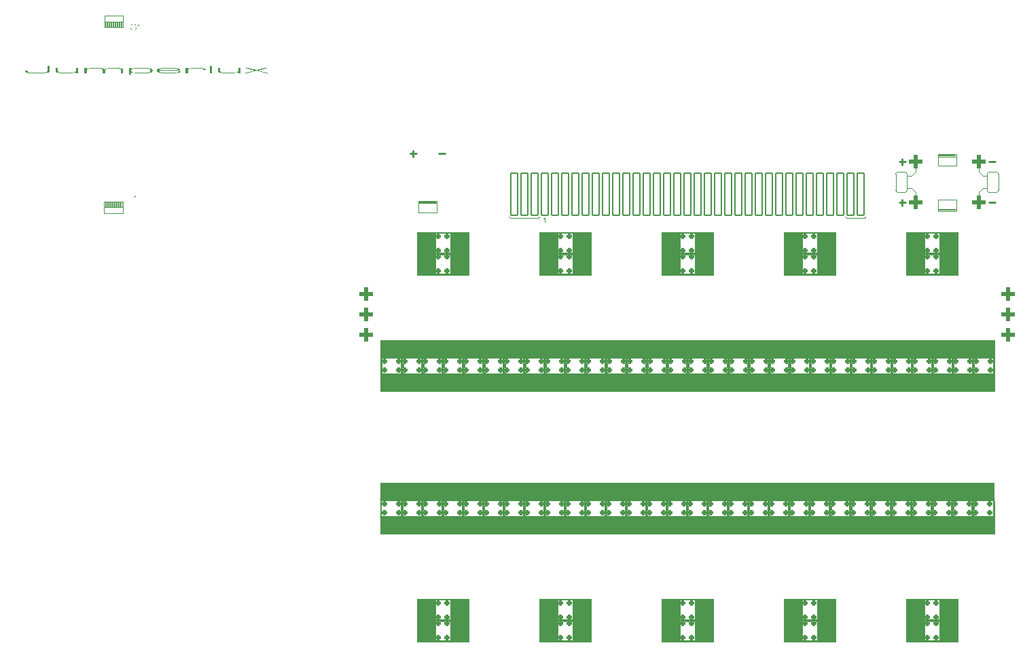
<source format=gto>
G04 #@! TF.GenerationSoftware,KiCad,Pcbnew,7.0.7*
G04 #@! TF.CreationDate,2024-02-09T16:10:55-08:00*
G04 #@! TF.ProjectId,JumperLuxRev2Breadboard,4a756d70-6572-44c7-9578-526576324272,rev?*
G04 #@! TF.SameCoordinates,Original*
G04 #@! TF.FileFunction,Legend,Top*
G04 #@! TF.FilePolarity,Positive*
%FSLAX46Y46*%
G04 Gerber Fmt 4.6, Leading zero omitted, Abs format (unit mm)*
G04 Created by KiCad (PCBNEW 7.0.7) date 2024-02-09 16:10:55*
%MOMM*%
%LPD*%
G01*
G04 APERTURE LIST*
G04 Aperture macros list*
%AMRoundRect*
0 Rectangle with rounded corners*
0 $1 Rounding radius*
0 $2 $3 $4 $5 $6 $7 $8 $9 X,Y pos of 4 corners*
0 Add a 4 corners polygon primitive as box body*
4,1,4,$2,$3,$4,$5,$6,$7,$8,$9,$2,$3,0*
0 Add four circle primitives for the rounded corners*
1,1,$1+$1,$2,$3*
1,1,$1+$1,$4,$5*
1,1,$1+$1,$6,$7*
1,1,$1+$1,$8,$9*
0 Add four rect primitives between the rounded corners*
20,1,$1+$1,$2,$3,$4,$5,0*
20,1,$1+$1,$4,$5,$6,$7,0*
20,1,$1+$1,$6,$7,$8,$9,0*
20,1,$1+$1,$8,$9,$2,$3,0*%
%AMFreePoly0*
4,1,22,0.508000,0.150000,1.300000,0.150000,1.375000,0.129904,1.429904,0.075000,1.450000,0.000000,1.429904,-0.075000,1.375000,-0.129904,1.300000,-0.150000,0.508000,-0.150000,0.508000,-0.508000,0.000000,-0.508000,-0.097202,-0.488665,-0.179605,-0.433605,-0.234665,-0.351202,-0.254000,-0.254000,-0.254000,0.254000,-0.234665,0.351202,-0.179605,0.433605,-0.097202,0.488665,0.000000,0.508000,
0.508000,0.508000,0.508000,0.150000,0.508000,0.150000,$1*%
%AMFreePoly1*
4,1,13,0.508000,-0.508000,0.000000,-0.508000,-0.097202,-0.488665,-0.179605,-0.433605,-0.234665,-0.351202,-0.254000,-0.254000,-0.254000,0.254000,-0.234665,0.351202,-0.179605,0.433605,-0.097202,0.488665,0.000000,0.508000,0.508000,0.508000,0.508000,-0.508000,0.508000,-0.508000,$1*%
G04 Aperture macros list end*
%ADD10C,0.120000*%
%ADD11C,0.080000*%
%ADD12C,0.200000*%
%ADD13C,0.250000*%
%ADD14C,0.125000*%
%ADD15C,0.225000*%
%ADD16C,0.012700*%
%ADD17C,0.300000*%
%ADD18C,0.010000*%
%ADD19RoundRect,0.150000X0.150000X0.200000X-0.150000X0.200000X-0.150000X-0.200000X0.150000X-0.200000X0*%
%ADD20RoundRect,0.150000X-0.200000X0.150000X-0.200000X-0.150000X0.200000X-0.150000X0.200000X0.150000X0*%
%ADD21RoundRect,0.595000X0.255000X-0.255000X0.255000X0.255000X-0.255000X0.255000X-0.255000X-0.255000X0*%
%ADD22FreePoly0,90.000000*%
%ADD23FreePoly1,270.000000*%
%ADD24C,4.000000*%
%ADD25RoundRect,0.595000X-0.255000X-0.255000X0.255000X-0.255000X0.255000X0.255000X-0.255000X0.255000X0*%
%ADD26FreePoly0,270.000000*%
%ADD27FreePoly1,90.000000*%
%ADD28RoundRect,0.100000X-0.400000X-2.650000X0.400000X-2.650000X0.400000X2.650000X-0.400000X2.650000X0*%
%ADD29C,2.100000*%
%ADD30O,1.800000X1.200000*%
%ADD31O,1.500000X2.000000*%
G04 APERTURE END LIST*
D10*
X134721597Y-131622801D02*
X134721596Y-131546600D01*
D11*
X31953203Y-130682999D02*
X31953203Y-131394199D01*
X32461203Y-130682999D02*
X32461203Y-131394199D01*
D10*
X137007597Y-125069600D02*
X134721600Y-125069599D01*
D11*
X31699203Y-130682999D02*
X31699203Y-131394199D01*
X32766001Y-108965999D02*
X32766001Y-108254799D01*
D10*
X30784802Y-130682999D02*
X30784802Y-132130799D01*
D11*
X31750002Y-108966000D02*
X31750002Y-108254800D01*
X33020001Y-108965999D02*
X33020002Y-108254799D01*
D10*
X72288398Y-132054605D02*
X72288395Y-130606807D01*
X70002397Y-130606804D02*
X70002397Y-132054604D01*
X134721596Y-130428999D02*
X134721599Y-131876797D01*
X137007597Y-124790202D02*
X134721599Y-124790199D01*
X72288395Y-130606807D02*
X70002397Y-130606804D01*
D11*
X30784802Y-131406899D02*
X33070802Y-131406901D01*
X32842203Y-130682999D02*
X32842203Y-131394199D01*
X32588203Y-130682999D02*
X32588203Y-131394199D01*
D10*
X137007600Y-126238000D02*
X137007597Y-124790202D01*
X131927600Y-129540000D02*
X131419600Y-129032000D01*
X140309600Y-127508000D02*
X140817600Y-127508000D01*
X131927600Y-127000000D02*
X131927600Y-126492000D01*
D11*
X30937203Y-130682999D02*
X30937203Y-131394199D01*
X31115000Y-108965998D02*
X31115001Y-108254799D01*
X31191203Y-130682999D02*
X31191203Y-131394199D01*
D12*
X134823200Y-124929900D02*
X136906000Y-124929902D01*
D11*
X31318203Y-130682999D02*
X31318203Y-131394199D01*
D10*
X70002397Y-132054604D02*
X72288398Y-132054605D01*
D11*
X30988001Y-108965999D02*
X30988001Y-108254799D01*
X31369002Y-108965997D02*
X31369001Y-108254797D01*
D10*
X30784802Y-132130799D02*
X33121606Y-132130800D01*
D11*
X32639001Y-108965999D02*
X32639001Y-108254799D01*
D10*
X30835598Y-107518198D02*
X30835601Y-108965995D01*
D11*
X31572203Y-130682999D02*
X31572203Y-131394199D01*
X33172402Y-108242099D02*
X30886402Y-108242097D01*
D10*
X139801600Y-130048000D02*
X139801600Y-129540000D01*
X137007597Y-131876800D02*
X137007597Y-130429000D01*
D11*
X32004001Y-108965999D02*
X32004001Y-108254799D01*
D10*
X33172402Y-107518199D02*
X30835598Y-107518198D01*
D12*
X136905996Y-131737099D02*
X134823196Y-131737097D01*
D11*
X32258001Y-108965999D02*
X32258002Y-108254799D01*
D12*
X70103998Y-130746505D02*
X72186798Y-130746507D01*
D11*
X31242001Y-108965999D02*
X31242003Y-108254799D01*
D10*
X72288397Y-130860803D02*
X72288398Y-130937004D01*
D11*
X32969203Y-130682999D02*
X32969203Y-131394199D01*
D10*
X139801600Y-126492000D02*
X139801600Y-127000000D01*
X131419600Y-127508000D02*
X130911600Y-127508000D01*
X139801600Y-129540000D02*
X140309600Y-129032000D01*
D11*
X32385000Y-108965999D02*
X32385002Y-108254800D01*
X31496002Y-108965998D02*
X31496000Y-108254800D01*
X31877001Y-108965999D02*
X31877001Y-108254799D01*
D10*
X33172400Y-108940594D02*
X33172401Y-108711998D01*
X30784803Y-130708402D02*
X30784803Y-130937000D01*
D11*
X32512000Y-108966000D02*
X32512000Y-108254799D01*
D10*
X134721599Y-126237999D02*
X137007600Y-126238000D01*
X33121606Y-132130800D02*
X33121603Y-130683002D01*
X134721598Y-131737097D02*
X134721597Y-131622801D01*
X134721600Y-124815602D02*
X134721600Y-125044200D01*
X140309600Y-129032000D02*
X140817600Y-129032000D01*
X137007599Y-125044198D02*
X137007600Y-125120399D01*
D11*
X32207203Y-130682999D02*
X32207203Y-131394199D01*
D10*
X131927600Y-127000000D02*
X131419600Y-127508000D01*
X134721599Y-124790199D02*
X134721599Y-126237999D01*
D11*
X32893002Y-108966000D02*
X32893001Y-108254799D01*
D10*
X139801600Y-127000000D02*
X140309600Y-127508000D01*
X134721599Y-131876797D02*
X137007597Y-131876800D01*
D11*
X32715203Y-130682999D02*
X32715203Y-131394199D01*
D10*
X137007596Y-131851397D02*
X137007596Y-131622799D01*
X33121603Y-130683002D02*
X30784802Y-130682999D01*
D11*
X31064203Y-130682999D02*
X31064203Y-131394199D01*
D10*
X30835601Y-108965995D02*
X33172403Y-108966000D01*
X33172403Y-108966000D02*
X33172402Y-107518199D01*
D11*
X32080203Y-130682999D02*
X32080203Y-131394199D01*
D10*
X134721599Y-131597399D02*
X137007596Y-131597400D01*
D11*
X32131001Y-108965999D02*
X32131001Y-108254799D01*
D10*
X131419600Y-129032000D02*
X130911600Y-129032000D01*
X72288395Y-130886205D02*
X70002398Y-130886204D01*
D11*
X31623002Y-108966000D02*
X31623001Y-108254799D01*
D10*
X70002398Y-130632207D02*
X70002398Y-130860805D01*
X137007598Y-124929902D02*
X137007599Y-125044198D01*
D11*
X32334203Y-130682999D02*
X32334203Y-131394199D01*
D10*
X131927600Y-130048000D02*
X131927600Y-129540000D01*
X72288396Y-130746507D02*
X72288397Y-130860803D01*
X137007597Y-130429000D02*
X134721596Y-130428999D01*
D11*
X31826203Y-130682999D02*
X31826203Y-131394199D01*
X31445203Y-130682999D02*
X31445203Y-131394199D01*
D13*
X141071648Y-125721666D02*
X141833553Y-125721666D01*
D14*
G36*
X34793969Y-130564199D02*
G01*
X34742678Y-130564199D01*
X34742678Y-129947852D01*
X34738745Y-129947852D01*
X34492548Y-130158487D01*
X34462116Y-130121044D01*
X34724042Y-129896732D01*
X34793969Y-129896732D01*
X34793969Y-130564199D01*
G37*
D13*
X129895677Y-125721666D02*
X130657582Y-125721666D01*
X130276629Y-126102619D02*
X130276629Y-125340714D01*
X141071648Y-130801666D02*
X141833553Y-130801666D01*
X68961048Y-124705666D02*
X69722953Y-124705666D01*
X69342000Y-125086619D02*
X69342000Y-124324714D01*
D14*
G36*
X34815169Y-109088441D02*
G01*
X34815121Y-109095726D01*
X34814977Y-109102835D01*
X34814736Y-109109767D01*
X34814195Y-109119835D01*
X34813438Y-109129506D01*
X34812464Y-109138781D01*
X34811274Y-109147658D01*
X34809868Y-109156139D01*
X34808245Y-109164224D01*
X34806406Y-109171911D01*
X34804350Y-109179202D01*
X34802859Y-109183843D01*
X34800326Y-109190497D01*
X34797341Y-109196870D01*
X34793906Y-109202960D01*
X34790021Y-109208767D01*
X34785684Y-109214292D01*
X34780896Y-109219534D01*
X34775658Y-109224494D01*
X34769969Y-109229171D01*
X34763829Y-109233566D01*
X34757238Y-109237678D01*
X34752594Y-109240263D01*
X34745192Y-109243933D01*
X34737219Y-109247377D01*
X34728675Y-109250597D01*
X34719559Y-109253590D01*
X34709873Y-109256359D01*
X34703099Y-109258079D01*
X34696070Y-109259699D01*
X34688788Y-109261219D01*
X34681252Y-109262639D01*
X34673462Y-109263959D01*
X34665418Y-109265178D01*
X34657121Y-109266298D01*
X34648570Y-109267317D01*
X34644199Y-109267789D01*
X34635236Y-109268679D01*
X34625913Y-109269512D01*
X34616232Y-109270287D01*
X34606190Y-109271005D01*
X34595790Y-109271666D01*
X34585030Y-109272269D01*
X34573911Y-109272814D01*
X34562433Y-109273303D01*
X34550595Y-109273733D01*
X34538398Y-109274107D01*
X34525842Y-109274423D01*
X34512926Y-109274681D01*
X34499651Y-109274882D01*
X34486017Y-109275026D01*
X34479065Y-109275076D01*
X34472024Y-109275112D01*
X34464892Y-109275133D01*
X34457671Y-109275141D01*
X34427067Y-109275141D01*
X34414168Y-109275115D01*
X34401585Y-109275039D01*
X34389318Y-109274912D01*
X34377368Y-109274735D01*
X34365735Y-109274506D01*
X34354418Y-109274227D01*
X34343418Y-109273897D01*
X34332735Y-109273516D01*
X34322367Y-109273085D01*
X34312317Y-109272603D01*
X34302583Y-109272070D01*
X34293166Y-109271486D01*
X34284065Y-109270852D01*
X34275281Y-109270166D01*
X34266813Y-109269430D01*
X34258662Y-109268644D01*
X34250784Y-109267775D01*
X34243136Y-109266792D01*
X34235717Y-109265696D01*
X34228528Y-109264487D01*
X34221569Y-109263164D01*
X34214840Y-109261727D01*
X34205177Y-109259360D01*
X34196031Y-109256737D01*
X34187401Y-109253858D01*
X34179289Y-109250724D01*
X34171693Y-109247334D01*
X34164615Y-109243689D01*
X34160183Y-109241118D01*
X34153907Y-109236980D01*
X34148032Y-109232518D01*
X34142555Y-109227732D01*
X34137479Y-109222621D01*
X34132802Y-109217185D01*
X34128525Y-109211425D01*
X34124648Y-109205340D01*
X34121170Y-109198931D01*
X34118092Y-109192197D01*
X34115414Y-109185138D01*
X34113850Y-109180252D01*
X34111742Y-109172573D01*
X34109841Y-109164410D01*
X34108148Y-109155763D01*
X34106661Y-109146633D01*
X34105383Y-109137018D01*
X34104311Y-109126920D01*
X34103712Y-109119919D01*
X34103205Y-109112702D01*
X34102791Y-109105271D01*
X34102468Y-109097625D01*
X34102238Y-109089764D01*
X34102099Y-109081687D01*
X34102053Y-109073396D01*
X34102053Y-109056299D01*
X34153344Y-109056299D01*
X34153344Y-109072541D01*
X34153409Y-109081924D01*
X34153603Y-109090968D01*
X34153926Y-109099672D01*
X34154378Y-109108036D01*
X34154960Y-109116061D01*
X34155670Y-109123746D01*
X34156510Y-109131092D01*
X34157480Y-109138097D01*
X34158973Y-109146910D01*
X34160696Y-109155120D01*
X34162849Y-109162757D01*
X34165633Y-109169941D01*
X34169047Y-109176670D01*
X34173091Y-109182945D01*
X34177766Y-109188766D01*
X34183072Y-109194133D01*
X34189008Y-109199046D01*
X34195574Y-109203504D01*
X34202926Y-109207519D01*
X34211132Y-109211187D01*
X34217848Y-109213710D01*
X34225045Y-109216038D01*
X34232722Y-109218170D01*
X34240881Y-109220107D01*
X34249520Y-109221849D01*
X34258640Y-109223395D01*
X34268241Y-109224746D01*
X34278323Y-109225901D01*
X34285380Y-109226564D01*
X34292744Y-109227183D01*
X34300415Y-109227761D01*
X34308393Y-109228295D01*
X34316678Y-109228786D01*
X34325271Y-109229235D01*
X34334170Y-109229641D01*
X34343377Y-109230005D01*
X34352892Y-109230325D01*
X34362713Y-109230603D01*
X34372842Y-109230838D01*
X34383278Y-109231030D01*
X34394021Y-109231180D01*
X34405071Y-109231287D01*
X34416428Y-109231351D01*
X34428093Y-109231372D01*
X34456645Y-109231372D01*
X34469637Y-109231353D01*
X34482283Y-109231295D01*
X34494582Y-109231198D01*
X34506536Y-109231062D01*
X34518144Y-109230888D01*
X34529406Y-109230675D01*
X34540322Y-109230423D01*
X34550892Y-109230133D01*
X34561116Y-109229803D01*
X34570995Y-109229435D01*
X34580527Y-109229029D01*
X34589713Y-109228583D01*
X34598553Y-109228099D01*
X34607048Y-109227576D01*
X34615196Y-109227015D01*
X34622999Y-109226414D01*
X34630511Y-109225754D01*
X34637788Y-109225014D01*
X34644830Y-109224194D01*
X34651636Y-109223294D01*
X34661406Y-109221793D01*
X34670646Y-109220112D01*
X34679358Y-109218251D01*
X34687540Y-109216209D01*
X34695194Y-109213987D01*
X34702318Y-109211585D01*
X34708914Y-109209003D01*
X34714981Y-109206240D01*
X34722405Y-109202179D01*
X34729118Y-109197691D01*
X34735120Y-109192776D01*
X34740412Y-109187433D01*
X34744994Y-109181663D01*
X34748865Y-109175465D01*
X34752025Y-109168840D01*
X34754475Y-109161787D01*
X34756438Y-109154179D01*
X34758140Y-109145973D01*
X34759580Y-109137168D01*
X34760488Y-109130171D01*
X34761249Y-109122838D01*
X34761862Y-109115169D01*
X34762329Y-109107163D01*
X34762648Y-109098820D01*
X34762820Y-109090140D01*
X34762852Y-109084167D01*
X34762852Y-109070319D01*
X34762743Y-109061375D01*
X34762414Y-109052837D01*
X34761867Y-109044705D01*
X34761100Y-109036979D01*
X34760114Y-109029660D01*
X34758909Y-109022746D01*
X34757095Y-109014675D01*
X34755843Y-109010137D01*
X34753367Y-109002944D01*
X34750216Y-108996219D01*
X34746388Y-108989961D01*
X34741884Y-108984171D01*
X34736704Y-108978848D01*
X34730848Y-108973993D01*
X34728316Y-108972182D01*
X34721504Y-108967911D01*
X34713891Y-108964074D01*
X34707223Y-108961317D01*
X34700042Y-108958838D01*
X34692349Y-108956637D01*
X34684142Y-108954713D01*
X34675423Y-108953068D01*
X34670870Y-108952349D01*
X34663751Y-108951371D01*
X34656240Y-108950490D01*
X34648339Y-108949705D01*
X34640048Y-108949015D01*
X34631365Y-108948422D01*
X34622292Y-108947925D01*
X34612828Y-108947525D01*
X34602974Y-108947220D01*
X34592729Y-108947012D01*
X34585682Y-108946926D01*
X34578461Y-108946884D01*
X34574785Y-108946878D01*
X34350302Y-108946878D01*
X34350302Y-108903110D01*
X34574785Y-108903110D01*
X34584058Y-108903053D01*
X34593028Y-108902881D01*
X34601694Y-108902596D01*
X34610056Y-108902196D01*
X34618115Y-108901682D01*
X34625870Y-108901054D01*
X34633322Y-108900312D01*
X34640470Y-108899455D01*
X34647314Y-108898485D01*
X34655969Y-108897013D01*
X34658048Y-108896613D01*
X34666089Y-108894823D01*
X34673713Y-108892788D01*
X34680920Y-108890506D01*
X34687711Y-108887979D01*
X34694085Y-108885206D01*
X34701466Y-108881394D01*
X34708197Y-108877199D01*
X34710706Y-108875413D01*
X34716563Y-108870601D01*
X34721843Y-108865355D01*
X34726547Y-108859675D01*
X34730675Y-108853561D01*
X34734227Y-108847012D01*
X34737203Y-108840030D01*
X34738233Y-108837115D01*
X34740498Y-108829405D01*
X34742380Y-108821127D01*
X34743609Y-108814096D01*
X34744592Y-108806701D01*
X34745329Y-108798944D01*
X34745821Y-108790823D01*
X34746067Y-108782338D01*
X34746097Y-108777960D01*
X34746097Y-108761718D01*
X34746024Y-108754277D01*
X34745803Y-108747086D01*
X34745435Y-108740144D01*
X34744715Y-108731276D01*
X34743733Y-108722852D01*
X34742489Y-108714871D01*
X34740984Y-108707334D01*
X34739217Y-108700240D01*
X34737720Y-108695210D01*
X34734597Y-108687283D01*
X34730464Y-108679957D01*
X34725320Y-108673231D01*
X34720478Y-108668284D01*
X34714990Y-108663721D01*
X34708855Y-108659543D01*
X34702074Y-108655750D01*
X34700277Y-108654861D01*
X34692589Y-108651450D01*
X34684057Y-108648311D01*
X34677103Y-108646136D01*
X34669675Y-108644114D01*
X34661772Y-108642245D01*
X34653394Y-108640529D01*
X34644541Y-108638967D01*
X34635214Y-108637558D01*
X34625411Y-108636302D01*
X34618613Y-108635550D01*
X34615134Y-108635200D01*
X34607966Y-108634517D01*
X34600482Y-108633878D01*
X34592680Y-108633282D01*
X34584563Y-108632732D01*
X34576128Y-108632225D01*
X34567377Y-108631762D01*
X34558310Y-108631343D01*
X34548926Y-108630968D01*
X34539226Y-108630638D01*
X34529208Y-108630351D01*
X34518875Y-108630109D01*
X34508225Y-108629911D01*
X34497258Y-108629756D01*
X34485974Y-108629646D01*
X34474374Y-108629580D01*
X34462458Y-108629558D01*
X34444848Y-108629558D01*
X34434268Y-108629574D01*
X34423942Y-108629622D01*
X34413869Y-108629702D01*
X34404050Y-108629814D01*
X34394485Y-108629959D01*
X34385174Y-108630135D01*
X34376117Y-108630343D01*
X34367313Y-108630584D01*
X34358763Y-108630856D01*
X34350467Y-108631161D01*
X34342425Y-108631497D01*
X34334637Y-108631866D01*
X34327102Y-108632267D01*
X34319821Y-108632699D01*
X34312794Y-108633164D01*
X34306020Y-108633661D01*
X34296258Y-108634536D01*
X34286911Y-108635621D01*
X34277978Y-108636916D01*
X34269460Y-108638422D01*
X34261356Y-108640138D01*
X34253668Y-108642064D01*
X34246394Y-108644201D01*
X34239535Y-108646548D01*
X34233090Y-108649106D01*
X34225143Y-108652843D01*
X34223271Y-108653836D01*
X34216184Y-108658054D01*
X34209711Y-108662758D01*
X34203853Y-108667949D01*
X34198609Y-108673625D01*
X34193979Y-108679788D01*
X34189964Y-108686437D01*
X34186563Y-108693573D01*
X34183777Y-108701194D01*
X34181493Y-108709398D01*
X34179513Y-108718366D01*
X34178229Y-108725593D01*
X34177115Y-108733251D01*
X34176173Y-108741337D01*
X34175402Y-108749854D01*
X34174803Y-108758800D01*
X34174374Y-108768176D01*
X34174117Y-108777982D01*
X34174032Y-108788218D01*
X34174032Y-108804631D01*
X34123766Y-108804631D01*
X34123766Y-108787363D01*
X34123817Y-108779114D01*
X34123967Y-108771078D01*
X34124217Y-108763256D01*
X34124568Y-108755648D01*
X34125019Y-108748254D01*
X34125570Y-108741073D01*
X34126221Y-108734106D01*
X34127385Y-108724056D01*
X34128775Y-108714487D01*
X34130391Y-108705399D01*
X34132231Y-108696792D01*
X34134298Y-108688665D01*
X34136589Y-108681020D01*
X34139192Y-108673776D01*
X34142191Y-108666853D01*
X34145587Y-108660252D01*
X34149380Y-108653972D01*
X34153569Y-108648014D01*
X34158155Y-108642377D01*
X34163138Y-108637062D01*
X34168518Y-108632069D01*
X34174294Y-108627397D01*
X34180467Y-108623047D01*
X34184803Y-108620326D01*
X34191707Y-108616449D01*
X34199082Y-108612834D01*
X34206930Y-108609481D01*
X34215249Y-108606389D01*
X34224040Y-108603558D01*
X34233303Y-108600989D01*
X34243038Y-108598682D01*
X34249790Y-108597288D01*
X34256751Y-108596012D01*
X34263923Y-108594851D01*
X34271304Y-108593806D01*
X34278895Y-108592878D01*
X34282769Y-108592457D01*
X34290731Y-108591650D01*
X34298973Y-108590895D01*
X34307496Y-108590191D01*
X34316300Y-108589540D01*
X34325384Y-108588941D01*
X34334749Y-108588394D01*
X34344394Y-108587899D01*
X34354320Y-108587457D01*
X34364526Y-108587066D01*
X34375012Y-108586727D01*
X34385779Y-108586441D01*
X34396827Y-108586206D01*
X34408155Y-108586024D01*
X34419764Y-108585894D01*
X34431653Y-108585816D01*
X34443822Y-108585790D01*
X34463484Y-108585790D01*
X34476638Y-108585817D01*
X34489471Y-108585899D01*
X34501984Y-108586036D01*
X34514176Y-108586228D01*
X34526048Y-108586474D01*
X34537599Y-108586775D01*
X34548830Y-108587131D01*
X34559740Y-108587542D01*
X34570329Y-108588008D01*
X34580598Y-108588528D01*
X34590547Y-108589103D01*
X34600174Y-108589733D01*
X34609482Y-108590417D01*
X34618468Y-108591156D01*
X34627134Y-108591950D01*
X34635480Y-108592799D01*
X34643549Y-108593720D01*
X34651388Y-108594731D01*
X34658995Y-108595831D01*
X34666372Y-108597020D01*
X34673517Y-108598299D01*
X34680431Y-108599668D01*
X34687115Y-108601125D01*
X34696706Y-108603480D01*
X34705778Y-108606036D01*
X34714329Y-108608794D01*
X34722361Y-108611752D01*
X34729873Y-108614912D01*
X34736865Y-108618274D01*
X34743394Y-108621868D01*
X34749517Y-108625727D01*
X34755235Y-108629850D01*
X34760547Y-108634238D01*
X34766998Y-108640500D01*
X34772728Y-108647232D01*
X34777737Y-108654434D01*
X34782025Y-108662106D01*
X34785591Y-108670249D01*
X34788597Y-108678891D01*
X34790588Y-108685775D01*
X34792353Y-108693006D01*
X34793894Y-108700582D01*
X34795208Y-108708503D01*
X34796298Y-108716770D01*
X34797162Y-108725383D01*
X34797800Y-108734342D01*
X34798214Y-108743646D01*
X34798402Y-108753295D01*
X34798414Y-108756589D01*
X34798414Y-108774540D01*
X34798318Y-108782915D01*
X34798029Y-108791028D01*
X34797549Y-108798880D01*
X34796875Y-108806469D01*
X34796010Y-108813797D01*
X34794952Y-108820863D01*
X34793702Y-108827667D01*
X34791466Y-108837382D01*
X34788797Y-108846508D01*
X34785695Y-108855045D01*
X34782161Y-108862993D01*
X34778194Y-108870352D01*
X34773794Y-108877122D01*
X34768815Y-108883351D01*
X34763107Y-108889150D01*
X34756673Y-108894519D01*
X34749511Y-108899458D01*
X34741622Y-108903968D01*
X34733006Y-108908047D01*
X34723662Y-108911697D01*
X34717029Y-108913892D01*
X34710073Y-108915895D01*
X34702793Y-108917708D01*
X34695191Y-108919329D01*
X34687265Y-108920760D01*
X34683180Y-108921404D01*
X34683180Y-108923455D01*
X34690738Y-108924484D01*
X34698108Y-108925603D01*
X34705292Y-108926813D01*
X34712288Y-108928114D01*
X34719097Y-108929506D01*
X34727346Y-108931374D01*
X34735303Y-108933383D01*
X34738404Y-108934226D01*
X34745905Y-108936581D01*
X34753023Y-108939369D01*
X34759756Y-108942591D01*
X34766106Y-108946248D01*
X34772072Y-108950338D01*
X34777653Y-108954863D01*
X34779778Y-108956794D01*
X34784831Y-108961998D01*
X34789516Y-108967777D01*
X34793833Y-108974133D01*
X34797784Y-108981064D01*
X34801367Y-108988572D01*
X34803969Y-108994992D01*
X34805766Y-109000050D01*
X34807970Y-109007207D01*
X34809880Y-109014914D01*
X34811496Y-109023171D01*
X34812818Y-109031979D01*
X34813617Y-109038945D01*
X34814251Y-109046222D01*
X34814719Y-109053808D01*
X34815022Y-109061703D01*
X34815160Y-109069908D01*
X34815169Y-109072712D01*
X34815169Y-109088441D01*
G37*
G36*
X35208058Y-109264199D02*
G01*
X35156767Y-109264199D01*
X35156767Y-108647852D01*
X35152835Y-108647852D01*
X34906638Y-108858487D01*
X34876205Y-108821044D01*
X35138131Y-108596732D01*
X35208058Y-108596732D01*
X35208058Y-109264199D01*
G37*
D13*
X72513450Y-124705666D02*
X73275355Y-124705666D01*
X129895677Y-130801666D02*
X130657582Y-130801666D01*
X130276629Y-131182619D02*
X130276629Y-130420714D01*
D15*
G36*
X22310044Y-114669068D02*
G01*
X22256326Y-114669034D01*
X22203949Y-114668934D01*
X22152916Y-114668766D01*
X22103224Y-114668532D01*
X22054875Y-114668231D01*
X22007868Y-114667862D01*
X21962204Y-114667427D01*
X21917882Y-114666925D01*
X21874902Y-114666355D01*
X21833265Y-114665719D01*
X21792970Y-114665016D01*
X21754018Y-114664246D01*
X21716408Y-114663408D01*
X21680140Y-114662504D01*
X21645215Y-114661533D01*
X21611632Y-114660495D01*
X21563309Y-114658753D01*
X21517074Y-114656659D01*
X21472928Y-114654214D01*
X21430871Y-114651417D01*
X21390903Y-114648269D01*
X21353023Y-114644768D01*
X21317232Y-114640917D01*
X21283530Y-114636713D01*
X21251916Y-114632158D01*
X21222391Y-114627252D01*
X21203868Y-114623785D01*
X21169327Y-114616322D01*
X21137938Y-114608109D01*
X21109701Y-114599148D01*
X21084617Y-114589439D01*
X21067872Y-114581665D01*
X21052901Y-114573470D01*
X21039702Y-114564854D01*
X21028277Y-114555817D01*
X21018625Y-114546358D01*
X21015801Y-114543112D01*
X21008163Y-114532983D01*
X21001276Y-114522298D01*
X20995140Y-114511056D01*
X20989755Y-114499258D01*
X20985122Y-114486904D01*
X20981240Y-114473993D01*
X20979070Y-114465076D01*
X20977233Y-114455913D01*
X20975730Y-114446502D01*
X20974562Y-114436843D01*
X20973727Y-114426938D01*
X20973226Y-114416785D01*
X20973059Y-114406385D01*
X20973059Y-114373632D01*
X21284224Y-114373632D01*
X21284224Y-114397812D01*
X21284450Y-114410493D01*
X21285126Y-114422652D01*
X21286253Y-114434290D01*
X21287831Y-114445406D01*
X21289859Y-114456000D01*
X21292339Y-114466073D01*
X21295269Y-114475624D01*
X21298650Y-114484654D01*
X21303859Y-114495882D01*
X21309870Y-114506182D01*
X21317617Y-114515720D01*
X21327608Y-114524661D01*
X21339843Y-114533004D01*
X21358292Y-114542592D01*
X21380248Y-114551246D01*
X21405710Y-114558966D01*
X21434678Y-114565753D01*
X21468296Y-114571677D01*
X21498977Y-114575944D01*
X21533024Y-114579793D01*
X21570437Y-114583223D01*
X21611216Y-114586233D01*
X21655361Y-114588824D01*
X21690679Y-114590493D01*
X21727890Y-114591926D01*
X21740714Y-114592351D01*
X21780871Y-114593490D01*
X21823762Y-114594518D01*
X21869388Y-114595433D01*
X21917748Y-114596236D01*
X21968844Y-114596927D01*
X22004427Y-114597325D01*
X22041226Y-114597674D01*
X22079240Y-114597973D01*
X22118469Y-114598222D01*
X22158915Y-114598421D01*
X22200575Y-114598570D01*
X22243451Y-114598670D01*
X22287543Y-114598720D01*
X22310044Y-114598726D01*
X22438272Y-114598726D01*
X22493927Y-114598699D01*
X22548053Y-114598619D01*
X22600650Y-114598486D01*
X22651717Y-114598300D01*
X22701255Y-114598060D01*
X22749264Y-114597768D01*
X22795743Y-114597422D01*
X22840692Y-114597022D01*
X22884113Y-114596570D01*
X22926004Y-114596064D01*
X22966365Y-114595505D01*
X23005198Y-114594893D01*
X23042500Y-114594227D01*
X23078274Y-114593509D01*
X23112518Y-114592737D01*
X23145233Y-114591912D01*
X23192146Y-114590411D01*
X23236715Y-114588547D01*
X23278940Y-114586320D01*
X23318821Y-114583730D01*
X23356357Y-114580777D01*
X23391550Y-114577460D01*
X23424398Y-114573780D01*
X23454902Y-114569737D01*
X23491928Y-114563782D01*
X23524786Y-114557180D01*
X23554158Y-114549816D01*
X23580725Y-114541573D01*
X23604488Y-114532451D01*
X23625445Y-114522449D01*
X23639322Y-114514371D01*
X23651621Y-114505798D01*
X23662343Y-114496730D01*
X23671486Y-114487168D01*
X23679052Y-114477111D01*
X23681224Y-114473649D01*
X23687335Y-114462778D01*
X23692844Y-114451104D01*
X23697753Y-114438626D01*
X23700692Y-114429861D01*
X23703363Y-114420738D01*
X23705767Y-114411258D01*
X23707904Y-114401422D01*
X23709774Y-114391228D01*
X23711377Y-114380676D01*
X23712713Y-114369768D01*
X23713781Y-114358502D01*
X23714583Y-114346879D01*
X23715117Y-114334899D01*
X23715384Y-114322562D01*
X23715418Y-114316259D01*
X23715418Y-113782759D01*
X24035986Y-113782759D01*
X24035986Y-114315819D01*
X24035906Y-114325141D01*
X24035666Y-114334312D01*
X24035265Y-114343331D01*
X24034704Y-114352199D01*
X24033562Y-114365219D01*
X24032059Y-114377898D01*
X24030196Y-114390237D01*
X24027972Y-114402236D01*
X24025388Y-114413895D01*
X24022442Y-114425214D01*
X24019137Y-114436192D01*
X24015470Y-114446831D01*
X24011423Y-114457161D01*
X24006654Y-114467213D01*
X24001165Y-114476986D01*
X23994954Y-114486481D01*
X23988021Y-114495698D01*
X23980368Y-114504637D01*
X23971993Y-114513297D01*
X23959704Y-114524412D01*
X23946134Y-114535032D01*
X23935114Y-114542672D01*
X23919112Y-114552392D01*
X23901454Y-114561659D01*
X23882140Y-114570472D01*
X23861170Y-114578832D01*
X23838543Y-114586739D01*
X23814260Y-114594192D01*
X23788320Y-114601192D01*
X23760725Y-114607739D01*
X23731513Y-114613876D01*
X23700298Y-114619650D01*
X23667079Y-114625060D01*
X23631856Y-114630105D01*
X23594630Y-114634786D01*
X23555400Y-114639104D01*
X23514167Y-114643057D01*
X23470931Y-114646646D01*
X23437236Y-114649121D01*
X23402189Y-114651433D01*
X23365789Y-114653582D01*
X23328037Y-114655570D01*
X23288933Y-114657395D01*
X23248476Y-114659058D01*
X23206667Y-114660558D01*
X23163505Y-114661896D01*
X23118991Y-114663072D01*
X23073125Y-114664086D01*
X23041796Y-114664672D01*
X22993578Y-114665457D01*
X22943812Y-114666166D01*
X22892499Y-114666797D01*
X22857430Y-114667175D01*
X22821673Y-114667518D01*
X22785228Y-114667827D01*
X22748096Y-114668102D01*
X22710275Y-114668342D01*
X22671767Y-114668548D01*
X22632571Y-114668720D01*
X22592687Y-114668858D01*
X22552115Y-114668961D01*
X22510855Y-114669029D01*
X22468907Y-114669064D01*
X22447675Y-114669068D01*
X22310044Y-114669068D01*
G37*
G36*
X27593017Y-114655000D02*
G01*
X27286981Y-114655000D01*
X27309207Y-114526406D01*
X27314336Y-114527065D01*
X27304799Y-114535927D01*
X27293713Y-114544486D01*
X27281077Y-114552743D01*
X27263103Y-114562639D01*
X27242709Y-114572063D01*
X27219893Y-114581014D01*
X27194657Y-114589494D01*
X27166791Y-114597464D01*
X27136086Y-114605027D01*
X27109479Y-114610783D01*
X27081055Y-114616279D01*
X27050815Y-114621513D01*
X27018758Y-114626487D01*
X26984885Y-114631199D01*
X26967267Y-114633457D01*
X26930682Y-114637720D01*
X26891880Y-114641714D01*
X26850860Y-114645441D01*
X26807624Y-114648900D01*
X26773741Y-114651318D01*
X26738611Y-114653585D01*
X26702234Y-114655702D01*
X26664610Y-114657668D01*
X26625739Y-114659484D01*
X26612504Y-114660055D01*
X26571867Y-114661666D01*
X26529457Y-114663118D01*
X26485273Y-114664412D01*
X26439317Y-114665547D01*
X26391587Y-114666524D01*
X26342084Y-114667343D01*
X26290808Y-114668003D01*
X26255639Y-114668355D01*
X26219682Y-114668637D01*
X26182937Y-114668848D01*
X26145404Y-114668989D01*
X26107083Y-114669059D01*
X26087626Y-114669068D01*
X26004706Y-114669068D01*
X25959232Y-114669020D01*
X25914706Y-114668876D01*
X25871129Y-114668635D01*
X25828500Y-114668299D01*
X25786819Y-114667866D01*
X25746087Y-114667337D01*
X25706303Y-114666712D01*
X25667468Y-114665990D01*
X25629580Y-114665173D01*
X25592641Y-114664259D01*
X25556651Y-114663250D01*
X25521609Y-114662144D01*
X25487515Y-114660941D01*
X25438152Y-114658958D01*
X25390924Y-114656758D01*
X25345786Y-114654292D01*
X25302377Y-114651508D01*
X25260695Y-114648408D01*
X25220742Y-114644991D01*
X25182516Y-114641257D01*
X25146019Y-114637206D01*
X25111250Y-114632839D01*
X25078209Y-114628154D01*
X25046896Y-114623153D01*
X25017311Y-114617835D01*
X24998547Y-114614113D01*
X24971913Y-114608232D01*
X24946826Y-114601965D01*
X24923286Y-114595311D01*
X24901295Y-114588271D01*
X24880851Y-114580844D01*
X24861955Y-114573031D01*
X24844607Y-114564832D01*
X24828806Y-114556246D01*
X24814554Y-114547274D01*
X24801849Y-114537915D01*
X24794238Y-114531461D01*
X24783850Y-114521385D01*
X24774483Y-114510856D01*
X24766138Y-114499875D01*
X24758815Y-114488442D01*
X24752514Y-114476557D01*
X24747235Y-114464220D01*
X24742977Y-114451431D01*
X24740707Y-114442654D01*
X24738890Y-114433675D01*
X24737528Y-114424496D01*
X24736619Y-114415116D01*
X24736165Y-114405535D01*
X24736109Y-114400669D01*
X24736109Y-114035990D01*
X25042145Y-114035990D01*
X25042145Y-114370774D01*
X25042453Y-114383773D01*
X25043377Y-114396307D01*
X25044917Y-114408379D01*
X25047074Y-114419986D01*
X25049846Y-114431130D01*
X25053235Y-114441810D01*
X25057239Y-114452026D01*
X25061860Y-114461779D01*
X25067097Y-114471068D01*
X25072949Y-114479893D01*
X25077194Y-114485519D01*
X25087252Y-114496260D01*
X25099473Y-114506388D01*
X25113859Y-114515906D01*
X25130408Y-114524812D01*
X25149121Y-114533107D01*
X25169998Y-114540790D01*
X25193039Y-114547862D01*
X25218244Y-114554323D01*
X25246000Y-114560247D01*
X25276694Y-114565712D01*
X25310327Y-114570716D01*
X25346899Y-114575260D01*
X25386409Y-114579344D01*
X25428858Y-114582968D01*
X25462622Y-114585383D01*
X25498040Y-114587540D01*
X25522571Y-114588834D01*
X25561126Y-114590602D01*
X25602102Y-114592196D01*
X25645496Y-114593616D01*
X25691310Y-114594862D01*
X25739543Y-114595934D01*
X25790195Y-114596833D01*
X25825308Y-114597335D01*
X25861495Y-114597760D01*
X25898758Y-114598108D01*
X25937096Y-114598378D01*
X25976509Y-114598571D01*
X26016998Y-114598687D01*
X26058561Y-114598726D01*
X26142337Y-114598726D01*
X26178681Y-114598690D01*
X26214411Y-114598582D01*
X26249527Y-114598401D01*
X26284028Y-114598149D01*
X26334628Y-114597635D01*
X26383845Y-114596959D01*
X26431680Y-114596120D01*
X26478132Y-114595120D01*
X26523202Y-114593956D01*
X26566890Y-114592631D01*
X26609195Y-114591143D01*
X26650118Y-114589494D01*
X26689863Y-114587596D01*
X26728316Y-114585447D01*
X26765477Y-114583046D01*
X26801346Y-114580395D01*
X26835922Y-114577493D01*
X26869206Y-114574339D01*
X26901198Y-114570934D01*
X26941844Y-114566004D01*
X26980192Y-114560627D01*
X27007445Y-114556301D01*
X27041772Y-114550077D01*
X27073803Y-114543277D01*
X27103535Y-114535899D01*
X27130971Y-114527944D01*
X27156109Y-114519413D01*
X27178949Y-114510304D01*
X27199492Y-114500618D01*
X27217738Y-114490355D01*
X27233967Y-114479413D01*
X27244718Y-114470692D01*
X27254253Y-114461530D01*
X27262570Y-114451928D01*
X27269670Y-114441885D01*
X27275553Y-114431402D01*
X27280219Y-114420479D01*
X27283667Y-114409115D01*
X27285899Y-114397310D01*
X27286913Y-114385065D01*
X27286981Y-114380886D01*
X27286981Y-114035990D01*
X27593017Y-114035990D01*
X27593017Y-114655000D01*
G37*
G36*
X33184591Y-114655000D02*
G01*
X32878554Y-114655000D01*
X32878554Y-114310104D01*
X32878261Y-114297117D01*
X32877382Y-114284617D01*
X32875917Y-114272604D01*
X32873866Y-114261078D01*
X32871229Y-114250038D01*
X32868006Y-114239486D01*
X32864196Y-114229420D01*
X32859801Y-114219841D01*
X32854820Y-114210749D01*
X32847266Y-114199384D01*
X32845215Y-114196678D01*
X32835959Y-114186226D01*
X32824859Y-114176413D01*
X32811916Y-114167239D01*
X32797130Y-114158704D01*
X32780500Y-114150808D01*
X32757122Y-114141836D01*
X32730862Y-114133862D01*
X32719552Y-114130952D01*
X32688739Y-114124236D01*
X32654003Y-114118239D01*
X32623388Y-114113960D01*
X32590263Y-114110141D01*
X32554626Y-114106781D01*
X32516479Y-114103883D01*
X32475820Y-114101444D01*
X32454549Y-114100397D01*
X32409856Y-114098491D01*
X32374058Y-114097228D01*
X32336306Y-114096108D01*
X32296600Y-114095131D01*
X32254941Y-114094297D01*
X32211329Y-114093606D01*
X32165763Y-114093058D01*
X32118244Y-114092653D01*
X32068771Y-114092391D01*
X32017345Y-114092272D01*
X31999769Y-114092264D01*
X31915993Y-114092264D01*
X31870014Y-114092363D01*
X31825042Y-114092658D01*
X31781077Y-114093151D01*
X31738118Y-114093840D01*
X31696166Y-114094727D01*
X31655221Y-114095811D01*
X31615282Y-114097092D01*
X31576351Y-114098570D01*
X31538426Y-114100245D01*
X31501508Y-114102117D01*
X31477455Y-114103475D01*
X31442466Y-114105702D01*
X31408663Y-114108181D01*
X31376048Y-114110911D01*
X31334407Y-114114942D01*
X31294877Y-114119419D01*
X31257458Y-114124342D01*
X31222148Y-114129712D01*
X31188949Y-114135529D01*
X31165435Y-114140184D01*
X31135769Y-114146844D01*
X31107893Y-114154074D01*
X31081807Y-114161874D01*
X31057510Y-114170245D01*
X31035004Y-114179185D01*
X31014287Y-114188696D01*
X30995360Y-114198776D01*
X30978223Y-114209427D01*
X30966765Y-114217797D01*
X30956434Y-114226583D01*
X30947230Y-114235787D01*
X30939154Y-114245409D01*
X30932204Y-114255447D01*
X30926381Y-114265903D01*
X30921685Y-114276777D01*
X30918116Y-114288067D01*
X30915675Y-114299775D01*
X30914360Y-114311901D01*
X30914109Y-114320216D01*
X30914109Y-114655000D01*
X30608073Y-114655000D01*
X30608073Y-114308785D01*
X30607923Y-114299806D01*
X30607134Y-114286772D01*
X30605669Y-114274260D01*
X30603527Y-114262269D01*
X30600710Y-114250800D01*
X30597216Y-114239853D01*
X30593046Y-114229427D01*
X30588200Y-114219523D01*
X30582678Y-114210141D01*
X30576479Y-114201280D01*
X30569605Y-114192941D01*
X30559306Y-114182500D01*
X30547218Y-114172718D01*
X30533340Y-114163595D01*
X30517673Y-114155132D01*
X30500215Y-114147329D01*
X30475876Y-114138501D01*
X30448740Y-114130705D01*
X30437103Y-114127875D01*
X30405860Y-114121376D01*
X30370902Y-114115617D01*
X30340261Y-114111544D01*
X30307243Y-114107944D01*
X30271846Y-114104819D01*
X30234073Y-114102167D01*
X30193922Y-114099989D01*
X30172954Y-114099078D01*
X30129076Y-114097481D01*
X30094117Y-114096423D01*
X30057399Y-114095485D01*
X30018924Y-114094666D01*
X29978690Y-114093968D01*
X29936698Y-114093389D01*
X29892948Y-114092929D01*
X29847439Y-114092590D01*
X29800173Y-114092370D01*
X29751148Y-114092271D01*
X29734416Y-114092264D01*
X29660899Y-114092264D01*
X29614775Y-114092351D01*
X29569687Y-114092612D01*
X29525637Y-114093046D01*
X29482623Y-114093655D01*
X29440646Y-114094437D01*
X29399706Y-114095394D01*
X29359802Y-114096524D01*
X29320936Y-114097828D01*
X29283106Y-114099306D01*
X29246314Y-114100958D01*
X29222361Y-114102156D01*
X29187319Y-114104144D01*
X29153359Y-114106398D01*
X29120480Y-114108920D01*
X29078326Y-114112696D01*
X29038094Y-114116947D01*
X28999786Y-114121671D01*
X28963402Y-114126869D01*
X28928941Y-114132542D01*
X28904357Y-114137107D01*
X28873462Y-114143581D01*
X28844464Y-114150585D01*
X28817363Y-114158117D01*
X28792158Y-114166178D01*
X28768850Y-114174768D01*
X28747439Y-114183887D01*
X28727924Y-114193535D01*
X28710306Y-114203712D01*
X28694879Y-114214442D01*
X28684658Y-114222940D01*
X28675594Y-114231825D01*
X28667688Y-114241096D01*
X28660938Y-114250753D01*
X28655346Y-114260797D01*
X28650911Y-114271227D01*
X28647632Y-114282044D01*
X28645511Y-114293247D01*
X28644547Y-114304836D01*
X28644483Y-114308785D01*
X28644483Y-114655000D01*
X28338446Y-114655000D01*
X28338446Y-114035990D01*
X28644483Y-114035990D01*
X28622256Y-114163265D01*
X28617127Y-114162606D01*
X28628038Y-114152722D01*
X28641537Y-114143127D01*
X28657624Y-114133822D01*
X28676299Y-114124807D01*
X28697562Y-114116082D01*
X28721412Y-114107647D01*
X28731677Y-114104354D01*
X28759335Y-114096309D01*
X28789413Y-114088662D01*
X28815219Y-114082830D01*
X28842574Y-114077252D01*
X28871479Y-114071928D01*
X28901933Y-114066859D01*
X28933936Y-114062043D01*
X28950519Y-114059731D01*
X28985074Y-114055252D01*
X29021204Y-114051048D01*
X29058911Y-114047119D01*
X29098194Y-114043464D01*
X29139053Y-114040085D01*
X29181489Y-114036980D01*
X29225500Y-114034149D01*
X29259543Y-114032207D01*
X29271088Y-114031594D01*
X29306470Y-114029866D01*
X29343055Y-114028307D01*
X29380842Y-114026919D01*
X29419831Y-114025700D01*
X29460023Y-114024652D01*
X29501416Y-114023773D01*
X29544012Y-114023065D01*
X29587810Y-114022527D01*
X29632809Y-114022158D01*
X29679011Y-114021960D01*
X29710480Y-114021922D01*
X29783998Y-114021922D01*
X29822028Y-114021961D01*
X29859184Y-114022077D01*
X29895465Y-114022270D01*
X29930871Y-114022540D01*
X29965403Y-114022888D01*
X30015559Y-114023555D01*
X30063747Y-114024395D01*
X30109967Y-114025409D01*
X30154218Y-114026597D01*
X30196500Y-114027960D01*
X30236814Y-114029495D01*
X30275160Y-114031205D01*
X30287504Y-114031814D01*
X30323701Y-114033718D01*
X30358560Y-114035804D01*
X30392082Y-114038072D01*
X30434698Y-114041377D01*
X30474936Y-114045006D01*
X30512796Y-114048958D01*
X30548279Y-114053232D01*
X30581385Y-114057830D01*
X30604654Y-114061489D01*
X30634026Y-114066604D01*
X30661448Y-114072054D01*
X30692983Y-114079341D01*
X30721471Y-114087154D01*
X30746912Y-114095493D01*
X30769306Y-114104357D01*
X30785027Y-114111828D01*
X30802454Y-114121544D01*
X30817334Y-114131732D01*
X30827405Y-114140222D01*
X30835847Y-114149015D01*
X30842659Y-114158110D01*
X30847842Y-114167507D01*
X30851395Y-114177207D01*
X30852560Y-114182170D01*
X30847431Y-114181950D01*
X30853475Y-114172128D01*
X30862524Y-114162445D01*
X30874579Y-114152902D01*
X30889639Y-114143499D01*
X30907705Y-114134235D01*
X30928775Y-114125111D01*
X30938045Y-114121500D01*
X30958174Y-114114349D01*
X30980093Y-114107404D01*
X31003802Y-114100665D01*
X31029300Y-114094132D01*
X31056589Y-114087806D01*
X31085667Y-114081685D01*
X31116535Y-114075771D01*
X31149193Y-114070062D01*
X31183948Y-114064608D01*
X31220680Y-114059456D01*
X31259388Y-114054606D01*
X31300074Y-114050059D01*
X31342736Y-114045814D01*
X31376030Y-114042828D01*
X31410436Y-114040012D01*
X31445954Y-114037367D01*
X31482584Y-114034891D01*
X31520675Y-114032574D01*
X31560252Y-114030484D01*
X31601318Y-114028622D01*
X31643871Y-114026988D01*
X31687911Y-114025582D01*
X31733440Y-114024404D01*
X31780455Y-114023455D01*
X31828959Y-114022733D01*
X31878950Y-114022239D01*
X31930429Y-114021973D01*
X31965575Y-114021922D01*
X32054479Y-114021922D01*
X32094971Y-114021965D01*
X32134595Y-114022094D01*
X32173350Y-114022308D01*
X32211237Y-114022609D01*
X32248256Y-114022995D01*
X32284407Y-114023468D01*
X32319690Y-114024026D01*
X32354104Y-114024670D01*
X32404098Y-114025797D01*
X32452138Y-114027117D01*
X32498225Y-114028630D01*
X32542358Y-114030337D01*
X32584538Y-114032237D01*
X32598164Y-114032913D01*
X32638117Y-114035140D01*
X32676553Y-114037699D01*
X32713471Y-114040591D01*
X32748871Y-114043815D01*
X32782754Y-114047371D01*
X32815119Y-114051259D01*
X32845966Y-114055480D01*
X32875295Y-114060033D01*
X32912041Y-114066621D01*
X32946088Y-114073799D01*
X32977770Y-114081582D01*
X33006996Y-114089983D01*
X33033763Y-114099003D01*
X33058073Y-114108640D01*
X33079925Y-114118896D01*
X33094701Y-114126994D01*
X33108095Y-114135439D01*
X33120106Y-114144233D01*
X33130735Y-114153374D01*
X33140360Y-114162907D01*
X33149038Y-114172876D01*
X33156769Y-114183283D01*
X33163553Y-114194126D01*
X33169391Y-114205405D01*
X33174282Y-114217122D01*
X33178227Y-114229275D01*
X33181225Y-114241864D01*
X33183276Y-114254890D01*
X33184117Y-114263817D01*
X33184538Y-114272938D01*
X33184591Y-114277571D01*
X33184591Y-114655000D01*
G37*
G36*
X35538049Y-114021970D02*
G01*
X35588228Y-114022114D01*
X35637239Y-114022355D01*
X35685080Y-114022691D01*
X35731753Y-114023124D01*
X35777257Y-114023653D01*
X35821593Y-114024278D01*
X35864759Y-114025000D01*
X35906757Y-114025817D01*
X35947586Y-114026731D01*
X35987246Y-114027740D01*
X36025738Y-114028846D01*
X36063061Y-114030048D01*
X36099215Y-114031347D01*
X36134200Y-114032741D01*
X36168017Y-114034232D01*
X36216881Y-114036737D01*
X36263777Y-114039636D01*
X36308704Y-114042930D01*
X36351663Y-114046617D01*
X36392653Y-114050699D01*
X36431675Y-114055175D01*
X36468728Y-114060045D01*
X36503813Y-114065309D01*
X36536929Y-114070967D01*
X36568077Y-114077019D01*
X36587748Y-114081273D01*
X36615736Y-114087987D01*
X36641995Y-114095189D01*
X36666526Y-114102877D01*
X36689329Y-114111052D01*
X36710404Y-114119713D01*
X36729750Y-114128862D01*
X36747369Y-114138498D01*
X36763260Y-114148620D01*
X36777422Y-114159229D01*
X36789857Y-114170325D01*
X36797187Y-114177993D01*
X36807117Y-114189919D01*
X36816070Y-114202452D01*
X36821496Y-114211145D01*
X36826489Y-114220107D01*
X36831047Y-114229338D01*
X36835171Y-114238839D01*
X36838861Y-114248610D01*
X36842116Y-114258650D01*
X36844938Y-114268960D01*
X36847326Y-114279540D01*
X36849279Y-114290389D01*
X36850798Y-114301508D01*
X36851884Y-114312897D01*
X36852535Y-114324555D01*
X36852752Y-114336482D01*
X36852752Y-114353189D01*
X36852535Y-114364981D01*
X36851884Y-114376507D01*
X36850798Y-114387766D01*
X36849279Y-114398760D01*
X36847326Y-114409487D01*
X36844938Y-114419948D01*
X36842116Y-114430143D01*
X36838861Y-114440072D01*
X36835171Y-114449734D01*
X36831047Y-114459131D01*
X36826489Y-114468261D01*
X36821496Y-114477125D01*
X36813194Y-114489922D01*
X36803915Y-114502120D01*
X36797187Y-114509919D01*
X36785904Y-114521196D01*
X36772894Y-114532029D01*
X36758155Y-114542417D01*
X36741688Y-114552361D01*
X36723493Y-114561861D01*
X36703571Y-114570916D01*
X36681920Y-114579527D01*
X36658541Y-114587694D01*
X36633434Y-114595416D01*
X36606599Y-114602694D01*
X36587748Y-114607299D01*
X36558058Y-114613816D01*
X36526370Y-114619932D01*
X36492682Y-114625645D01*
X36456996Y-114630957D01*
X36419312Y-114635867D01*
X36379629Y-114640375D01*
X36337948Y-114644481D01*
X36294268Y-114648185D01*
X36248589Y-114651488D01*
X36200912Y-114654388D01*
X36168017Y-114656099D01*
X36134197Y-114657669D01*
X36099202Y-114659138D01*
X36063031Y-114660506D01*
X36025685Y-114661773D01*
X35987163Y-114662938D01*
X35947466Y-114664002D01*
X35906593Y-114664964D01*
X35864545Y-114665826D01*
X35821322Y-114666585D01*
X35776923Y-114667244D01*
X35731349Y-114667801D01*
X35684599Y-114668257D01*
X35636674Y-114668612D01*
X35587574Y-114668865D01*
X35537298Y-114669017D01*
X35485847Y-114669068D01*
X35392668Y-114669068D01*
X35356457Y-114669044D01*
X35320914Y-114668972D01*
X35286039Y-114668852D01*
X35251832Y-114668683D01*
X35201773Y-114668341D01*
X35153217Y-114667890D01*
X35106163Y-114667331D01*
X35060612Y-114666664D01*
X35016564Y-114665888D01*
X34974019Y-114665005D01*
X34932976Y-114664013D01*
X34893436Y-114662913D01*
X34855173Y-114661686D01*
X34817962Y-114660311D01*
X34781803Y-114658790D01*
X34746695Y-114657122D01*
X34712640Y-114655307D01*
X34668869Y-114652659D01*
X34626968Y-114649750D01*
X34586937Y-114646580D01*
X34548776Y-114643149D01*
X34539528Y-114642250D01*
X34503611Y-114638479D01*
X34469377Y-114634419D01*
X34436826Y-114630071D01*
X34405958Y-114625434D01*
X34376773Y-114620509D01*
X34342658Y-114613946D01*
X34311173Y-114606933D01*
X34299315Y-114604002D01*
X34271737Y-114596235D01*
X34246705Y-114587910D01*
X34224219Y-114579027D01*
X34204280Y-114569586D01*
X34186886Y-114559587D01*
X34176716Y-114552514D01*
X34194169Y-114866025D01*
X33888132Y-114866025D01*
X33888132Y-114351870D01*
X34189039Y-114351870D01*
X34189206Y-114361882D01*
X34189707Y-114371640D01*
X34190542Y-114381143D01*
X34191711Y-114390393D01*
X34193214Y-114399388D01*
X34196094Y-114412405D01*
X34199725Y-114424849D01*
X34204108Y-114436722D01*
X34209242Y-114448023D01*
X34215127Y-114458752D01*
X34221764Y-114468909D01*
X34229152Y-114478495D01*
X34231782Y-114481563D01*
X34240633Y-114490431D01*
X34250836Y-114498902D01*
X34266544Y-114509577D01*
X34284656Y-114519544D01*
X34305172Y-114528804D01*
X34328093Y-114537356D01*
X34353418Y-114545201D01*
X34381147Y-114552338D01*
X34395913Y-114555642D01*
X34427903Y-114561755D01*
X34463179Y-114567347D01*
X34501741Y-114572416D01*
X34543588Y-114576964D01*
X34577130Y-114580032D01*
X34612521Y-114582806D01*
X34649759Y-114585287D01*
X34688846Y-114587474D01*
X34729781Y-114589367D01*
X34743837Y-114589933D01*
X34787788Y-114591505D01*
X34834368Y-114592921D01*
X34883578Y-114594184D01*
X34917845Y-114594939D01*
X34953281Y-114595626D01*
X34989886Y-114596244D01*
X35027660Y-114596794D01*
X35066602Y-114597275D01*
X35106713Y-114597687D01*
X35147993Y-114598030D01*
X35190442Y-114598305D01*
X35234059Y-114598511D01*
X35278845Y-114598649D01*
X35324800Y-114598717D01*
X35348216Y-114598726D01*
X35451653Y-114598726D01*
X35496906Y-114598692D01*
X35540985Y-114598589D01*
X35583887Y-114598417D01*
X35625615Y-114598176D01*
X35666167Y-114597867D01*
X35705543Y-114597489D01*
X35743744Y-114597043D01*
X35780770Y-114596528D01*
X35816620Y-114595944D01*
X35851295Y-114595291D01*
X35901104Y-114594184D01*
X35948267Y-114592921D01*
X35992786Y-114591505D01*
X36034661Y-114589933D01*
X36074449Y-114588134D01*
X36112388Y-114586033D01*
X36148480Y-114583631D01*
X36182723Y-114580928D01*
X36215118Y-114577923D01*
X36255436Y-114573447D01*
X36292469Y-114568436D01*
X36326215Y-114562889D01*
X36356676Y-114556806D01*
X36363778Y-114555202D01*
X36390572Y-114548315D01*
X36414962Y-114540735D01*
X36436948Y-114532461D01*
X36456529Y-114523493D01*
X36473706Y-114513831D01*
X36488479Y-114503476D01*
X36500848Y-114492426D01*
X36508546Y-114483684D01*
X36510812Y-114480683D01*
X36517228Y-114471296D01*
X36523014Y-114461353D01*
X36528168Y-114450853D01*
X36532691Y-114439797D01*
X36536583Y-114428185D01*
X36539843Y-114416016D01*
X36542473Y-114403290D01*
X36543876Y-114394497D01*
X36544998Y-114385457D01*
X36545839Y-114376170D01*
X36546400Y-114366635D01*
X36546681Y-114356853D01*
X36546716Y-114351870D01*
X36546716Y-114335163D01*
X36546575Y-114325288D01*
X36546155Y-114315665D01*
X36545453Y-114306294D01*
X36544472Y-114297176D01*
X36543209Y-114288310D01*
X36540790Y-114275485D01*
X36537740Y-114263228D01*
X36534058Y-114251539D01*
X36529746Y-114240417D01*
X36524802Y-114229864D01*
X36519227Y-114219879D01*
X36513021Y-114210462D01*
X36510812Y-114207449D01*
X36503564Y-114198667D01*
X36491797Y-114187588D01*
X36477625Y-114177231D01*
X36461049Y-114167595D01*
X36442068Y-114158680D01*
X36420684Y-114150487D01*
X36396895Y-114143015D01*
X36370702Y-114136264D01*
X36363778Y-114134689D01*
X36334139Y-114128730D01*
X36301213Y-114123272D01*
X36265003Y-114118316D01*
X36225506Y-114113861D01*
X36182723Y-114109908D01*
X36148480Y-114107272D01*
X36112388Y-114104918D01*
X36074449Y-114102846D01*
X36034661Y-114101057D01*
X35992786Y-114099485D01*
X35948267Y-114098069D01*
X35901104Y-114096806D01*
X35851295Y-114095699D01*
X35816620Y-114095046D01*
X35780770Y-114094462D01*
X35743744Y-114093947D01*
X35705543Y-114093500D01*
X35666167Y-114093123D01*
X35625615Y-114092814D01*
X35583887Y-114092573D01*
X35540985Y-114092401D01*
X35496906Y-114092298D01*
X35451653Y-114092264D01*
X35348216Y-114092264D01*
X35301667Y-114092294D01*
X35256266Y-114092384D01*
X35212014Y-114092534D01*
X35168911Y-114092745D01*
X35126957Y-114093015D01*
X35086151Y-114093346D01*
X35046494Y-114093737D01*
X35007986Y-114094187D01*
X34970626Y-114094698D01*
X34934415Y-114095269D01*
X34899353Y-114095900D01*
X34848914Y-114096960D01*
X34801059Y-114098154D01*
X34755788Y-114099484D01*
X34741273Y-114099958D01*
X34699263Y-114101512D01*
X34659147Y-114103371D01*
X34620924Y-114105535D01*
X34584595Y-114108005D01*
X34550158Y-114110780D01*
X34517616Y-114113860D01*
X34477171Y-114118442D01*
X34440092Y-114123567D01*
X34406378Y-114129234D01*
X34390784Y-114132271D01*
X34361893Y-114138838D01*
X34335486Y-114146120D01*
X34311563Y-114154115D01*
X34290125Y-114162826D01*
X34271172Y-114172250D01*
X34254703Y-114182390D01*
X34240718Y-114193243D01*
X34231860Y-114201852D01*
X34229217Y-114204811D01*
X34222037Y-114214062D01*
X34215563Y-114223928D01*
X34209795Y-114234407D01*
X34204734Y-114245502D01*
X34200379Y-114257210D01*
X34196730Y-114269533D01*
X34193787Y-114282470D01*
X34192218Y-114291437D01*
X34190962Y-114300676D01*
X34190020Y-114310188D01*
X34189393Y-114319973D01*
X34189079Y-114330032D01*
X34189039Y-114335163D01*
X34189039Y-114351870D01*
X33888132Y-114351870D01*
X33888132Y-114035990D01*
X34189039Y-114035990D01*
X34173531Y-114129103D01*
X34175634Y-114127644D01*
X34191838Y-114118380D01*
X34210295Y-114109535D01*
X34231007Y-114101108D01*
X34253973Y-114093100D01*
X34279193Y-114085511D01*
X34289912Y-114082592D01*
X34318805Y-114075626D01*
X34350452Y-114069154D01*
X34384855Y-114063175D01*
X34422013Y-114057691D01*
X34453722Y-114053658D01*
X34487195Y-114049942D01*
X34522431Y-114046542D01*
X34559831Y-114043413D01*
X34599367Y-114040510D01*
X34641041Y-114037835D01*
X34684852Y-114035386D01*
X34719113Y-114033698D01*
X34754576Y-114032138D01*
X34791241Y-114030705D01*
X34829108Y-114029399D01*
X34868178Y-114028221D01*
X34881468Y-114027857D01*
X34922511Y-114026796D01*
X34965176Y-114025840D01*
X35009465Y-114024988D01*
X35055376Y-114024240D01*
X35102911Y-114023597D01*
X35152068Y-114023058D01*
X35202848Y-114022623D01*
X35237603Y-114022392D01*
X35273079Y-114022206D01*
X35309277Y-114022067D01*
X35346196Y-114021974D01*
X35383836Y-114021928D01*
X35402926Y-114021922D01*
X35486702Y-114021922D01*
X35538049Y-114021970D01*
G37*
G36*
X38971237Y-114021966D02*
G01*
X39021533Y-114022097D01*
X39070667Y-114022316D01*
X39118639Y-114022623D01*
X39165448Y-114023017D01*
X39211096Y-114023499D01*
X39255582Y-114024068D01*
X39298905Y-114024725D01*
X39341067Y-114025469D01*
X39382066Y-114026301D01*
X39421903Y-114027221D01*
X39460579Y-114028228D01*
X39498092Y-114029323D01*
X39534443Y-114030505D01*
X39569632Y-114031775D01*
X39603659Y-114033133D01*
X39652851Y-114035403D01*
X39700090Y-114038009D01*
X39745376Y-114040952D01*
X39788707Y-114044230D01*
X39830086Y-114047845D01*
X39869511Y-114051796D01*
X39906982Y-114056083D01*
X39942500Y-114060706D01*
X39976065Y-114065666D01*
X40007676Y-114070961D01*
X40027665Y-114074678D01*
X40056133Y-114080511D01*
X40082873Y-114086714D01*
X40107885Y-114093288D01*
X40131168Y-114100232D01*
X40152724Y-114107548D01*
X40172552Y-114115235D01*
X40190651Y-114123293D01*
X40207023Y-114131721D01*
X40221666Y-114140521D01*
X40234582Y-114149692D01*
X40242232Y-114156011D01*
X40252773Y-114165803D01*
X40262278Y-114176055D01*
X40270745Y-114186767D01*
X40278176Y-114197938D01*
X40284570Y-114209570D01*
X40289927Y-114221661D01*
X40294247Y-114234212D01*
X40297530Y-114247222D01*
X40299143Y-114256152D01*
X40300295Y-114265285D01*
X40300986Y-114274623D01*
X40301217Y-114284166D01*
X40301217Y-114359563D01*
X37686231Y-114359563D01*
X37686231Y-114366378D01*
X37686398Y-114375497D01*
X37686899Y-114384389D01*
X37688276Y-114397303D01*
X37690405Y-114409706D01*
X37693285Y-114421599D01*
X37696916Y-114432983D01*
X37701299Y-114443856D01*
X37706433Y-114454219D01*
X37712319Y-114464072D01*
X37718955Y-114473416D01*
X37726343Y-114482249D01*
X37728973Y-114485080D01*
X37740888Y-114495933D01*
X37755260Y-114506182D01*
X37772090Y-114515827D01*
X37791377Y-114524867D01*
X37813122Y-114533302D01*
X37837325Y-114541133D01*
X37863986Y-114548360D01*
X37893104Y-114554982D01*
X37925135Y-114561051D01*
X37960531Y-114566619D01*
X37999293Y-114571685D01*
X38041421Y-114576250D01*
X38075226Y-114579344D01*
X38110924Y-114582156D01*
X38148516Y-114584687D01*
X38188001Y-114586935D01*
X38229379Y-114588901D01*
X38243593Y-114589494D01*
X38288047Y-114591143D01*
X38335175Y-114592631D01*
X38384979Y-114593956D01*
X38419667Y-114594750D01*
X38455544Y-114595471D01*
X38492610Y-114596120D01*
X38530864Y-114596697D01*
X38570307Y-114597202D01*
X38610940Y-114597635D01*
X38652760Y-114597996D01*
X38695770Y-114598284D01*
X38739968Y-114598501D01*
X38785356Y-114598645D01*
X38831932Y-114598717D01*
X38855665Y-114598726D01*
X38948844Y-114598726D01*
X38991807Y-114598698D01*
X39033715Y-114598613D01*
X39074567Y-114598471D01*
X39114364Y-114598273D01*
X39153106Y-114598018D01*
X39190793Y-114597706D01*
X39227425Y-114597337D01*
X39263001Y-114596912D01*
X39297523Y-114596431D01*
X39347326Y-114595602D01*
X39394755Y-114594646D01*
X39439810Y-114593562D01*
X39482491Y-114592350D01*
X39509626Y-114591472D01*
X39548642Y-114590027D01*
X39585871Y-114588412D01*
X39621311Y-114586626D01*
X39654963Y-114584671D01*
X39697051Y-114581800D01*
X39735961Y-114578626D01*
X39771691Y-114575150D01*
X39804242Y-114571372D01*
X39833614Y-114567292D01*
X39866835Y-114561718D01*
X39896509Y-114555575D01*
X39922634Y-114548864D01*
X39945212Y-114541583D01*
X39964241Y-114533734D01*
X39979723Y-114525316D01*
X39984922Y-114521789D01*
X39996251Y-114512383D01*
X40005659Y-114502160D01*
X40011803Y-114493395D01*
X40016719Y-114484108D01*
X40020405Y-114474298D01*
X40022863Y-114463967D01*
X40024092Y-114453113D01*
X40024245Y-114447491D01*
X40024245Y-114429905D01*
X40320878Y-114429905D01*
X40320878Y-114450129D01*
X40320292Y-114461933D01*
X40318534Y-114473359D01*
X40315604Y-114484406D01*
X40311502Y-114495075D01*
X40306227Y-114505364D01*
X40299781Y-114515276D01*
X40292162Y-114524808D01*
X40283372Y-114533962D01*
X40273409Y-114542737D01*
X40262274Y-114551134D01*
X40254200Y-114556521D01*
X40236048Y-114566808D01*
X40214930Y-114576565D01*
X40190848Y-114585794D01*
X40163800Y-114594494D01*
X40133786Y-114602666D01*
X40100808Y-114610308D01*
X40064864Y-114617421D01*
X40035960Y-114622409D01*
X40025955Y-114624005D01*
X39994820Y-114628610D01*
X39962002Y-114632944D01*
X39927500Y-114637007D01*
X39891316Y-114640801D01*
X39853449Y-114644323D01*
X39813899Y-114647575D01*
X39772666Y-114650557D01*
X39729750Y-114653268D01*
X39685150Y-114655709D01*
X39638868Y-114657879D01*
X39607079Y-114659176D01*
X39557706Y-114660944D01*
X39523539Y-114662026D01*
X39488370Y-114663030D01*
X39452199Y-114663958D01*
X39415026Y-114664808D01*
X39376852Y-114665581D01*
X39337676Y-114666276D01*
X39297498Y-114666894D01*
X39256318Y-114667435D01*
X39214136Y-114667899D01*
X39170953Y-114668285D01*
X39126768Y-114668595D01*
X39081581Y-114668826D01*
X39035393Y-114668981D01*
X38988202Y-114669058D01*
X38964231Y-114669068D01*
X38855665Y-114669068D01*
X38799987Y-114669017D01*
X38745577Y-114668865D01*
X38692436Y-114668612D01*
X38640564Y-114668257D01*
X38589961Y-114667801D01*
X38540626Y-114667244D01*
X38492561Y-114666585D01*
X38445765Y-114665826D01*
X38400237Y-114664964D01*
X38355979Y-114664002D01*
X38312989Y-114662938D01*
X38271269Y-114661773D01*
X38230817Y-114660506D01*
X38191634Y-114659138D01*
X38153720Y-114657669D01*
X38117075Y-114656099D01*
X38081549Y-114654388D01*
X38046991Y-114652499D01*
X38013401Y-114650431D01*
X37964832Y-114646995D01*
X37918443Y-114643157D01*
X37874232Y-114638917D01*
X37832200Y-114634275D01*
X37792346Y-114629231D01*
X37754672Y-114623785D01*
X37719177Y-114617938D01*
X37685860Y-114611688D01*
X37664859Y-114607299D01*
X37634994Y-114600357D01*
X37606947Y-114592966D01*
X37580718Y-114585127D01*
X37556307Y-114576840D01*
X37533714Y-114568105D01*
X37512940Y-114558922D01*
X37493984Y-114549290D01*
X37476846Y-114539210D01*
X37461526Y-114528682D01*
X37448025Y-114517706D01*
X37440034Y-114510139D01*
X37429340Y-114498289D01*
X37419698Y-114485822D01*
X37411108Y-114472736D01*
X37405965Y-114463668D01*
X37401290Y-114454326D01*
X37397083Y-114444709D01*
X37393343Y-114434817D01*
X37390070Y-114424650D01*
X37387265Y-114414209D01*
X37384928Y-114403493D01*
X37383058Y-114392502D01*
X37381655Y-114381236D01*
X37380720Y-114369696D01*
X37380253Y-114357880D01*
X37380194Y-114351870D01*
X37380194Y-114336482D01*
X37380431Y-114324397D01*
X37381143Y-114312594D01*
X37382328Y-114301075D01*
X37383988Y-114289840D01*
X37384109Y-114289221D01*
X37692215Y-114289221D01*
X40000310Y-114289221D01*
X40000310Y-114275373D01*
X39999979Y-114264966D01*
X39998987Y-114254930D01*
X39997334Y-114245265D01*
X39995020Y-114235970D01*
X39992045Y-114227047D01*
X39987049Y-114215726D01*
X39980878Y-114205065D01*
X39973532Y-114195064D01*
X39965010Y-114185721D01*
X39962696Y-114183489D01*
X39952131Y-114174878D01*
X39935656Y-114164781D01*
X39915549Y-114155425D01*
X39891811Y-114146809D01*
X39864442Y-114138934D01*
X39833441Y-114131800D01*
X39813097Y-114127875D01*
X39783699Y-114123015D01*
X39751067Y-114118546D01*
X39715204Y-114114469D01*
X39676108Y-114110784D01*
X39633779Y-114107490D01*
X39599912Y-114105276D01*
X39564226Y-114103283D01*
X39526722Y-114101510D01*
X39487400Y-114099958D01*
X39445861Y-114098583D01*
X39401708Y-114097343D01*
X39354940Y-114096239D01*
X39305557Y-114095269D01*
X39271183Y-114094698D01*
X39235646Y-114094187D01*
X39198948Y-114093737D01*
X39161087Y-114093346D01*
X39122065Y-114093015D01*
X39081880Y-114092745D01*
X39040533Y-114092534D01*
X38998025Y-114092384D01*
X38954354Y-114092294D01*
X38909521Y-114092264D01*
X38830875Y-114092264D01*
X38784356Y-114092297D01*
X38739045Y-114092394D01*
X38694944Y-114092558D01*
X38652051Y-114092786D01*
X38610367Y-114093080D01*
X38569892Y-114093439D01*
X38530625Y-114093863D01*
X38492568Y-114094352D01*
X38455719Y-114094907D01*
X38420079Y-114095527D01*
X38385648Y-114096212D01*
X38336268Y-114097362D01*
X38289608Y-114098659D01*
X38245667Y-114100103D01*
X38231625Y-114100617D01*
X38190898Y-114102299D01*
X38152064Y-114104213D01*
X38115123Y-114106359D01*
X38080076Y-114108737D01*
X38046922Y-114111346D01*
X38005662Y-114115186D01*
X37967768Y-114119438D01*
X37933241Y-114124102D01*
X37902079Y-114129179D01*
X37894814Y-114130512D01*
X37867499Y-114136128D01*
X37842401Y-114142314D01*
X37819520Y-114149070D01*
X37798857Y-114156396D01*
X37780411Y-114164292D01*
X37764182Y-114172759D01*
X37750171Y-114181795D01*
X37738377Y-114191402D01*
X37728492Y-114201586D01*
X37719784Y-114212354D01*
X37712250Y-114223705D01*
X37707372Y-114232602D01*
X37703154Y-114241827D01*
X37699598Y-114251381D01*
X37696703Y-114261263D01*
X37694469Y-114271474D01*
X37692896Y-114282013D01*
X37692215Y-114289221D01*
X37384109Y-114289221D01*
X37386122Y-114278887D01*
X37388730Y-114268218D01*
X37391812Y-114257833D01*
X37395368Y-114247731D01*
X37399398Y-114237912D01*
X37403903Y-114228376D01*
X37408882Y-114219124D01*
X37414335Y-114210155D01*
X37420262Y-114201470D01*
X37430042Y-114188973D01*
X37440889Y-114177114D01*
X37453171Y-114165807D01*
X37467255Y-114154968D01*
X37483144Y-114144596D01*
X37500835Y-114134692D01*
X37520330Y-114125256D01*
X37541627Y-114116287D01*
X37564728Y-114107785D01*
X37589633Y-114099752D01*
X37616340Y-114092185D01*
X37644851Y-114085086D01*
X37664859Y-114080614D01*
X37696633Y-114074226D01*
X37730406Y-114068251D01*
X37766177Y-114062690D01*
X37803946Y-114057543D01*
X37843714Y-114052809D01*
X37885481Y-114048488D01*
X37929246Y-114044581D01*
X37975010Y-114041087D01*
X38022772Y-114038007D01*
X38072533Y-114035340D01*
X38106817Y-114033792D01*
X38142146Y-114032355D01*
X38178678Y-114031010D01*
X38216411Y-114029758D01*
X38255347Y-114028599D01*
X38295485Y-114027533D01*
X38336825Y-114026559D01*
X38379367Y-114025678D01*
X38423111Y-114024890D01*
X38468058Y-114024194D01*
X38514206Y-114023591D01*
X38561557Y-114023081D01*
X38610110Y-114022664D01*
X38659865Y-114022339D01*
X38710822Y-114022108D01*
X38762981Y-114021968D01*
X38816342Y-114021922D01*
X38919779Y-114021922D01*
X38971237Y-114021966D01*
G37*
G36*
X41258649Y-114655000D02*
G01*
X40952612Y-114655000D01*
X40952612Y-114035990D01*
X41253520Y-114035990D01*
X41236423Y-114167222D01*
X41226164Y-114165903D01*
X41236930Y-114157231D01*
X41249138Y-114148799D01*
X41262789Y-114140607D01*
X41277883Y-114132656D01*
X41294419Y-114124945D01*
X41317117Y-114115644D01*
X41342070Y-114106720D01*
X41352682Y-114103255D01*
X41375189Y-114096475D01*
X41399111Y-114089983D01*
X41424449Y-114083780D01*
X41451204Y-114077866D01*
X41479374Y-114072240D01*
X41508959Y-114066902D01*
X41539961Y-114061853D01*
X41572379Y-114057093D01*
X41606332Y-114052635D01*
X41641942Y-114048493D01*
X41679208Y-114044666D01*
X41718131Y-114041156D01*
X41758709Y-114037962D01*
X41800944Y-114035084D01*
X41844835Y-114032521D01*
X41878841Y-114030807D01*
X41890383Y-114030275D01*
X41925758Y-114028782D01*
X41962320Y-114027436D01*
X42000070Y-114026237D01*
X42039006Y-114025185D01*
X42079130Y-114024280D01*
X42120441Y-114023521D01*
X42162939Y-114022909D01*
X42206624Y-114022444D01*
X42251496Y-114022126D01*
X42297555Y-114021955D01*
X42328921Y-114021922D01*
X42388760Y-114021922D01*
X42431610Y-114021961D01*
X42473390Y-114022077D01*
X42514103Y-114022270D01*
X42553746Y-114022540D01*
X42592321Y-114022888D01*
X42629828Y-114023313D01*
X42666266Y-114023815D01*
X42701635Y-114024395D01*
X42735936Y-114025052D01*
X42785384Y-114026182D01*
X42832427Y-114027486D01*
X42877067Y-114028964D01*
X42919302Y-114030616D01*
X42946122Y-114031814D01*
X42984886Y-114033749D01*
X43021997Y-114035928D01*
X43057455Y-114038350D01*
X43091260Y-114041015D01*
X43133762Y-114044948D01*
X43173326Y-114049313D01*
X43209951Y-114054112D01*
X43243637Y-114059343D01*
X43274385Y-114065006D01*
X43302635Y-114071072D01*
X43328401Y-114077619D01*
X43351682Y-114084646D01*
X43372479Y-114092154D01*
X43390791Y-114100143D01*
X43406619Y-114108613D01*
X43419963Y-114117564D01*
X43430822Y-114126995D01*
X43439838Y-114136880D01*
X43447652Y-114147301D01*
X43454264Y-114158258D01*
X43459674Y-114169750D01*
X43462942Y-114178721D01*
X43465534Y-114187993D01*
X43467450Y-114197567D01*
X43468690Y-114207442D01*
X43469253Y-114217619D01*
X43469291Y-114221078D01*
X43469291Y-114230108D01*
X43469291Y-114236465D01*
X43467412Y-114245816D01*
X43463647Y-114255129D01*
X43460742Y-114261085D01*
X43173513Y-114261085D01*
X43173513Y-114230969D01*
X43173072Y-114219985D01*
X43171749Y-114209565D01*
X43169546Y-114199707D01*
X43166460Y-114190413D01*
X43161364Y-114179587D01*
X43154890Y-114169642D01*
X43147038Y-114160576D01*
X43145303Y-114158869D01*
X43133061Y-114149163D01*
X43116852Y-114140322D01*
X43096676Y-114132347D01*
X43072533Y-114125237D01*
X43044424Y-114118993D01*
X43034172Y-114117103D01*
X42999601Y-114111921D01*
X42965970Y-114108121D01*
X42927957Y-114104794D01*
X42894391Y-114102472D01*
X42858020Y-114100452D01*
X42818843Y-114098735D01*
X42776862Y-114097320D01*
X42731595Y-114096135D01*
X42695173Y-114095350D01*
X42656632Y-114094654D01*
X42615973Y-114094046D01*
X42573194Y-114093528D01*
X42528297Y-114093098D01*
X42481281Y-114092758D01*
X42432146Y-114092506D01*
X42380893Y-114092343D01*
X42345547Y-114092284D01*
X42309259Y-114092264D01*
X42255404Y-114092264D01*
X42211150Y-114092351D01*
X42167828Y-114092612D01*
X42125438Y-114093046D01*
X42083980Y-114093655D01*
X42043453Y-114094437D01*
X42003857Y-114095394D01*
X41965194Y-114096524D01*
X41927462Y-114097828D01*
X41890662Y-114099306D01*
X41854793Y-114100958D01*
X41831398Y-114102156D01*
X41797127Y-114104138D01*
X41763878Y-114106375D01*
X41721136Y-114109755D01*
X41680210Y-114113588D01*
X41641101Y-114117875D01*
X41603808Y-114122614D01*
X41568331Y-114127808D01*
X41534672Y-114133454D01*
X41518523Y-114136448D01*
X41487628Y-114142809D01*
X41458630Y-114149692D01*
X41431529Y-114157097D01*
X41406324Y-114165024D01*
X41383016Y-114173473D01*
X41361605Y-114182445D01*
X41342090Y-114191938D01*
X41324472Y-114201953D01*
X41309045Y-114212508D01*
X41295674Y-114223729D01*
X41286996Y-114232582D01*
X41279476Y-114241810D01*
X41273112Y-114251413D01*
X41267905Y-114261390D01*
X41263855Y-114271743D01*
X41260963Y-114282470D01*
X41259227Y-114293572D01*
X41258649Y-114305048D01*
X41258649Y-114655000D01*
G37*
G36*
X44271140Y-114655000D02*
G01*
X43965104Y-114655000D01*
X43965104Y-113782759D01*
X44271140Y-113782759D01*
X44271140Y-114655000D01*
G37*
G36*
X47835864Y-114655000D02*
G01*
X47529828Y-114655000D01*
X47552054Y-114526406D01*
X47557183Y-114527065D01*
X47547646Y-114535927D01*
X47536560Y-114544486D01*
X47523924Y-114552743D01*
X47505951Y-114562639D01*
X47485556Y-114572063D01*
X47462741Y-114581014D01*
X47437504Y-114589494D01*
X47409638Y-114597464D01*
X47378934Y-114605027D01*
X47352326Y-114610783D01*
X47323903Y-114616279D01*
X47293662Y-114621513D01*
X47261605Y-114626487D01*
X47227732Y-114631199D01*
X47210114Y-114633457D01*
X47173529Y-114637720D01*
X47134727Y-114641714D01*
X47093708Y-114645441D01*
X47050471Y-114648900D01*
X47016588Y-114651318D01*
X46981458Y-114653585D01*
X46945081Y-114655702D01*
X46907457Y-114657668D01*
X46868586Y-114659484D01*
X46855351Y-114660055D01*
X46814714Y-114661666D01*
X46772304Y-114663118D01*
X46728121Y-114664412D01*
X46682164Y-114665547D01*
X46634434Y-114666524D01*
X46584932Y-114667343D01*
X46533656Y-114668003D01*
X46498487Y-114668355D01*
X46462529Y-114668637D01*
X46425784Y-114668848D01*
X46388251Y-114668989D01*
X46349930Y-114669059D01*
X46330474Y-114669068D01*
X46247553Y-114669068D01*
X46202079Y-114669020D01*
X46157553Y-114668876D01*
X46113976Y-114668635D01*
X46071347Y-114668299D01*
X46029666Y-114667866D01*
X45988934Y-114667337D01*
X45949150Y-114666712D01*
X45910315Y-114665990D01*
X45872428Y-114665173D01*
X45835489Y-114664259D01*
X45799498Y-114663250D01*
X45764456Y-114662144D01*
X45730362Y-114660941D01*
X45681000Y-114658958D01*
X45633771Y-114656758D01*
X45588633Y-114654292D01*
X45545224Y-114651508D01*
X45503542Y-114648408D01*
X45463589Y-114644991D01*
X45425364Y-114641257D01*
X45388866Y-114637206D01*
X45354097Y-114632839D01*
X45321056Y-114628154D01*
X45289743Y-114623153D01*
X45260158Y-114617835D01*
X45241395Y-114614113D01*
X45214760Y-114608232D01*
X45189673Y-114601965D01*
X45166134Y-114595311D01*
X45144142Y-114588271D01*
X45123698Y-114580844D01*
X45104802Y-114573031D01*
X45087454Y-114564832D01*
X45071654Y-114556246D01*
X45057401Y-114547274D01*
X45044696Y-114537915D01*
X45037086Y-114531461D01*
X45026697Y-114521385D01*
X45017330Y-114510856D01*
X45008986Y-114499875D01*
X45001663Y-114488442D01*
X44995361Y-114476557D01*
X44990082Y-114464220D01*
X44985825Y-114451431D01*
X44983554Y-114442654D01*
X44981737Y-114433675D01*
X44980375Y-114424496D01*
X44979467Y-114415116D01*
X44979012Y-114405535D01*
X44978956Y-114400669D01*
X44978956Y-114035990D01*
X45284992Y-114035990D01*
X45284992Y-114370774D01*
X45285300Y-114383773D01*
X45286224Y-114396307D01*
X45287764Y-114408379D01*
X45289921Y-114419986D01*
X45292693Y-114431130D01*
X45296082Y-114441810D01*
X45300086Y-114452026D01*
X45304707Y-114461779D01*
X45309944Y-114471068D01*
X45315797Y-114479893D01*
X45320041Y-114485519D01*
X45330099Y-114496260D01*
X45342320Y-114506388D01*
X45356706Y-114515906D01*
X45373255Y-114524812D01*
X45391968Y-114533107D01*
X45412845Y-114540790D01*
X45435886Y-114547862D01*
X45461091Y-114554323D01*
X45488847Y-114560247D01*
X45519541Y-114565712D01*
X45553174Y-114570716D01*
X45589746Y-114575260D01*
X45629256Y-114579344D01*
X45671705Y-114582968D01*
X45705470Y-114585383D01*
X45740887Y-114587540D01*
X45765418Y-114588834D01*
X45803974Y-114590602D01*
X45844949Y-114592196D01*
X45888343Y-114593616D01*
X45934157Y-114594862D01*
X45982390Y-114595934D01*
X46033042Y-114596833D01*
X46068155Y-114597335D01*
X46104342Y-114597760D01*
X46141605Y-114598108D01*
X46179943Y-114598378D01*
X46219356Y-114598571D01*
X46259845Y-114598687D01*
X46301409Y-114598726D01*
X46385184Y-114598726D01*
X46421528Y-114598690D01*
X46457258Y-114598582D01*
X46492374Y-114598401D01*
X46526875Y-114598149D01*
X46577475Y-114597635D01*
X46626692Y-114596959D01*
X46674527Y-114596120D01*
X46720980Y-114595120D01*
X46766050Y-114593956D01*
X46809737Y-114592631D01*
X46852042Y-114591143D01*
X46892965Y-114589494D01*
X46932710Y-114587596D01*
X46971164Y-114585447D01*
X47008324Y-114583046D01*
X47044193Y-114580395D01*
X47078769Y-114577493D01*
X47112053Y-114574339D01*
X47144045Y-114570934D01*
X47184691Y-114566004D01*
X47223039Y-114560627D01*
X47250292Y-114556301D01*
X47284620Y-114550077D01*
X47316650Y-114543277D01*
X47346383Y-114535899D01*
X47373818Y-114527944D01*
X47398956Y-114519413D01*
X47421796Y-114510304D01*
X47442339Y-114500618D01*
X47460585Y-114490355D01*
X47476814Y-114479413D01*
X47487566Y-114470692D01*
X47497100Y-114461530D01*
X47505417Y-114451928D01*
X47512517Y-114441885D01*
X47518400Y-114431402D01*
X47523066Y-114420479D01*
X47526515Y-114409115D01*
X47528746Y-114397310D01*
X47529760Y-114385065D01*
X47529828Y-114380886D01*
X47529828Y-114035990D01*
X47835864Y-114035990D01*
X47835864Y-114655000D01*
G37*
G36*
X51382637Y-114655000D02*
G01*
X50971454Y-114655000D01*
X49790906Y-114375170D01*
X48589842Y-114655000D01*
X48188062Y-114655000D01*
X49572065Y-114334064D01*
X48291499Y-114035990D01*
X48692424Y-114035990D01*
X49790051Y-114295596D01*
X50882550Y-114035990D01*
X51284329Y-114035990D01*
X50003764Y-114334064D01*
X51382637Y-114655000D01*
G37*
D10*
G04 #@! TO.C,D45*
X103613000Y-170060600D02*
X100773000Y-170060600D01*
X103613000Y-170060600D02*
X103613000Y-169410600D01*
X103613000Y-167760600D02*
X100773000Y-167760600D01*
X103613000Y-169875800D02*
X100784500Y-169875800D01*
X100784500Y-169875800D02*
X100784500Y-172098800D01*
X100784500Y-172098800D02*
X103613000Y-172098800D01*
X103613000Y-172098800D02*
X103613000Y-169875800D01*
G36*
X103613000Y-169875800D02*
G01*
X100784500Y-169875800D01*
X100784500Y-172098800D01*
X103613000Y-172098800D01*
X103613000Y-169875800D01*
G37*
X100923000Y-168021600D02*
X100784500Y-168021600D01*
X100784500Y-168021600D02*
X100784500Y-169799600D01*
X100784500Y-169799600D02*
X100923000Y-169799600D01*
X100923000Y-169799600D02*
X100923000Y-168021600D01*
G36*
X100923000Y-168021600D02*
G01*
X100784500Y-168021600D01*
X100784500Y-169799600D01*
X100923000Y-169799600D01*
X100923000Y-168021600D01*
G37*
X103613000Y-168021600D02*
X103463000Y-168021600D01*
X103463000Y-168021600D02*
X103463000Y-169799600D01*
X103463000Y-169799600D02*
X103613000Y-169799600D01*
X103613000Y-169799600D02*
X103613000Y-168021600D01*
G36*
X103613000Y-168021600D02*
G01*
X103463000Y-168021600D01*
X103463000Y-169799600D01*
X103613000Y-169799600D01*
X103613000Y-168021600D01*
G37*
X103607250Y-165710200D02*
X100778750Y-165710200D01*
X100778750Y-165710200D02*
X100778750Y-167945400D01*
X100778750Y-167945400D02*
X103607250Y-167945400D01*
X103607250Y-167945400D02*
X103607250Y-165710200D01*
G36*
X103607250Y-165710200D02*
G01*
X100778750Y-165710200D01*
X100778750Y-167945400D01*
X103607250Y-167945400D01*
X103607250Y-165710200D01*
G37*
G04 #@! TO.C,D71*
X135135000Y-182730000D02*
X135135000Y-185570000D01*
X135135000Y-182730000D02*
X134485000Y-182730000D01*
X132835000Y-182730000D02*
X132835000Y-185570000D01*
X134950200Y-182730000D02*
X137173200Y-182730000D01*
X137173200Y-182730000D02*
X137173200Y-185558500D01*
X137173200Y-185558500D02*
X134950200Y-185558500D01*
X134950200Y-185558500D02*
X134950200Y-182730000D01*
G36*
X134950200Y-182730000D02*
G01*
X137173200Y-182730000D01*
X137173200Y-185558500D01*
X134950200Y-185558500D01*
X134950200Y-182730000D01*
G37*
X133096000Y-185420000D02*
X134874000Y-185420000D01*
X134874000Y-185420000D02*
X134874000Y-185558500D01*
X134874000Y-185558500D02*
X133096000Y-185558500D01*
X133096000Y-185558500D02*
X133096000Y-185420000D01*
G36*
X133096000Y-185420000D02*
G01*
X134874000Y-185420000D01*
X134874000Y-185558500D01*
X133096000Y-185558500D01*
X133096000Y-185420000D01*
G37*
X133096000Y-182730000D02*
X134874000Y-182730000D01*
X134874000Y-182730000D02*
X134874000Y-182880000D01*
X134874000Y-182880000D02*
X133096000Y-182880000D01*
X133096000Y-182880000D02*
X133096000Y-182730000D01*
G36*
X133096000Y-182730000D02*
G01*
X134874000Y-182730000D01*
X134874000Y-182880000D01*
X133096000Y-182880000D01*
X133096000Y-182730000D01*
G37*
X130784600Y-182735750D02*
X133019800Y-182735750D01*
X133019800Y-182735750D02*
X133019800Y-185564250D01*
X133019800Y-185564250D02*
X130784600Y-185564250D01*
X130784600Y-185564250D02*
X130784600Y-182735750D01*
G36*
X130784600Y-182735750D02*
G01*
X133019800Y-182735750D01*
X133019800Y-185564250D01*
X130784600Y-185564250D01*
X130784600Y-182735750D01*
G37*
G04 #@! TO.C,D89*
X135135000Y-134470000D02*
X135135000Y-137310000D01*
X135135000Y-134470000D02*
X134485000Y-134470000D01*
X132835000Y-134470000D02*
X132835000Y-137310000D01*
X134950200Y-134470000D02*
X137173200Y-134470000D01*
X137173200Y-134470000D02*
X137173200Y-137298500D01*
X137173200Y-137298500D02*
X134950200Y-137298500D01*
X134950200Y-137298500D02*
X134950200Y-134470000D01*
G36*
X134950200Y-134470000D02*
G01*
X137173200Y-134470000D01*
X137173200Y-137298500D01*
X134950200Y-137298500D01*
X134950200Y-134470000D01*
G37*
X133096000Y-137160000D02*
X134874000Y-137160000D01*
X134874000Y-137160000D02*
X134874000Y-137298500D01*
X134874000Y-137298500D02*
X133096000Y-137298500D01*
X133096000Y-137298500D02*
X133096000Y-137160000D01*
G36*
X133096000Y-137160000D02*
G01*
X134874000Y-137160000D01*
X134874000Y-137298500D01*
X133096000Y-137298500D01*
X133096000Y-137160000D01*
G37*
X133096000Y-134470000D02*
X134874000Y-134470000D01*
X134874000Y-134470000D02*
X134874000Y-134620000D01*
X134874000Y-134620000D02*
X133096000Y-134620000D01*
X133096000Y-134620000D02*
X133096000Y-134470000D01*
G36*
X133096000Y-134470000D02*
G01*
X134874000Y-134470000D01*
X134874000Y-134620000D01*
X133096000Y-134620000D01*
X133096000Y-134470000D01*
G37*
X130784600Y-134475750D02*
X133019800Y-134475750D01*
X133019800Y-134475750D02*
X133019800Y-137304250D01*
X133019800Y-137304250D02*
X130784600Y-137304250D01*
X130784600Y-137304250D02*
X130784600Y-134475750D01*
G36*
X130784600Y-134475750D02*
G01*
X133019800Y-134475750D01*
X133019800Y-137304250D01*
X130784600Y-137304250D01*
X130784600Y-134475750D01*
G37*
G04 #@! TO.C,D32*
X70576400Y-170058800D02*
X67736400Y-170058800D01*
X70576400Y-170058800D02*
X70576400Y-169408800D01*
X70576400Y-167758800D02*
X67736400Y-167758800D01*
X70576400Y-169874000D02*
X67747900Y-169874000D01*
X67747900Y-169874000D02*
X67747900Y-172097000D01*
X67747900Y-172097000D02*
X70576400Y-172097000D01*
X70576400Y-172097000D02*
X70576400Y-169874000D01*
G36*
X70576400Y-169874000D02*
G01*
X67747900Y-169874000D01*
X67747900Y-172097000D01*
X70576400Y-172097000D01*
X70576400Y-169874000D01*
G37*
X67886400Y-168019800D02*
X67747900Y-168019800D01*
X67747900Y-168019800D02*
X67747900Y-169797800D01*
X67747900Y-169797800D02*
X67886400Y-169797800D01*
X67886400Y-169797800D02*
X67886400Y-168019800D01*
G36*
X67886400Y-168019800D02*
G01*
X67747900Y-168019800D01*
X67747900Y-169797800D01*
X67886400Y-169797800D01*
X67886400Y-168019800D01*
G37*
X70576400Y-168019800D02*
X70426400Y-168019800D01*
X70426400Y-168019800D02*
X70426400Y-169797800D01*
X70426400Y-169797800D02*
X70576400Y-169797800D01*
X70576400Y-169797800D02*
X70576400Y-168019800D01*
G36*
X70576400Y-168019800D02*
G01*
X70426400Y-168019800D01*
X70426400Y-169797800D01*
X70576400Y-169797800D01*
X70576400Y-168019800D01*
G37*
X70570650Y-165708400D02*
X67742150Y-165708400D01*
X67742150Y-165708400D02*
X67742150Y-167943600D01*
X67742150Y-167943600D02*
X70570650Y-167943600D01*
X70570650Y-167943600D02*
X70570650Y-165708400D01*
G36*
X70570650Y-165708400D02*
G01*
X67742150Y-165708400D01*
X67742150Y-167943600D01*
X70570650Y-167943600D01*
X70570650Y-165708400D01*
G37*
G04 #@! TO.C,D77*
X89415000Y-180190000D02*
X89415000Y-183030000D01*
X89415000Y-180190000D02*
X88765000Y-180190000D01*
X87115000Y-180190000D02*
X87115000Y-183030000D01*
X89230200Y-180190000D02*
X91453200Y-180190000D01*
X91453200Y-180190000D02*
X91453200Y-183018500D01*
X91453200Y-183018500D02*
X89230200Y-183018500D01*
X89230200Y-183018500D02*
X89230200Y-180190000D01*
G36*
X89230200Y-180190000D02*
G01*
X91453200Y-180190000D01*
X91453200Y-183018500D01*
X89230200Y-183018500D01*
X89230200Y-180190000D01*
G37*
X87376000Y-182880000D02*
X89154000Y-182880000D01*
X89154000Y-182880000D02*
X89154000Y-183018500D01*
X89154000Y-183018500D02*
X87376000Y-183018500D01*
X87376000Y-183018500D02*
X87376000Y-182880000D01*
G36*
X87376000Y-182880000D02*
G01*
X89154000Y-182880000D01*
X89154000Y-183018500D01*
X87376000Y-183018500D01*
X87376000Y-182880000D01*
G37*
X87376000Y-180190000D02*
X89154000Y-180190000D01*
X89154000Y-180190000D02*
X89154000Y-180340000D01*
X89154000Y-180340000D02*
X87376000Y-180340000D01*
X87376000Y-180340000D02*
X87376000Y-180190000D01*
G36*
X87376000Y-180190000D02*
G01*
X89154000Y-180190000D01*
X89154000Y-180340000D01*
X87376000Y-180340000D01*
X87376000Y-180190000D01*
G37*
X85064600Y-180195750D02*
X87299800Y-180195750D01*
X87299800Y-180195750D02*
X87299800Y-183024250D01*
X87299800Y-183024250D02*
X85064600Y-183024250D01*
X85064600Y-183024250D02*
X85064600Y-180195750D01*
G36*
X85064600Y-180195750D02*
G01*
X87299800Y-180195750D01*
X87299800Y-183024250D01*
X85064600Y-183024250D01*
X85064600Y-180195750D01*
G37*
G04 #@! TO.C,D40*
X90896400Y-170058800D02*
X88056400Y-170058800D01*
X90896400Y-170058800D02*
X90896400Y-169408800D01*
X90896400Y-167758800D02*
X88056400Y-167758800D01*
X90896400Y-169874000D02*
X88067900Y-169874000D01*
X88067900Y-169874000D02*
X88067900Y-172097000D01*
X88067900Y-172097000D02*
X90896400Y-172097000D01*
X90896400Y-172097000D02*
X90896400Y-169874000D01*
G36*
X90896400Y-169874000D02*
G01*
X88067900Y-169874000D01*
X88067900Y-172097000D01*
X90896400Y-172097000D01*
X90896400Y-169874000D01*
G37*
X88206400Y-168019800D02*
X88067900Y-168019800D01*
X88067900Y-168019800D02*
X88067900Y-169797800D01*
X88067900Y-169797800D02*
X88206400Y-169797800D01*
X88206400Y-169797800D02*
X88206400Y-168019800D01*
G36*
X88206400Y-168019800D02*
G01*
X88067900Y-168019800D01*
X88067900Y-169797800D01*
X88206400Y-169797800D01*
X88206400Y-168019800D01*
G37*
X90896400Y-168019800D02*
X90746400Y-168019800D01*
X90746400Y-168019800D02*
X90746400Y-169797800D01*
X90746400Y-169797800D02*
X90896400Y-169797800D01*
X90896400Y-169797800D02*
X90896400Y-168019800D01*
G36*
X90896400Y-168019800D02*
G01*
X90746400Y-168019800D01*
X90746400Y-169797800D01*
X90896400Y-169797800D01*
X90896400Y-168019800D01*
G37*
X90890650Y-165708400D02*
X88062150Y-165708400D01*
X88062150Y-165708400D02*
X88062150Y-167943600D01*
X88062150Y-167943600D02*
X90890650Y-167943600D01*
X90890650Y-167943600D02*
X90890650Y-165708400D01*
G36*
X90890650Y-165708400D02*
G01*
X88062150Y-165708400D01*
X88062150Y-167943600D01*
X90890650Y-167943600D01*
X90890650Y-165708400D01*
G37*
G04 #@! TO.C,D83*
X89415000Y-137010000D02*
X89415000Y-139850000D01*
X89415000Y-137010000D02*
X88765000Y-137010000D01*
X87115000Y-137010000D02*
X87115000Y-139850000D01*
X89230200Y-137010000D02*
X91453200Y-137010000D01*
X91453200Y-137010000D02*
X91453200Y-139838500D01*
X91453200Y-139838500D02*
X89230200Y-139838500D01*
X89230200Y-139838500D02*
X89230200Y-137010000D01*
G36*
X89230200Y-137010000D02*
G01*
X91453200Y-137010000D01*
X91453200Y-139838500D01*
X89230200Y-139838500D01*
X89230200Y-137010000D01*
G37*
X87376000Y-139700000D02*
X89154000Y-139700000D01*
X89154000Y-139700000D02*
X89154000Y-139838500D01*
X89154000Y-139838500D02*
X87376000Y-139838500D01*
X87376000Y-139838500D02*
X87376000Y-139700000D01*
G36*
X87376000Y-139700000D02*
G01*
X89154000Y-139700000D01*
X89154000Y-139838500D01*
X87376000Y-139838500D01*
X87376000Y-139700000D01*
G37*
X87376000Y-137010000D02*
X89154000Y-137010000D01*
X89154000Y-137010000D02*
X89154000Y-137160000D01*
X89154000Y-137160000D02*
X87376000Y-137160000D01*
X87376000Y-137160000D02*
X87376000Y-137010000D01*
G36*
X87376000Y-137010000D02*
G01*
X89154000Y-137010000D01*
X89154000Y-137160000D01*
X87376000Y-137160000D01*
X87376000Y-137010000D01*
G37*
X85064600Y-137015750D02*
X87299800Y-137015750D01*
X87299800Y-137015750D02*
X87299800Y-139844250D01*
X87299800Y-139844250D02*
X85064600Y-139844250D01*
X85064600Y-139844250D02*
X85064600Y-137015750D01*
G36*
X85064600Y-137015750D02*
G01*
X87299800Y-137015750D01*
X87299800Y-139844250D01*
X85064600Y-139844250D01*
X85064600Y-137015750D01*
G37*
G04 #@! TO.C,JP1*
X130606800Y-129540000D02*
X129717800Y-129540000D01*
X129463800Y-129286000D02*
X129463800Y-127254000D01*
X130860800Y-127254000D02*
X130860800Y-129286000D01*
X129717800Y-127000000D02*
X130606800Y-127000000D01*
X129463800Y-129286000D02*
G75*
G03*
X129717800Y-129540000I254000J0D01*
G01*
X130606800Y-129540000D02*
G75*
G03*
X130860800Y-129286000I0J254000D01*
G01*
X129717800Y-127000000D02*
G75*
G03*
X129463800Y-127254000I0J-254000D01*
G01*
X130860800Y-127254000D02*
G75*
G03*
X130606800Y-127000000I-254000J0D01*
G01*
G04 #@! TO.C,D44*
X101073000Y-170060600D02*
X98233000Y-170060600D01*
X101073000Y-170060600D02*
X101073000Y-169410600D01*
X101073000Y-167760600D02*
X98233000Y-167760600D01*
X101073000Y-169875800D02*
X98244500Y-169875800D01*
X98244500Y-169875800D02*
X98244500Y-172098800D01*
X98244500Y-172098800D02*
X101073000Y-172098800D01*
X101073000Y-172098800D02*
X101073000Y-169875800D01*
G36*
X101073000Y-169875800D02*
G01*
X98244500Y-169875800D01*
X98244500Y-172098800D01*
X101073000Y-172098800D01*
X101073000Y-169875800D01*
G37*
X98383000Y-168021600D02*
X98244500Y-168021600D01*
X98244500Y-168021600D02*
X98244500Y-169799600D01*
X98244500Y-169799600D02*
X98383000Y-169799600D01*
X98383000Y-169799600D02*
X98383000Y-168021600D01*
G36*
X98383000Y-168021600D02*
G01*
X98244500Y-168021600D01*
X98244500Y-169799600D01*
X98383000Y-169799600D01*
X98383000Y-168021600D01*
G37*
X101073000Y-168021600D02*
X100923000Y-168021600D01*
X100923000Y-168021600D02*
X100923000Y-169799600D01*
X100923000Y-169799600D02*
X101073000Y-169799600D01*
X101073000Y-169799600D02*
X101073000Y-168021600D01*
G36*
X101073000Y-168021600D02*
G01*
X100923000Y-168021600D01*
X100923000Y-169799600D01*
X101073000Y-169799600D01*
X101073000Y-168021600D01*
G37*
X101067250Y-165710200D02*
X98238750Y-165710200D01*
X98238750Y-165710200D02*
X98238750Y-167945400D01*
X98238750Y-167945400D02*
X101067250Y-167945400D01*
X101067250Y-167945400D02*
X101067250Y-165710200D01*
G36*
X101067250Y-165710200D02*
G01*
X98238750Y-165710200D01*
X98238750Y-167945400D01*
X101067250Y-167945400D01*
X101067250Y-165710200D01*
G37*
G04 #@! TO.C,D84*
X89415000Y-134470000D02*
X89415000Y-137310000D01*
X89415000Y-134470000D02*
X88765000Y-134470000D01*
X87115000Y-134470000D02*
X87115000Y-137310000D01*
X89230200Y-134470000D02*
X91453200Y-134470000D01*
X91453200Y-134470000D02*
X91453200Y-137298500D01*
X91453200Y-137298500D02*
X89230200Y-137298500D01*
X89230200Y-137298500D02*
X89230200Y-134470000D01*
G36*
X89230200Y-134470000D02*
G01*
X91453200Y-134470000D01*
X91453200Y-137298500D01*
X89230200Y-137298500D01*
X89230200Y-134470000D01*
G37*
X87376000Y-137160000D02*
X89154000Y-137160000D01*
X89154000Y-137160000D02*
X89154000Y-137298500D01*
X89154000Y-137298500D02*
X87376000Y-137298500D01*
X87376000Y-137298500D02*
X87376000Y-137160000D01*
G36*
X87376000Y-137160000D02*
G01*
X89154000Y-137160000D01*
X89154000Y-137298500D01*
X87376000Y-137298500D01*
X87376000Y-137160000D01*
G37*
X87376000Y-134470000D02*
X89154000Y-134470000D01*
X89154000Y-134470000D02*
X89154000Y-134620000D01*
X89154000Y-134620000D02*
X87376000Y-134620000D01*
X87376000Y-134620000D02*
X87376000Y-134470000D01*
G36*
X87376000Y-134470000D02*
G01*
X89154000Y-134470000D01*
X89154000Y-134620000D01*
X87376000Y-134620000D01*
X87376000Y-134470000D01*
G37*
X85064600Y-134475750D02*
X87299800Y-134475750D01*
X87299800Y-134475750D02*
X87299800Y-137304250D01*
X87299800Y-137304250D02*
X85064600Y-137304250D01*
X85064600Y-137304250D02*
X85064600Y-134475750D01*
G36*
X85064600Y-134475750D02*
G01*
X87299800Y-134475750D01*
X87299800Y-137304250D01*
X85064600Y-137304250D01*
X85064600Y-134475750D01*
G37*
G04 #@! TO.C,D56*
X131577400Y-170059400D02*
X128737400Y-170059400D01*
X131577400Y-170059400D02*
X131577400Y-169409400D01*
X131577400Y-167759400D02*
X128737400Y-167759400D01*
X131577400Y-169874600D02*
X128748900Y-169874600D01*
X128748900Y-169874600D02*
X128748900Y-172097600D01*
X128748900Y-172097600D02*
X131577400Y-172097600D01*
X131577400Y-172097600D02*
X131577400Y-169874600D01*
G36*
X131577400Y-169874600D02*
G01*
X128748900Y-169874600D01*
X128748900Y-172097600D01*
X131577400Y-172097600D01*
X131577400Y-169874600D01*
G37*
X128887400Y-168020400D02*
X128748900Y-168020400D01*
X128748900Y-168020400D02*
X128748900Y-169798400D01*
X128748900Y-169798400D02*
X128887400Y-169798400D01*
X128887400Y-169798400D02*
X128887400Y-168020400D01*
G36*
X128887400Y-168020400D02*
G01*
X128748900Y-168020400D01*
X128748900Y-169798400D01*
X128887400Y-169798400D01*
X128887400Y-168020400D01*
G37*
X131577400Y-168020400D02*
X131427400Y-168020400D01*
X131427400Y-168020400D02*
X131427400Y-169798400D01*
X131427400Y-169798400D02*
X131577400Y-169798400D01*
X131577400Y-169798400D02*
X131577400Y-168020400D01*
G36*
X131577400Y-168020400D02*
G01*
X131427400Y-168020400D01*
X131427400Y-169798400D01*
X131577400Y-169798400D01*
X131577400Y-168020400D01*
G37*
X131571650Y-165709000D02*
X128743150Y-165709000D01*
X128743150Y-165709000D02*
X128743150Y-167944200D01*
X128743150Y-167944200D02*
X131571650Y-167944200D01*
X131571650Y-167944200D02*
X131571650Y-165709000D01*
G36*
X131571650Y-165709000D02*
G01*
X128743150Y-165709000D01*
X128743150Y-167944200D01*
X131571650Y-167944200D01*
X131571650Y-165709000D01*
G37*
G04 #@! TO.C,D13*
X98582800Y-152280600D02*
X95742800Y-152280600D01*
X98582800Y-152280600D02*
X98582800Y-151630600D01*
X98582800Y-149980600D02*
X95742800Y-149980600D01*
X98582800Y-152095800D02*
X95754300Y-152095800D01*
X95754300Y-152095800D02*
X95754300Y-154318800D01*
X95754300Y-154318800D02*
X98582800Y-154318800D01*
X98582800Y-154318800D02*
X98582800Y-152095800D01*
G36*
X98582800Y-152095800D02*
G01*
X95754300Y-152095800D01*
X95754300Y-154318800D01*
X98582800Y-154318800D01*
X98582800Y-152095800D01*
G37*
X95892800Y-150241600D02*
X95754300Y-150241600D01*
X95754300Y-150241600D02*
X95754300Y-152019600D01*
X95754300Y-152019600D02*
X95892800Y-152019600D01*
X95892800Y-152019600D02*
X95892800Y-150241600D01*
G36*
X95892800Y-150241600D02*
G01*
X95754300Y-150241600D01*
X95754300Y-152019600D01*
X95892800Y-152019600D01*
X95892800Y-150241600D01*
G37*
X98582800Y-150241600D02*
X98432800Y-150241600D01*
X98432800Y-150241600D02*
X98432800Y-152019600D01*
X98432800Y-152019600D02*
X98582800Y-152019600D01*
X98582800Y-152019600D02*
X98582800Y-150241600D01*
G36*
X98582800Y-150241600D02*
G01*
X98432800Y-150241600D01*
X98432800Y-152019600D01*
X98582800Y-152019600D01*
X98582800Y-150241600D01*
G37*
X98577050Y-147930200D02*
X95748550Y-147930200D01*
X95748550Y-147930200D02*
X95748550Y-150165400D01*
X95748550Y-150165400D02*
X98577050Y-150165400D01*
X98577050Y-150165400D02*
X98577050Y-147930200D01*
G36*
X98577050Y-147930200D02*
G01*
X95748550Y-147930200D01*
X95748550Y-150165400D01*
X98577050Y-150165400D01*
X98577050Y-147930200D01*
G37*
G04 #@! TO.C,D27*
X134150600Y-152279400D02*
X131310600Y-152279400D01*
X134150600Y-152279400D02*
X134150600Y-151629400D01*
X134150600Y-149979400D02*
X131310600Y-149979400D01*
X134150600Y-152094600D02*
X131322100Y-152094600D01*
X131322100Y-152094600D02*
X131322100Y-154317600D01*
X131322100Y-154317600D02*
X134150600Y-154317600D01*
X134150600Y-154317600D02*
X134150600Y-152094600D01*
G36*
X134150600Y-152094600D02*
G01*
X131322100Y-152094600D01*
X131322100Y-154317600D01*
X134150600Y-154317600D01*
X134150600Y-152094600D01*
G37*
X131460600Y-150240400D02*
X131322100Y-150240400D01*
X131322100Y-150240400D02*
X131322100Y-152018400D01*
X131322100Y-152018400D02*
X131460600Y-152018400D01*
X131460600Y-152018400D02*
X131460600Y-150240400D01*
G36*
X131460600Y-150240400D02*
G01*
X131322100Y-150240400D01*
X131322100Y-152018400D01*
X131460600Y-152018400D01*
X131460600Y-150240400D01*
G37*
X134150600Y-150240400D02*
X134000600Y-150240400D01*
X134000600Y-150240400D02*
X134000600Y-152018400D01*
X134000600Y-152018400D02*
X134150600Y-152018400D01*
X134150600Y-152018400D02*
X134150600Y-150240400D01*
G36*
X134150600Y-150240400D02*
G01*
X134000600Y-150240400D01*
X134000600Y-152018400D01*
X134150600Y-152018400D01*
X134150600Y-150240400D01*
G37*
X134144850Y-147929000D02*
X131316350Y-147929000D01*
X131316350Y-147929000D02*
X131316350Y-150164200D01*
X131316350Y-150164200D02*
X134144850Y-150164200D01*
X134144850Y-150164200D02*
X134144850Y-147929000D01*
G36*
X134144850Y-147929000D02*
G01*
X131316350Y-147929000D01*
X131316350Y-150164200D01*
X134144850Y-150164200D01*
X134144850Y-147929000D01*
G37*
G04 #@! TO.C,D4*
X75706200Y-152280000D02*
X72866200Y-152280000D01*
X75706200Y-152280000D02*
X75706200Y-151630000D01*
X75706200Y-149980000D02*
X72866200Y-149980000D01*
X75706200Y-152095200D02*
X72877700Y-152095200D01*
X72877700Y-152095200D02*
X72877700Y-154318200D01*
X72877700Y-154318200D02*
X75706200Y-154318200D01*
X75706200Y-154318200D02*
X75706200Y-152095200D01*
G36*
X75706200Y-152095200D02*
G01*
X72877700Y-152095200D01*
X72877700Y-154318200D01*
X75706200Y-154318200D01*
X75706200Y-152095200D01*
G37*
X73016200Y-150241000D02*
X72877700Y-150241000D01*
X72877700Y-150241000D02*
X72877700Y-152019000D01*
X72877700Y-152019000D02*
X73016200Y-152019000D01*
X73016200Y-152019000D02*
X73016200Y-150241000D01*
G36*
X73016200Y-150241000D02*
G01*
X72877700Y-150241000D01*
X72877700Y-152019000D01*
X73016200Y-152019000D01*
X73016200Y-150241000D01*
G37*
X75706200Y-150241000D02*
X75556200Y-150241000D01*
X75556200Y-150241000D02*
X75556200Y-152019000D01*
X75556200Y-152019000D02*
X75706200Y-152019000D01*
X75706200Y-152019000D02*
X75706200Y-150241000D01*
G36*
X75706200Y-150241000D02*
G01*
X75556200Y-150241000D01*
X75556200Y-152019000D01*
X75706200Y-152019000D01*
X75706200Y-150241000D01*
G37*
X75700450Y-147929600D02*
X72871950Y-147929600D01*
X72871950Y-147929600D02*
X72871950Y-150164800D01*
X72871950Y-150164800D02*
X75700450Y-150164800D01*
X75700450Y-150164800D02*
X75700450Y-147929600D01*
G36*
X75700450Y-147929600D02*
G01*
X72871950Y-147929600D01*
X72871950Y-150164800D01*
X75700450Y-150164800D01*
X75700450Y-147929600D01*
G37*
G04 #@! TO.C,D2*
X70626200Y-152280000D02*
X67786200Y-152280000D01*
X70626200Y-152280000D02*
X70626200Y-151630000D01*
X70626200Y-149980000D02*
X67786200Y-149980000D01*
X70626200Y-152095200D02*
X67797700Y-152095200D01*
X67797700Y-152095200D02*
X67797700Y-154318200D01*
X67797700Y-154318200D02*
X70626200Y-154318200D01*
X70626200Y-154318200D02*
X70626200Y-152095200D01*
G36*
X70626200Y-152095200D02*
G01*
X67797700Y-152095200D01*
X67797700Y-154318200D01*
X70626200Y-154318200D01*
X70626200Y-152095200D01*
G37*
X67936200Y-150241000D02*
X67797700Y-150241000D01*
X67797700Y-150241000D02*
X67797700Y-152019000D01*
X67797700Y-152019000D02*
X67936200Y-152019000D01*
X67936200Y-152019000D02*
X67936200Y-150241000D01*
G36*
X67936200Y-150241000D02*
G01*
X67797700Y-150241000D01*
X67797700Y-152019000D01*
X67936200Y-152019000D01*
X67936200Y-150241000D01*
G37*
X70626200Y-150241000D02*
X70476200Y-150241000D01*
X70476200Y-150241000D02*
X70476200Y-152019000D01*
X70476200Y-152019000D02*
X70626200Y-152019000D01*
X70626200Y-152019000D02*
X70626200Y-150241000D01*
G36*
X70626200Y-150241000D02*
G01*
X70476200Y-150241000D01*
X70476200Y-152019000D01*
X70626200Y-152019000D01*
X70626200Y-150241000D01*
G37*
X70620450Y-147929600D02*
X67791950Y-147929600D01*
X67791950Y-147929600D02*
X67791950Y-150164800D01*
X67791950Y-150164800D02*
X70620450Y-150164800D01*
X70620450Y-150164800D02*
X70620450Y-147929600D01*
G36*
X70620450Y-147929600D02*
G01*
X67791950Y-147929600D01*
X67791950Y-150164800D01*
X70620450Y-150164800D01*
X70620450Y-147929600D01*
G37*
G04 #@! TO.C,D16*
X106202800Y-152280600D02*
X103362800Y-152280600D01*
X106202800Y-152280600D02*
X106202800Y-151630600D01*
X106202800Y-149980600D02*
X103362800Y-149980600D01*
X106202800Y-152095800D02*
X103374300Y-152095800D01*
X103374300Y-152095800D02*
X103374300Y-154318800D01*
X103374300Y-154318800D02*
X106202800Y-154318800D01*
X106202800Y-154318800D02*
X106202800Y-152095800D01*
G36*
X106202800Y-152095800D02*
G01*
X103374300Y-152095800D01*
X103374300Y-154318800D01*
X106202800Y-154318800D01*
X106202800Y-152095800D01*
G37*
X103512800Y-150241600D02*
X103374300Y-150241600D01*
X103374300Y-150241600D02*
X103374300Y-152019600D01*
X103374300Y-152019600D02*
X103512800Y-152019600D01*
X103512800Y-152019600D02*
X103512800Y-150241600D01*
G36*
X103512800Y-150241600D02*
G01*
X103374300Y-150241600D01*
X103374300Y-152019600D01*
X103512800Y-152019600D01*
X103512800Y-150241600D01*
G37*
X106202800Y-150241600D02*
X106052800Y-150241600D01*
X106052800Y-150241600D02*
X106052800Y-152019600D01*
X106052800Y-152019600D02*
X106202800Y-152019600D01*
X106202800Y-152019600D02*
X106202800Y-150241600D01*
G36*
X106202800Y-150241600D02*
G01*
X106052800Y-150241600D01*
X106052800Y-152019600D01*
X106202800Y-152019600D01*
X106202800Y-150241600D01*
G37*
X106197050Y-147930200D02*
X103368550Y-147930200D01*
X103368550Y-147930200D02*
X103368550Y-150165400D01*
X103368550Y-150165400D02*
X106197050Y-150165400D01*
X106197050Y-150165400D02*
X106197050Y-147930200D01*
G36*
X106197050Y-147930200D02*
G01*
X103368550Y-147930200D01*
X103368550Y-150165400D01*
X106197050Y-150165400D01*
X106197050Y-147930200D01*
G37*
G04 #@! TO.C,D55*
X129037400Y-170059400D02*
X126197400Y-170059400D01*
X129037400Y-170059400D02*
X129037400Y-169409400D01*
X129037400Y-167759400D02*
X126197400Y-167759400D01*
X129037400Y-169874600D02*
X126208900Y-169874600D01*
X126208900Y-169874600D02*
X126208900Y-172097600D01*
X126208900Y-172097600D02*
X129037400Y-172097600D01*
X129037400Y-172097600D02*
X129037400Y-169874600D01*
G36*
X129037400Y-169874600D02*
G01*
X126208900Y-169874600D01*
X126208900Y-172097600D01*
X129037400Y-172097600D01*
X129037400Y-169874600D01*
G37*
X126347400Y-168020400D02*
X126208900Y-168020400D01*
X126208900Y-168020400D02*
X126208900Y-169798400D01*
X126208900Y-169798400D02*
X126347400Y-169798400D01*
X126347400Y-169798400D02*
X126347400Y-168020400D01*
G36*
X126347400Y-168020400D02*
G01*
X126208900Y-168020400D01*
X126208900Y-169798400D01*
X126347400Y-169798400D01*
X126347400Y-168020400D01*
G37*
X129037400Y-168020400D02*
X128887400Y-168020400D01*
X128887400Y-168020400D02*
X128887400Y-169798400D01*
X128887400Y-169798400D02*
X129037400Y-169798400D01*
X129037400Y-169798400D02*
X129037400Y-168020400D01*
G36*
X129037400Y-168020400D02*
G01*
X128887400Y-168020400D01*
X128887400Y-169798400D01*
X129037400Y-169798400D01*
X129037400Y-168020400D01*
G37*
X129031650Y-165709000D02*
X126203150Y-165709000D01*
X126203150Y-165709000D02*
X126203150Y-167944200D01*
X126203150Y-167944200D02*
X129031650Y-167944200D01*
X129031650Y-167944200D02*
X129031650Y-165709000D01*
G36*
X129031650Y-165709000D02*
G01*
X126203150Y-165709000D01*
X126203150Y-167944200D01*
X129031650Y-167944200D01*
X129031650Y-165709000D01*
G37*
G04 #@! TO.C,D82*
X74175000Y-137010000D02*
X74175000Y-139850000D01*
X74175000Y-137010000D02*
X73525000Y-137010000D01*
X71875000Y-137010000D02*
X71875000Y-139850000D01*
X73990200Y-137010000D02*
X76213200Y-137010000D01*
X76213200Y-137010000D02*
X76213200Y-139838500D01*
X76213200Y-139838500D02*
X73990200Y-139838500D01*
X73990200Y-139838500D02*
X73990200Y-137010000D01*
G36*
X73990200Y-137010000D02*
G01*
X76213200Y-137010000D01*
X76213200Y-139838500D01*
X73990200Y-139838500D01*
X73990200Y-137010000D01*
G37*
X72136000Y-139700000D02*
X73914000Y-139700000D01*
X73914000Y-139700000D02*
X73914000Y-139838500D01*
X73914000Y-139838500D02*
X72136000Y-139838500D01*
X72136000Y-139838500D02*
X72136000Y-139700000D01*
G36*
X72136000Y-139700000D02*
G01*
X73914000Y-139700000D01*
X73914000Y-139838500D01*
X72136000Y-139838500D01*
X72136000Y-139700000D01*
G37*
X72136000Y-137010000D02*
X73914000Y-137010000D01*
X73914000Y-137010000D02*
X73914000Y-137160000D01*
X73914000Y-137160000D02*
X72136000Y-137160000D01*
X72136000Y-137160000D02*
X72136000Y-137010000D01*
G36*
X72136000Y-137010000D02*
G01*
X73914000Y-137010000D01*
X73914000Y-137160000D01*
X72136000Y-137160000D01*
X72136000Y-137010000D01*
G37*
X69824600Y-137015750D02*
X72059800Y-137015750D01*
X72059800Y-137015750D02*
X72059800Y-139844250D01*
X72059800Y-139844250D02*
X69824600Y-139844250D01*
X69824600Y-139844250D02*
X69824600Y-137015750D01*
G36*
X69824600Y-137015750D02*
G01*
X72059800Y-137015750D01*
X72059800Y-139844250D01*
X69824600Y-139844250D01*
X69824600Y-137015750D01*
G37*
G04 #@! TO.C,D78*
X89415000Y-182730000D02*
X89415000Y-185570000D01*
X89415000Y-182730000D02*
X88765000Y-182730000D01*
X87115000Y-182730000D02*
X87115000Y-185570000D01*
X89230200Y-182730000D02*
X91453200Y-182730000D01*
X91453200Y-182730000D02*
X91453200Y-185558500D01*
X91453200Y-185558500D02*
X89230200Y-185558500D01*
X89230200Y-185558500D02*
X89230200Y-182730000D01*
G36*
X89230200Y-182730000D02*
G01*
X91453200Y-182730000D01*
X91453200Y-185558500D01*
X89230200Y-185558500D01*
X89230200Y-182730000D01*
G37*
X87376000Y-185420000D02*
X89154000Y-185420000D01*
X89154000Y-185420000D02*
X89154000Y-185558500D01*
X89154000Y-185558500D02*
X87376000Y-185558500D01*
X87376000Y-185558500D02*
X87376000Y-185420000D01*
G36*
X87376000Y-185420000D02*
G01*
X89154000Y-185420000D01*
X89154000Y-185558500D01*
X87376000Y-185558500D01*
X87376000Y-185420000D01*
G37*
X87376000Y-182730000D02*
X89154000Y-182730000D01*
X89154000Y-182730000D02*
X89154000Y-182880000D01*
X89154000Y-182880000D02*
X87376000Y-182880000D01*
X87376000Y-182880000D02*
X87376000Y-182730000D01*
G36*
X87376000Y-182730000D02*
G01*
X89154000Y-182730000D01*
X89154000Y-182880000D01*
X87376000Y-182880000D01*
X87376000Y-182730000D01*
G37*
X85064600Y-182735750D02*
X87299800Y-182735750D01*
X87299800Y-182735750D02*
X87299800Y-185564250D01*
X87299800Y-185564250D02*
X85064600Y-185564250D01*
X85064600Y-185564250D02*
X85064600Y-182735750D01*
G36*
X85064600Y-182735750D02*
G01*
X87299800Y-182735750D01*
X87299800Y-185564250D01*
X85064600Y-185564250D01*
X85064600Y-182735750D01*
G37*
G04 #@! TO.C,D86*
X104655000Y-137010000D02*
X104655000Y-139850000D01*
X104655000Y-137010000D02*
X104005000Y-137010000D01*
X102355000Y-137010000D02*
X102355000Y-139850000D01*
X104470200Y-137010000D02*
X106693200Y-137010000D01*
X106693200Y-137010000D02*
X106693200Y-139838500D01*
X106693200Y-139838500D02*
X104470200Y-139838500D01*
X104470200Y-139838500D02*
X104470200Y-137010000D01*
G36*
X104470200Y-137010000D02*
G01*
X106693200Y-137010000D01*
X106693200Y-139838500D01*
X104470200Y-139838500D01*
X104470200Y-137010000D01*
G37*
X102616000Y-139700000D02*
X104394000Y-139700000D01*
X104394000Y-139700000D02*
X104394000Y-139838500D01*
X104394000Y-139838500D02*
X102616000Y-139838500D01*
X102616000Y-139838500D02*
X102616000Y-139700000D01*
G36*
X102616000Y-139700000D02*
G01*
X104394000Y-139700000D01*
X104394000Y-139838500D01*
X102616000Y-139838500D01*
X102616000Y-139700000D01*
G37*
X102616000Y-137010000D02*
X104394000Y-137010000D01*
X104394000Y-137010000D02*
X104394000Y-137160000D01*
X104394000Y-137160000D02*
X102616000Y-137160000D01*
X102616000Y-137160000D02*
X102616000Y-137010000D01*
G36*
X102616000Y-137010000D02*
G01*
X104394000Y-137010000D01*
X104394000Y-137160000D01*
X102616000Y-137160000D01*
X102616000Y-137010000D01*
G37*
X100304600Y-137015750D02*
X102539800Y-137015750D01*
X102539800Y-137015750D02*
X102539800Y-139844250D01*
X102539800Y-139844250D02*
X100304600Y-139844250D01*
X100304600Y-139844250D02*
X100304600Y-137015750D01*
G36*
X100304600Y-137015750D02*
G01*
X102539800Y-137015750D01*
X102539800Y-139844250D01*
X100304600Y-139844250D01*
X100304600Y-137015750D01*
G37*
G04 #@! TO.C,D76*
X104655000Y-180190000D02*
X104655000Y-183030000D01*
X104655000Y-180190000D02*
X104005000Y-180190000D01*
X102355000Y-180190000D02*
X102355000Y-183030000D01*
X104470200Y-180190000D02*
X106693200Y-180190000D01*
X106693200Y-180190000D02*
X106693200Y-183018500D01*
X106693200Y-183018500D02*
X104470200Y-183018500D01*
X104470200Y-183018500D02*
X104470200Y-180190000D01*
G36*
X104470200Y-180190000D02*
G01*
X106693200Y-180190000D01*
X106693200Y-183018500D01*
X104470200Y-183018500D01*
X104470200Y-180190000D01*
G37*
X102616000Y-182880000D02*
X104394000Y-182880000D01*
X104394000Y-182880000D02*
X104394000Y-183018500D01*
X104394000Y-183018500D02*
X102616000Y-183018500D01*
X102616000Y-183018500D02*
X102616000Y-182880000D01*
G36*
X102616000Y-182880000D02*
G01*
X104394000Y-182880000D01*
X104394000Y-183018500D01*
X102616000Y-183018500D01*
X102616000Y-182880000D01*
G37*
X102616000Y-180190000D02*
X104394000Y-180190000D01*
X104394000Y-180190000D02*
X104394000Y-180340000D01*
X104394000Y-180340000D02*
X102616000Y-180340000D01*
X102616000Y-180340000D02*
X102616000Y-180190000D01*
G36*
X102616000Y-180190000D02*
G01*
X104394000Y-180190000D01*
X104394000Y-180340000D01*
X102616000Y-180340000D01*
X102616000Y-180190000D01*
G37*
X100304600Y-180195750D02*
X102539800Y-180195750D01*
X102539800Y-180195750D02*
X102539800Y-183024250D01*
X102539800Y-183024250D02*
X100304600Y-183024250D01*
X100304600Y-183024250D02*
X100304600Y-180195750D01*
G36*
X100304600Y-180195750D02*
G01*
X102539800Y-180195750D01*
X102539800Y-183024250D01*
X100304600Y-183024250D01*
X100304600Y-180195750D01*
G37*
G04 #@! TO.C,D54*
X126497400Y-170059400D02*
X123657400Y-170059400D01*
X126497400Y-170059400D02*
X126497400Y-169409400D01*
X126497400Y-167759400D02*
X123657400Y-167759400D01*
X126497400Y-169874600D02*
X123668900Y-169874600D01*
X123668900Y-169874600D02*
X123668900Y-172097600D01*
X123668900Y-172097600D02*
X126497400Y-172097600D01*
X126497400Y-172097600D02*
X126497400Y-169874600D01*
G36*
X126497400Y-169874600D02*
G01*
X123668900Y-169874600D01*
X123668900Y-172097600D01*
X126497400Y-172097600D01*
X126497400Y-169874600D01*
G37*
X123807400Y-168020400D02*
X123668900Y-168020400D01*
X123668900Y-168020400D02*
X123668900Y-169798400D01*
X123668900Y-169798400D02*
X123807400Y-169798400D01*
X123807400Y-169798400D02*
X123807400Y-168020400D01*
G36*
X123807400Y-168020400D02*
G01*
X123668900Y-168020400D01*
X123668900Y-169798400D01*
X123807400Y-169798400D01*
X123807400Y-168020400D01*
G37*
X126497400Y-168020400D02*
X126347400Y-168020400D01*
X126347400Y-168020400D02*
X126347400Y-169798400D01*
X126347400Y-169798400D02*
X126497400Y-169798400D01*
X126497400Y-169798400D02*
X126497400Y-168020400D01*
G36*
X126497400Y-168020400D02*
G01*
X126347400Y-168020400D01*
X126347400Y-169798400D01*
X126497400Y-169798400D01*
X126497400Y-168020400D01*
G37*
X126491650Y-165709000D02*
X123663150Y-165709000D01*
X123663150Y-165709000D02*
X123663150Y-167944200D01*
X123663150Y-167944200D02*
X126491650Y-167944200D01*
X126491650Y-167944200D02*
X126491650Y-165709000D01*
G36*
X126491650Y-165709000D02*
G01*
X123663150Y-165709000D01*
X123663150Y-167944200D01*
X126491650Y-167944200D01*
X126491650Y-165709000D01*
G37*
G04 #@! TO.C,D31*
X68028600Y-170058800D02*
X65188600Y-170058800D01*
X68028600Y-170058800D02*
X68028600Y-169408800D01*
X68028600Y-167758800D02*
X65188600Y-167758800D01*
X68028600Y-169874000D02*
X65200100Y-169874000D01*
X65200100Y-169874000D02*
X65200100Y-172097000D01*
X65200100Y-172097000D02*
X68028600Y-172097000D01*
X68028600Y-172097000D02*
X68028600Y-169874000D01*
G36*
X68028600Y-169874000D02*
G01*
X65200100Y-169874000D01*
X65200100Y-172097000D01*
X68028600Y-172097000D01*
X68028600Y-169874000D01*
G37*
X65338600Y-168019800D02*
X65200100Y-168019800D01*
X65200100Y-168019800D02*
X65200100Y-169797800D01*
X65200100Y-169797800D02*
X65338600Y-169797800D01*
X65338600Y-169797800D02*
X65338600Y-168019800D01*
G36*
X65338600Y-168019800D02*
G01*
X65200100Y-168019800D01*
X65200100Y-169797800D01*
X65338600Y-169797800D01*
X65338600Y-168019800D01*
G37*
X68028600Y-168019800D02*
X67878600Y-168019800D01*
X67878600Y-168019800D02*
X67878600Y-169797800D01*
X67878600Y-169797800D02*
X68028600Y-169797800D01*
X68028600Y-169797800D02*
X68028600Y-168019800D01*
G36*
X68028600Y-168019800D02*
G01*
X67878600Y-168019800D01*
X67878600Y-169797800D01*
X68028600Y-169797800D01*
X68028600Y-168019800D01*
G37*
X68022850Y-165708400D02*
X65194350Y-165708400D01*
X65194350Y-165708400D02*
X65194350Y-167943600D01*
X65194350Y-167943600D02*
X68022850Y-167943600D01*
X68022850Y-167943600D02*
X68022850Y-165708400D01*
G36*
X68022850Y-165708400D02*
G01*
X65194350Y-165708400D01*
X65194350Y-167943600D01*
X68022850Y-167943600D01*
X68022850Y-165708400D01*
G37*
G04 #@! TO.C,D23*
X123990600Y-152279400D02*
X121150600Y-152279400D01*
X123990600Y-152279400D02*
X123990600Y-151629400D01*
X123990600Y-149979400D02*
X121150600Y-149979400D01*
X123990600Y-152094600D02*
X121162100Y-152094600D01*
X121162100Y-152094600D02*
X121162100Y-154317600D01*
X121162100Y-154317600D02*
X123990600Y-154317600D01*
X123990600Y-154317600D02*
X123990600Y-152094600D01*
G36*
X123990600Y-152094600D02*
G01*
X121162100Y-152094600D01*
X121162100Y-154317600D01*
X123990600Y-154317600D01*
X123990600Y-152094600D01*
G37*
X121300600Y-150240400D02*
X121162100Y-150240400D01*
X121162100Y-150240400D02*
X121162100Y-152018400D01*
X121162100Y-152018400D02*
X121300600Y-152018400D01*
X121300600Y-152018400D02*
X121300600Y-150240400D01*
G36*
X121300600Y-150240400D02*
G01*
X121162100Y-150240400D01*
X121162100Y-152018400D01*
X121300600Y-152018400D01*
X121300600Y-150240400D01*
G37*
X123990600Y-150240400D02*
X123840600Y-150240400D01*
X123840600Y-150240400D02*
X123840600Y-152018400D01*
X123840600Y-152018400D02*
X123990600Y-152018400D01*
X123990600Y-152018400D02*
X123990600Y-150240400D01*
G36*
X123990600Y-150240400D02*
G01*
X123840600Y-150240400D01*
X123840600Y-152018400D01*
X123990600Y-152018400D01*
X123990600Y-150240400D01*
G37*
X123984850Y-147929000D02*
X121156350Y-147929000D01*
X121156350Y-147929000D02*
X121156350Y-150164200D01*
X121156350Y-150164200D02*
X123984850Y-150164200D01*
X123984850Y-150164200D02*
X123984850Y-147929000D01*
G36*
X123984850Y-147929000D02*
G01*
X121156350Y-147929000D01*
X121156350Y-150164200D01*
X123984850Y-150164200D01*
X123984850Y-147929000D01*
G37*
G04 #@! TO.C,D38*
X85816400Y-170058800D02*
X82976400Y-170058800D01*
X85816400Y-170058800D02*
X85816400Y-169408800D01*
X85816400Y-167758800D02*
X82976400Y-167758800D01*
X85816400Y-169874000D02*
X82987900Y-169874000D01*
X82987900Y-169874000D02*
X82987900Y-172097000D01*
X82987900Y-172097000D02*
X85816400Y-172097000D01*
X85816400Y-172097000D02*
X85816400Y-169874000D01*
G36*
X85816400Y-169874000D02*
G01*
X82987900Y-169874000D01*
X82987900Y-172097000D01*
X85816400Y-172097000D01*
X85816400Y-169874000D01*
G37*
X83126400Y-168019800D02*
X82987900Y-168019800D01*
X82987900Y-168019800D02*
X82987900Y-169797800D01*
X82987900Y-169797800D02*
X83126400Y-169797800D01*
X83126400Y-169797800D02*
X83126400Y-168019800D01*
G36*
X83126400Y-168019800D02*
G01*
X82987900Y-168019800D01*
X82987900Y-169797800D01*
X83126400Y-169797800D01*
X83126400Y-168019800D01*
G37*
X85816400Y-168019800D02*
X85666400Y-168019800D01*
X85666400Y-168019800D02*
X85666400Y-169797800D01*
X85666400Y-169797800D02*
X85816400Y-169797800D01*
X85816400Y-169797800D02*
X85816400Y-168019800D01*
G36*
X85816400Y-168019800D02*
G01*
X85666400Y-168019800D01*
X85666400Y-169797800D01*
X85816400Y-169797800D01*
X85816400Y-168019800D01*
G37*
X85810650Y-165708400D02*
X82982150Y-165708400D01*
X82982150Y-165708400D02*
X82982150Y-167943600D01*
X82982150Y-167943600D02*
X85810650Y-167943600D01*
X85810650Y-167943600D02*
X85810650Y-165708400D01*
G36*
X85810650Y-165708400D02*
G01*
X82982150Y-165708400D01*
X82982150Y-167943600D01*
X85810650Y-167943600D01*
X85810650Y-165708400D01*
G37*
G04 #@! TO.C,D43*
X98533000Y-170060600D02*
X95693000Y-170060600D01*
X98533000Y-170060600D02*
X98533000Y-169410600D01*
X98533000Y-167760600D02*
X95693000Y-167760600D01*
X98533000Y-169875800D02*
X95704500Y-169875800D01*
X95704500Y-169875800D02*
X95704500Y-172098800D01*
X95704500Y-172098800D02*
X98533000Y-172098800D01*
X98533000Y-172098800D02*
X98533000Y-169875800D01*
G36*
X98533000Y-169875800D02*
G01*
X95704500Y-169875800D01*
X95704500Y-172098800D01*
X98533000Y-172098800D01*
X98533000Y-169875800D01*
G37*
X95843000Y-168021600D02*
X95704500Y-168021600D01*
X95704500Y-168021600D02*
X95704500Y-169799600D01*
X95704500Y-169799600D02*
X95843000Y-169799600D01*
X95843000Y-169799600D02*
X95843000Y-168021600D01*
G36*
X95843000Y-168021600D02*
G01*
X95704500Y-168021600D01*
X95704500Y-169799600D01*
X95843000Y-169799600D01*
X95843000Y-168021600D01*
G37*
X98533000Y-168021600D02*
X98383000Y-168021600D01*
X98383000Y-168021600D02*
X98383000Y-169799600D01*
X98383000Y-169799600D02*
X98533000Y-169799600D01*
X98533000Y-169799600D02*
X98533000Y-168021600D01*
G36*
X98533000Y-168021600D02*
G01*
X98383000Y-168021600D01*
X98383000Y-169799600D01*
X98533000Y-169799600D01*
X98533000Y-168021600D01*
G37*
X98527250Y-165710200D02*
X95698750Y-165710200D01*
X95698750Y-165710200D02*
X95698750Y-167945400D01*
X95698750Y-167945400D02*
X98527250Y-167945400D01*
X98527250Y-167945400D02*
X98527250Y-165710200D01*
G36*
X98527250Y-165710200D02*
G01*
X95698750Y-165710200D01*
X95698750Y-167945400D01*
X98527250Y-167945400D01*
X98527250Y-165710200D01*
G37*
G04 #@! TO.C,D90*
X135135000Y-137010000D02*
X135135000Y-139850000D01*
X135135000Y-137010000D02*
X134485000Y-137010000D01*
X132835000Y-137010000D02*
X132835000Y-139850000D01*
X134950200Y-137010000D02*
X137173200Y-137010000D01*
X137173200Y-137010000D02*
X137173200Y-139838500D01*
X137173200Y-139838500D02*
X134950200Y-139838500D01*
X134950200Y-139838500D02*
X134950200Y-137010000D01*
G36*
X134950200Y-137010000D02*
G01*
X137173200Y-137010000D01*
X137173200Y-139838500D01*
X134950200Y-139838500D01*
X134950200Y-137010000D01*
G37*
X133096000Y-139700000D02*
X134874000Y-139700000D01*
X134874000Y-139700000D02*
X134874000Y-139838500D01*
X134874000Y-139838500D02*
X133096000Y-139838500D01*
X133096000Y-139838500D02*
X133096000Y-139700000D01*
G36*
X133096000Y-139700000D02*
G01*
X134874000Y-139700000D01*
X134874000Y-139838500D01*
X133096000Y-139838500D01*
X133096000Y-139700000D01*
G37*
X133096000Y-137010000D02*
X134874000Y-137010000D01*
X134874000Y-137010000D02*
X134874000Y-137160000D01*
X134874000Y-137160000D02*
X133096000Y-137160000D01*
X133096000Y-137160000D02*
X133096000Y-137010000D01*
G36*
X133096000Y-137010000D02*
G01*
X134874000Y-137010000D01*
X134874000Y-137160000D01*
X133096000Y-137160000D01*
X133096000Y-137010000D01*
G37*
X130784600Y-137015750D02*
X133019800Y-137015750D01*
X133019800Y-137015750D02*
X133019800Y-139844250D01*
X133019800Y-139844250D02*
X130784600Y-139844250D01*
X130784600Y-139844250D02*
X130784600Y-137015750D01*
G36*
X130784600Y-137015750D02*
G01*
X133019800Y-137015750D01*
X133019800Y-139844250D01*
X130784600Y-139844250D01*
X130784600Y-137015750D01*
G37*
G04 #@! TO.C,D29*
X139230600Y-152279400D02*
X136390600Y-152279400D01*
X139230600Y-152279400D02*
X139230600Y-151629400D01*
X139230600Y-149979400D02*
X136390600Y-149979400D01*
X139230600Y-152094600D02*
X136402100Y-152094600D01*
X136402100Y-152094600D02*
X136402100Y-154317600D01*
X136402100Y-154317600D02*
X139230600Y-154317600D01*
X139230600Y-154317600D02*
X139230600Y-152094600D01*
G36*
X139230600Y-152094600D02*
G01*
X136402100Y-152094600D01*
X136402100Y-154317600D01*
X139230600Y-154317600D01*
X139230600Y-152094600D01*
G37*
X136540600Y-150240400D02*
X136402100Y-150240400D01*
X136402100Y-150240400D02*
X136402100Y-152018400D01*
X136402100Y-152018400D02*
X136540600Y-152018400D01*
X136540600Y-152018400D02*
X136540600Y-150240400D01*
G36*
X136540600Y-150240400D02*
G01*
X136402100Y-150240400D01*
X136402100Y-152018400D01*
X136540600Y-152018400D01*
X136540600Y-150240400D01*
G37*
X139230600Y-150240400D02*
X139080600Y-150240400D01*
X139080600Y-150240400D02*
X139080600Y-152018400D01*
X139080600Y-152018400D02*
X139230600Y-152018400D01*
X139230600Y-152018400D02*
X139230600Y-150240400D01*
G36*
X139230600Y-150240400D02*
G01*
X139080600Y-150240400D01*
X139080600Y-152018400D01*
X139230600Y-152018400D01*
X139230600Y-150240400D01*
G37*
X139224850Y-147929000D02*
X136396350Y-147929000D01*
X136396350Y-147929000D02*
X136396350Y-150164200D01*
X136396350Y-150164200D02*
X139224850Y-150164200D01*
X139224850Y-150164200D02*
X139224850Y-147929000D01*
G36*
X139224850Y-147929000D02*
G01*
X136396350Y-147929000D01*
X136396350Y-150164200D01*
X139224850Y-150164200D01*
X139224850Y-147929000D01*
G37*
G04 #@! TO.C,D80*
X74174400Y-180190000D02*
X74174400Y-183030000D01*
X74174400Y-180190000D02*
X73524400Y-180190000D01*
X71874400Y-180190000D02*
X71874400Y-183030000D01*
X73989600Y-180190000D02*
X76212600Y-180190000D01*
X76212600Y-180190000D02*
X76212600Y-183018500D01*
X76212600Y-183018500D02*
X73989600Y-183018500D01*
X73989600Y-183018500D02*
X73989600Y-180190000D01*
G36*
X73989600Y-180190000D02*
G01*
X76212600Y-180190000D01*
X76212600Y-183018500D01*
X73989600Y-183018500D01*
X73989600Y-180190000D01*
G37*
X72135400Y-182880000D02*
X73913400Y-182880000D01*
X73913400Y-182880000D02*
X73913400Y-183018500D01*
X73913400Y-183018500D02*
X72135400Y-183018500D01*
X72135400Y-183018500D02*
X72135400Y-182880000D01*
G36*
X72135400Y-182880000D02*
G01*
X73913400Y-182880000D01*
X73913400Y-183018500D01*
X72135400Y-183018500D01*
X72135400Y-182880000D01*
G37*
X72135400Y-180190000D02*
X73913400Y-180190000D01*
X73913400Y-180190000D02*
X73913400Y-180340000D01*
X73913400Y-180340000D02*
X72135400Y-180340000D01*
X72135400Y-180340000D02*
X72135400Y-180190000D01*
G36*
X72135400Y-180190000D02*
G01*
X73913400Y-180190000D01*
X73913400Y-180340000D01*
X72135400Y-180340000D01*
X72135400Y-180190000D01*
G37*
X69824000Y-180195750D02*
X72059200Y-180195750D01*
X72059200Y-180195750D02*
X72059200Y-183024250D01*
X72059200Y-183024250D02*
X69824000Y-183024250D01*
X69824000Y-183024250D02*
X69824000Y-180195750D01*
G36*
X69824000Y-180195750D02*
G01*
X72059200Y-180195750D01*
X72059200Y-183024250D01*
X69824000Y-183024250D01*
X69824000Y-180195750D01*
G37*
G04 #@! TO.C,JP2*
X141122400Y-127000000D02*
X142011400Y-127000000D01*
X142265400Y-127254000D02*
X142265400Y-129286000D01*
X140868400Y-129286000D02*
X140868400Y-127254000D01*
X142011400Y-129540000D02*
X141122400Y-129540000D01*
X142265400Y-127254000D02*
G75*
G03*
X142011400Y-127000000I-254000J0D01*
G01*
X141122400Y-127000000D02*
G75*
G03*
X140868400Y-127254000I0J-254000D01*
G01*
X142011400Y-129540000D02*
G75*
G03*
X142265400Y-129286000I0J254000D01*
G01*
X140868400Y-129286000D02*
G75*
G03*
X141122400Y-129540000I254000J0D01*
G01*
G04 #@! TO.C,D34*
X75656400Y-170058800D02*
X72816400Y-170058800D01*
X75656400Y-170058800D02*
X75656400Y-169408800D01*
X75656400Y-167758800D02*
X72816400Y-167758800D01*
X75656400Y-169874000D02*
X72827900Y-169874000D01*
X72827900Y-169874000D02*
X72827900Y-172097000D01*
X72827900Y-172097000D02*
X75656400Y-172097000D01*
X75656400Y-172097000D02*
X75656400Y-169874000D01*
G36*
X75656400Y-169874000D02*
G01*
X72827900Y-169874000D01*
X72827900Y-172097000D01*
X75656400Y-172097000D01*
X75656400Y-169874000D01*
G37*
X72966400Y-168019800D02*
X72827900Y-168019800D01*
X72827900Y-168019800D02*
X72827900Y-169797800D01*
X72827900Y-169797800D02*
X72966400Y-169797800D01*
X72966400Y-169797800D02*
X72966400Y-168019800D01*
G36*
X72966400Y-168019800D02*
G01*
X72827900Y-168019800D01*
X72827900Y-169797800D01*
X72966400Y-169797800D01*
X72966400Y-168019800D01*
G37*
X75656400Y-168019800D02*
X75506400Y-168019800D01*
X75506400Y-168019800D02*
X75506400Y-169797800D01*
X75506400Y-169797800D02*
X75656400Y-169797800D01*
X75656400Y-169797800D02*
X75656400Y-168019800D01*
G36*
X75656400Y-168019800D02*
G01*
X75506400Y-168019800D01*
X75506400Y-169797800D01*
X75656400Y-169797800D01*
X75656400Y-168019800D01*
G37*
X75650650Y-165708400D02*
X72822150Y-165708400D01*
X72822150Y-165708400D02*
X72822150Y-167943600D01*
X72822150Y-167943600D02*
X75650650Y-167943600D01*
X75650650Y-167943600D02*
X75650650Y-165708400D01*
G36*
X75650650Y-165708400D02*
G01*
X72822150Y-165708400D01*
X72822150Y-167943600D01*
X75650650Y-167943600D01*
X75650650Y-165708400D01*
G37*
G04 #@! TO.C,D37*
X83276400Y-170058800D02*
X80436400Y-170058800D01*
X83276400Y-170058800D02*
X83276400Y-169408800D01*
X83276400Y-167758800D02*
X80436400Y-167758800D01*
X83276400Y-169874000D02*
X80447900Y-169874000D01*
X80447900Y-169874000D02*
X80447900Y-172097000D01*
X80447900Y-172097000D02*
X83276400Y-172097000D01*
X83276400Y-172097000D02*
X83276400Y-169874000D01*
G36*
X83276400Y-169874000D02*
G01*
X80447900Y-169874000D01*
X80447900Y-172097000D01*
X83276400Y-172097000D01*
X83276400Y-169874000D01*
G37*
X80586400Y-168019800D02*
X80447900Y-168019800D01*
X80447900Y-168019800D02*
X80447900Y-169797800D01*
X80447900Y-169797800D02*
X80586400Y-169797800D01*
X80586400Y-169797800D02*
X80586400Y-168019800D01*
G36*
X80586400Y-168019800D02*
G01*
X80447900Y-168019800D01*
X80447900Y-169797800D01*
X80586400Y-169797800D01*
X80586400Y-168019800D01*
G37*
X83276400Y-168019800D02*
X83126400Y-168019800D01*
X83126400Y-168019800D02*
X83126400Y-169797800D01*
X83126400Y-169797800D02*
X83276400Y-169797800D01*
X83276400Y-169797800D02*
X83276400Y-168019800D01*
G36*
X83276400Y-168019800D02*
G01*
X83126400Y-168019800D01*
X83126400Y-169797800D01*
X83276400Y-169797800D01*
X83276400Y-168019800D01*
G37*
X83270650Y-165708400D02*
X80442150Y-165708400D01*
X80442150Y-165708400D02*
X80442150Y-167943600D01*
X80442150Y-167943600D02*
X83270650Y-167943600D01*
X83270650Y-167943600D02*
X83270650Y-165708400D01*
G36*
X83270650Y-165708400D02*
G01*
X80442150Y-165708400D01*
X80442150Y-167943600D01*
X83270650Y-167943600D01*
X83270650Y-165708400D01*
G37*
G04 #@! TO.C,J1*
X81407000Y-132715000D02*
X81280000Y-132588000D01*
X81407000Y-132715000D02*
X84963000Y-132715000D01*
X84963000Y-132715000D02*
X85090000Y-132588000D01*
X85725000Y-132715000D02*
X85598000Y-132842000D01*
X85725000Y-133223000D02*
X85725000Y-132715000D01*
X123317000Y-132715000D02*
X123190000Y-132588000D01*
X123317000Y-132715000D02*
X125603000Y-132715000D01*
X125603000Y-132715000D02*
X125730000Y-132588000D01*
G04 #@! TO.C,D87*
X119895000Y-137010000D02*
X119895000Y-139850000D01*
X119895000Y-137010000D02*
X119245000Y-137010000D01*
X117595000Y-137010000D02*
X117595000Y-139850000D01*
X119710200Y-137010000D02*
X121933200Y-137010000D01*
X121933200Y-137010000D02*
X121933200Y-139838500D01*
X121933200Y-139838500D02*
X119710200Y-139838500D01*
X119710200Y-139838500D02*
X119710200Y-137010000D01*
G36*
X119710200Y-137010000D02*
G01*
X121933200Y-137010000D01*
X121933200Y-139838500D01*
X119710200Y-139838500D01*
X119710200Y-137010000D01*
G37*
X117856000Y-139700000D02*
X119634000Y-139700000D01*
X119634000Y-139700000D02*
X119634000Y-139838500D01*
X119634000Y-139838500D02*
X117856000Y-139838500D01*
X117856000Y-139838500D02*
X117856000Y-139700000D01*
G36*
X117856000Y-139700000D02*
G01*
X119634000Y-139700000D01*
X119634000Y-139838500D01*
X117856000Y-139838500D01*
X117856000Y-139700000D01*
G37*
X117856000Y-137010000D02*
X119634000Y-137010000D01*
X119634000Y-137010000D02*
X119634000Y-137160000D01*
X119634000Y-137160000D02*
X117856000Y-137160000D01*
X117856000Y-137160000D02*
X117856000Y-137010000D01*
G36*
X117856000Y-137010000D02*
G01*
X119634000Y-137010000D01*
X119634000Y-137160000D01*
X117856000Y-137160000D01*
X117856000Y-137010000D01*
G37*
X115544600Y-137015750D02*
X117779800Y-137015750D01*
X117779800Y-137015750D02*
X117779800Y-139844250D01*
X117779800Y-139844250D02*
X115544600Y-139844250D01*
X115544600Y-139844250D02*
X115544600Y-137015750D01*
G36*
X115544600Y-137015750D02*
G01*
X117779800Y-137015750D01*
X117779800Y-139844250D01*
X115544600Y-139844250D01*
X115544600Y-137015750D01*
G37*
G04 #@! TO.C,D14*
X101122800Y-152280600D02*
X98282800Y-152280600D01*
X101122800Y-152280600D02*
X101122800Y-151630600D01*
X101122800Y-149980600D02*
X98282800Y-149980600D01*
X101122800Y-152095800D02*
X98294300Y-152095800D01*
X98294300Y-152095800D02*
X98294300Y-154318800D01*
X98294300Y-154318800D02*
X101122800Y-154318800D01*
X101122800Y-154318800D02*
X101122800Y-152095800D01*
G36*
X101122800Y-152095800D02*
G01*
X98294300Y-152095800D01*
X98294300Y-154318800D01*
X101122800Y-154318800D01*
X101122800Y-152095800D01*
G37*
X98432800Y-150241600D02*
X98294300Y-150241600D01*
X98294300Y-150241600D02*
X98294300Y-152019600D01*
X98294300Y-152019600D02*
X98432800Y-152019600D01*
X98432800Y-152019600D02*
X98432800Y-150241600D01*
G36*
X98432800Y-150241600D02*
G01*
X98294300Y-150241600D01*
X98294300Y-152019600D01*
X98432800Y-152019600D01*
X98432800Y-150241600D01*
G37*
X101122800Y-150241600D02*
X100972800Y-150241600D01*
X100972800Y-150241600D02*
X100972800Y-152019600D01*
X100972800Y-152019600D02*
X101122800Y-152019600D01*
X101122800Y-152019600D02*
X101122800Y-150241600D01*
G36*
X101122800Y-150241600D02*
G01*
X100972800Y-150241600D01*
X100972800Y-152019600D01*
X101122800Y-152019600D01*
X101122800Y-150241600D01*
G37*
X101117050Y-147930200D02*
X98288550Y-147930200D01*
X98288550Y-147930200D02*
X98288550Y-150165400D01*
X98288550Y-150165400D02*
X101117050Y-150165400D01*
X101117050Y-150165400D02*
X101117050Y-147930200D01*
G36*
X101117050Y-147930200D02*
G01*
X98288550Y-147930200D01*
X98288550Y-150165400D01*
X101117050Y-150165400D01*
X101117050Y-147930200D01*
G37*
G04 #@! TO.C,D85*
X104655000Y-134470000D02*
X104655000Y-137310000D01*
X104655000Y-134470000D02*
X104005000Y-134470000D01*
X102355000Y-134470000D02*
X102355000Y-137310000D01*
X104470200Y-134470000D02*
X106693200Y-134470000D01*
X106693200Y-134470000D02*
X106693200Y-137298500D01*
X106693200Y-137298500D02*
X104470200Y-137298500D01*
X104470200Y-137298500D02*
X104470200Y-134470000D01*
G36*
X104470200Y-134470000D02*
G01*
X106693200Y-134470000D01*
X106693200Y-137298500D01*
X104470200Y-137298500D01*
X104470200Y-134470000D01*
G37*
X102616000Y-137160000D02*
X104394000Y-137160000D01*
X104394000Y-137160000D02*
X104394000Y-137298500D01*
X104394000Y-137298500D02*
X102616000Y-137298500D01*
X102616000Y-137298500D02*
X102616000Y-137160000D01*
G36*
X102616000Y-137160000D02*
G01*
X104394000Y-137160000D01*
X104394000Y-137298500D01*
X102616000Y-137298500D01*
X102616000Y-137160000D01*
G37*
X102616000Y-134470000D02*
X104394000Y-134470000D01*
X104394000Y-134470000D02*
X104394000Y-134620000D01*
X104394000Y-134620000D02*
X102616000Y-134620000D01*
X102616000Y-134620000D02*
X102616000Y-134470000D01*
G36*
X102616000Y-134470000D02*
G01*
X104394000Y-134470000D01*
X104394000Y-134620000D01*
X102616000Y-134620000D01*
X102616000Y-134470000D01*
G37*
X100304600Y-134475750D02*
X102539800Y-134475750D01*
X102539800Y-134475750D02*
X102539800Y-137304250D01*
X102539800Y-137304250D02*
X100304600Y-137304250D01*
X100304600Y-137304250D02*
X100304600Y-134475750D01*
G36*
X100304600Y-134475750D02*
G01*
X102539800Y-134475750D01*
X102539800Y-137304250D01*
X100304600Y-137304250D01*
X100304600Y-134475750D01*
G37*
G04 #@! TO.C,D11*
X93495000Y-152280600D02*
X90655000Y-152280600D01*
X93495000Y-152280600D02*
X93495000Y-151630600D01*
X93495000Y-149980600D02*
X90655000Y-149980600D01*
X93495000Y-152095800D02*
X90666500Y-152095800D01*
X90666500Y-152095800D02*
X90666500Y-154318800D01*
X90666500Y-154318800D02*
X93495000Y-154318800D01*
X93495000Y-154318800D02*
X93495000Y-152095800D01*
G36*
X93495000Y-152095800D02*
G01*
X90666500Y-152095800D01*
X90666500Y-154318800D01*
X93495000Y-154318800D01*
X93495000Y-152095800D01*
G37*
X90805000Y-150241600D02*
X90666500Y-150241600D01*
X90666500Y-150241600D02*
X90666500Y-152019600D01*
X90666500Y-152019600D02*
X90805000Y-152019600D01*
X90805000Y-152019600D02*
X90805000Y-150241600D01*
G36*
X90805000Y-150241600D02*
G01*
X90666500Y-150241600D01*
X90666500Y-152019600D01*
X90805000Y-152019600D01*
X90805000Y-150241600D01*
G37*
X93495000Y-150241600D02*
X93345000Y-150241600D01*
X93345000Y-150241600D02*
X93345000Y-152019600D01*
X93345000Y-152019600D02*
X93495000Y-152019600D01*
X93495000Y-152019600D02*
X93495000Y-150241600D01*
G36*
X93495000Y-150241600D02*
G01*
X93345000Y-150241600D01*
X93345000Y-152019600D01*
X93495000Y-152019600D01*
X93495000Y-150241600D01*
G37*
X93489250Y-147930200D02*
X90660750Y-147930200D01*
X90660750Y-147930200D02*
X90660750Y-150165400D01*
X90660750Y-150165400D02*
X93489250Y-150165400D01*
X93489250Y-150165400D02*
X93489250Y-147930200D01*
G36*
X93489250Y-147930200D02*
G01*
X90660750Y-147930200D01*
X90660750Y-150165400D01*
X93489250Y-150165400D01*
X93489250Y-147930200D01*
G37*
G04 #@! TO.C,D20*
X116362800Y-152280600D02*
X113522800Y-152280600D01*
X116362800Y-152280600D02*
X116362800Y-151630600D01*
X116362800Y-149980600D02*
X113522800Y-149980600D01*
X116362800Y-152095800D02*
X113534300Y-152095800D01*
X113534300Y-152095800D02*
X113534300Y-154318800D01*
X113534300Y-154318800D02*
X116362800Y-154318800D01*
X116362800Y-154318800D02*
X116362800Y-152095800D01*
G36*
X116362800Y-152095800D02*
G01*
X113534300Y-152095800D01*
X113534300Y-154318800D01*
X116362800Y-154318800D01*
X116362800Y-152095800D01*
G37*
X113672800Y-150241600D02*
X113534300Y-150241600D01*
X113534300Y-150241600D02*
X113534300Y-152019600D01*
X113534300Y-152019600D02*
X113672800Y-152019600D01*
X113672800Y-152019600D02*
X113672800Y-150241600D01*
G36*
X113672800Y-150241600D02*
G01*
X113534300Y-150241600D01*
X113534300Y-152019600D01*
X113672800Y-152019600D01*
X113672800Y-150241600D01*
G37*
X116362800Y-150241600D02*
X116212800Y-150241600D01*
X116212800Y-150241600D02*
X116212800Y-152019600D01*
X116212800Y-152019600D02*
X116362800Y-152019600D01*
X116362800Y-152019600D02*
X116362800Y-150241600D01*
G36*
X116362800Y-150241600D02*
G01*
X116212800Y-150241600D01*
X116212800Y-152019600D01*
X116362800Y-152019600D01*
X116362800Y-150241600D01*
G37*
X116357050Y-147930200D02*
X113528550Y-147930200D01*
X113528550Y-147930200D02*
X113528550Y-150165400D01*
X113528550Y-150165400D02*
X116357050Y-150165400D01*
X116357050Y-150165400D02*
X116357050Y-147930200D01*
G36*
X116357050Y-147930200D02*
G01*
X113528550Y-147930200D01*
X113528550Y-150165400D01*
X116357050Y-150165400D01*
X116357050Y-147930200D01*
G37*
G04 #@! TO.C,D26*
X131610600Y-152279400D02*
X128770600Y-152279400D01*
X131610600Y-152279400D02*
X131610600Y-151629400D01*
X131610600Y-149979400D02*
X128770600Y-149979400D01*
X131610600Y-152094600D02*
X128782100Y-152094600D01*
X128782100Y-152094600D02*
X128782100Y-154317600D01*
X128782100Y-154317600D02*
X131610600Y-154317600D01*
X131610600Y-154317600D02*
X131610600Y-152094600D01*
G36*
X131610600Y-152094600D02*
G01*
X128782100Y-152094600D01*
X128782100Y-154317600D01*
X131610600Y-154317600D01*
X131610600Y-152094600D01*
G37*
X128920600Y-150240400D02*
X128782100Y-150240400D01*
X128782100Y-150240400D02*
X128782100Y-152018400D01*
X128782100Y-152018400D02*
X128920600Y-152018400D01*
X128920600Y-152018400D02*
X128920600Y-150240400D01*
G36*
X128920600Y-150240400D02*
G01*
X128782100Y-150240400D01*
X128782100Y-152018400D01*
X128920600Y-152018400D01*
X128920600Y-150240400D01*
G37*
X131610600Y-150240400D02*
X131460600Y-150240400D01*
X131460600Y-150240400D02*
X131460600Y-152018400D01*
X131460600Y-152018400D02*
X131610600Y-152018400D01*
X131610600Y-152018400D02*
X131610600Y-150240400D01*
G36*
X131610600Y-150240400D02*
G01*
X131460600Y-150240400D01*
X131460600Y-152018400D01*
X131610600Y-152018400D01*
X131610600Y-150240400D01*
G37*
X131604850Y-147929000D02*
X128776350Y-147929000D01*
X128776350Y-147929000D02*
X128776350Y-150164200D01*
X128776350Y-150164200D02*
X131604850Y-150164200D01*
X131604850Y-150164200D02*
X131604850Y-147929000D01*
G36*
X131604850Y-147929000D02*
G01*
X128776350Y-147929000D01*
X128776350Y-150164200D01*
X131604850Y-150164200D01*
X131604850Y-147929000D01*
G37*
G04 #@! TO.C,D15*
X103662800Y-152280600D02*
X100822800Y-152280600D01*
X103662800Y-152280600D02*
X103662800Y-151630600D01*
X103662800Y-149980600D02*
X100822800Y-149980600D01*
X103662800Y-152095800D02*
X100834300Y-152095800D01*
X100834300Y-152095800D02*
X100834300Y-154318800D01*
X100834300Y-154318800D02*
X103662800Y-154318800D01*
X103662800Y-154318800D02*
X103662800Y-152095800D01*
G36*
X103662800Y-152095800D02*
G01*
X100834300Y-152095800D01*
X100834300Y-154318800D01*
X103662800Y-154318800D01*
X103662800Y-152095800D01*
G37*
X100972800Y-150241600D02*
X100834300Y-150241600D01*
X100834300Y-150241600D02*
X100834300Y-152019600D01*
X100834300Y-152019600D02*
X100972800Y-152019600D01*
X100972800Y-152019600D02*
X100972800Y-150241600D01*
G36*
X100972800Y-150241600D02*
G01*
X100834300Y-150241600D01*
X100834300Y-152019600D01*
X100972800Y-152019600D01*
X100972800Y-150241600D01*
G37*
X103662800Y-150241600D02*
X103512800Y-150241600D01*
X103512800Y-150241600D02*
X103512800Y-152019600D01*
X103512800Y-152019600D02*
X103662800Y-152019600D01*
X103662800Y-152019600D02*
X103662800Y-150241600D01*
G36*
X103662800Y-150241600D02*
G01*
X103512800Y-150241600D01*
X103512800Y-152019600D01*
X103662800Y-152019600D01*
X103662800Y-150241600D01*
G37*
X103657050Y-147930200D02*
X100828550Y-147930200D01*
X100828550Y-147930200D02*
X100828550Y-150165400D01*
X100828550Y-150165400D02*
X103657050Y-150165400D01*
X103657050Y-150165400D02*
X103657050Y-147930200D01*
G36*
X103657050Y-147930200D02*
G01*
X100828550Y-147930200D01*
X100828550Y-150165400D01*
X103657050Y-150165400D01*
X103657050Y-147930200D01*
G37*
G04 #@! TO.C,D88*
X119895000Y-134470000D02*
X119895000Y-137310000D01*
X119895000Y-134470000D02*
X119245000Y-134470000D01*
X117595000Y-134470000D02*
X117595000Y-137310000D01*
X119710200Y-134470000D02*
X121933200Y-134470000D01*
X121933200Y-134470000D02*
X121933200Y-137298500D01*
X121933200Y-137298500D02*
X119710200Y-137298500D01*
X119710200Y-137298500D02*
X119710200Y-134470000D01*
G36*
X119710200Y-134470000D02*
G01*
X121933200Y-134470000D01*
X121933200Y-137298500D01*
X119710200Y-137298500D01*
X119710200Y-134470000D01*
G37*
X117856000Y-137160000D02*
X119634000Y-137160000D01*
X119634000Y-137160000D02*
X119634000Y-137298500D01*
X119634000Y-137298500D02*
X117856000Y-137298500D01*
X117856000Y-137298500D02*
X117856000Y-137160000D01*
G36*
X117856000Y-137160000D02*
G01*
X119634000Y-137160000D01*
X119634000Y-137298500D01*
X117856000Y-137298500D01*
X117856000Y-137160000D01*
G37*
X117856000Y-134470000D02*
X119634000Y-134470000D01*
X119634000Y-134470000D02*
X119634000Y-134620000D01*
X119634000Y-134620000D02*
X117856000Y-134620000D01*
X117856000Y-134620000D02*
X117856000Y-134470000D01*
G36*
X117856000Y-134470000D02*
G01*
X119634000Y-134470000D01*
X119634000Y-134620000D01*
X117856000Y-134620000D01*
X117856000Y-134470000D01*
G37*
X115544600Y-134475750D02*
X117779800Y-134475750D01*
X117779800Y-134475750D02*
X117779800Y-137304250D01*
X117779800Y-137304250D02*
X115544600Y-137304250D01*
X115544600Y-137304250D02*
X115544600Y-134475750D01*
G36*
X115544600Y-134475750D02*
G01*
X117779800Y-134475750D01*
X117779800Y-137304250D01*
X115544600Y-137304250D01*
X115544600Y-134475750D01*
G37*
G04 #@! TO.C,D60*
X141737400Y-170059400D02*
X138897400Y-170059400D01*
X141737400Y-170059400D02*
X141737400Y-169409400D01*
X141737400Y-167759400D02*
X138897400Y-167759400D01*
X141737400Y-169874600D02*
X138908900Y-169874600D01*
X138908900Y-169874600D02*
X138908900Y-172097600D01*
X138908900Y-172097600D02*
X141737400Y-172097600D01*
X141737400Y-172097600D02*
X141737400Y-169874600D01*
G36*
X141737400Y-169874600D02*
G01*
X138908900Y-169874600D01*
X138908900Y-172097600D01*
X141737400Y-172097600D01*
X141737400Y-169874600D01*
G37*
X139047400Y-168020400D02*
X138908900Y-168020400D01*
X138908900Y-168020400D02*
X138908900Y-169798400D01*
X138908900Y-169798400D02*
X139047400Y-169798400D01*
X139047400Y-169798400D02*
X139047400Y-168020400D01*
G36*
X139047400Y-168020400D02*
G01*
X138908900Y-168020400D01*
X138908900Y-169798400D01*
X139047400Y-169798400D01*
X139047400Y-168020400D01*
G37*
X141737400Y-168020400D02*
X141587400Y-168020400D01*
X141587400Y-168020400D02*
X141587400Y-169798400D01*
X141587400Y-169798400D02*
X141737400Y-169798400D01*
X141737400Y-169798400D02*
X141737400Y-168020400D01*
G36*
X141737400Y-168020400D02*
G01*
X141587400Y-168020400D01*
X141587400Y-169798400D01*
X141737400Y-169798400D01*
X141737400Y-168020400D01*
G37*
X141731650Y-165709000D02*
X138903150Y-165709000D01*
X138903150Y-165709000D02*
X138903150Y-167944200D01*
X138903150Y-167944200D02*
X141731650Y-167944200D01*
X141731650Y-167944200D02*
X141731650Y-165709000D01*
G36*
X141731650Y-165709000D02*
G01*
X138903150Y-165709000D01*
X138903150Y-167944200D01*
X141731650Y-167944200D01*
X141731650Y-165709000D01*
G37*
G04 #@! TO.C,D17*
X108742800Y-152280600D02*
X105902800Y-152280600D01*
X108742800Y-152280600D02*
X108742800Y-151630600D01*
X108742800Y-149980600D02*
X105902800Y-149980600D01*
X108742800Y-152095800D02*
X105914300Y-152095800D01*
X105914300Y-152095800D02*
X105914300Y-154318800D01*
X105914300Y-154318800D02*
X108742800Y-154318800D01*
X108742800Y-154318800D02*
X108742800Y-152095800D01*
G36*
X108742800Y-152095800D02*
G01*
X105914300Y-152095800D01*
X105914300Y-154318800D01*
X108742800Y-154318800D01*
X108742800Y-152095800D01*
G37*
X106052800Y-150241600D02*
X105914300Y-150241600D01*
X105914300Y-150241600D02*
X105914300Y-152019600D01*
X105914300Y-152019600D02*
X106052800Y-152019600D01*
X106052800Y-152019600D02*
X106052800Y-150241600D01*
G36*
X106052800Y-150241600D02*
G01*
X105914300Y-150241600D01*
X105914300Y-152019600D01*
X106052800Y-152019600D01*
X106052800Y-150241600D01*
G37*
X108742800Y-150241600D02*
X108592800Y-150241600D01*
X108592800Y-150241600D02*
X108592800Y-152019600D01*
X108592800Y-152019600D02*
X108742800Y-152019600D01*
X108742800Y-152019600D02*
X108742800Y-150241600D01*
G36*
X108742800Y-150241600D02*
G01*
X108592800Y-150241600D01*
X108592800Y-152019600D01*
X108742800Y-152019600D01*
X108742800Y-150241600D01*
G37*
X108737050Y-147930200D02*
X105908550Y-147930200D01*
X105908550Y-147930200D02*
X105908550Y-150165400D01*
X105908550Y-150165400D02*
X108737050Y-150165400D01*
X108737050Y-150165400D02*
X108737050Y-147930200D01*
G36*
X108737050Y-147930200D02*
G01*
X105908550Y-147930200D01*
X105908550Y-150165400D01*
X108737050Y-150165400D01*
X108737050Y-147930200D01*
G37*
G04 #@! TO.C,D48*
X111233000Y-170060600D02*
X108393000Y-170060600D01*
X111233000Y-170060600D02*
X111233000Y-169410600D01*
X111233000Y-167760600D02*
X108393000Y-167760600D01*
X111233000Y-169875800D02*
X108404500Y-169875800D01*
X108404500Y-169875800D02*
X108404500Y-172098800D01*
X108404500Y-172098800D02*
X111233000Y-172098800D01*
X111233000Y-172098800D02*
X111233000Y-169875800D01*
G36*
X111233000Y-169875800D02*
G01*
X108404500Y-169875800D01*
X108404500Y-172098800D01*
X111233000Y-172098800D01*
X111233000Y-169875800D01*
G37*
X108543000Y-168021600D02*
X108404500Y-168021600D01*
X108404500Y-168021600D02*
X108404500Y-169799600D01*
X108404500Y-169799600D02*
X108543000Y-169799600D01*
X108543000Y-169799600D02*
X108543000Y-168021600D01*
G36*
X108543000Y-168021600D02*
G01*
X108404500Y-168021600D01*
X108404500Y-169799600D01*
X108543000Y-169799600D01*
X108543000Y-168021600D01*
G37*
X111233000Y-168021600D02*
X111083000Y-168021600D01*
X111083000Y-168021600D02*
X111083000Y-169799600D01*
X111083000Y-169799600D02*
X111233000Y-169799600D01*
X111233000Y-169799600D02*
X111233000Y-168021600D01*
G36*
X111233000Y-168021600D02*
G01*
X111083000Y-168021600D01*
X111083000Y-169799600D01*
X111233000Y-169799600D01*
X111233000Y-168021600D01*
G37*
X111227250Y-165710200D02*
X108398750Y-165710200D01*
X108398750Y-165710200D02*
X108398750Y-167945400D01*
X108398750Y-167945400D02*
X111227250Y-167945400D01*
X111227250Y-167945400D02*
X111227250Y-165710200D01*
G36*
X111227250Y-165710200D02*
G01*
X108398750Y-165710200D01*
X108398750Y-167945400D01*
X111227250Y-167945400D01*
X111227250Y-165710200D01*
G37*
G04 #@! TO.C,D19*
X113822800Y-152280600D02*
X110982800Y-152280600D01*
X113822800Y-152280600D02*
X113822800Y-151630600D01*
X113822800Y-149980600D02*
X110982800Y-149980600D01*
X113822800Y-152095800D02*
X110994300Y-152095800D01*
X110994300Y-152095800D02*
X110994300Y-154318800D01*
X110994300Y-154318800D02*
X113822800Y-154318800D01*
X113822800Y-154318800D02*
X113822800Y-152095800D01*
G36*
X113822800Y-152095800D02*
G01*
X110994300Y-152095800D01*
X110994300Y-154318800D01*
X113822800Y-154318800D01*
X113822800Y-152095800D01*
G37*
X111132800Y-150241600D02*
X110994300Y-150241600D01*
X110994300Y-150241600D02*
X110994300Y-152019600D01*
X110994300Y-152019600D02*
X111132800Y-152019600D01*
X111132800Y-152019600D02*
X111132800Y-150241600D01*
G36*
X111132800Y-150241600D02*
G01*
X110994300Y-150241600D01*
X110994300Y-152019600D01*
X111132800Y-152019600D01*
X111132800Y-150241600D01*
G37*
X113822800Y-150241600D02*
X113672800Y-150241600D01*
X113672800Y-150241600D02*
X113672800Y-152019600D01*
X113672800Y-152019600D02*
X113822800Y-152019600D01*
X113822800Y-152019600D02*
X113822800Y-150241600D01*
G36*
X113822800Y-150241600D02*
G01*
X113672800Y-150241600D01*
X113672800Y-152019600D01*
X113822800Y-152019600D01*
X113822800Y-150241600D01*
G37*
X113817050Y-147930200D02*
X110988550Y-147930200D01*
X110988550Y-147930200D02*
X110988550Y-150165400D01*
X110988550Y-150165400D02*
X113817050Y-150165400D01*
X113817050Y-150165400D02*
X113817050Y-147930200D01*
G36*
X113817050Y-147930200D02*
G01*
X110988550Y-147930200D01*
X110988550Y-150165400D01*
X113817050Y-150165400D01*
X113817050Y-147930200D01*
G37*
G04 #@! TO.C,D79*
X74175000Y-182730000D02*
X74175000Y-185570000D01*
X74175000Y-182730000D02*
X73525000Y-182730000D01*
X71875000Y-182730000D02*
X71875000Y-185570000D01*
X73990200Y-182730000D02*
X76213200Y-182730000D01*
X76213200Y-182730000D02*
X76213200Y-185558500D01*
X76213200Y-185558500D02*
X73990200Y-185558500D01*
X73990200Y-185558500D02*
X73990200Y-182730000D01*
G36*
X73990200Y-182730000D02*
G01*
X76213200Y-182730000D01*
X76213200Y-185558500D01*
X73990200Y-185558500D01*
X73990200Y-182730000D01*
G37*
X72136000Y-185420000D02*
X73914000Y-185420000D01*
X73914000Y-185420000D02*
X73914000Y-185558500D01*
X73914000Y-185558500D02*
X72136000Y-185558500D01*
X72136000Y-185558500D02*
X72136000Y-185420000D01*
G36*
X72136000Y-185420000D02*
G01*
X73914000Y-185420000D01*
X73914000Y-185558500D01*
X72136000Y-185558500D01*
X72136000Y-185420000D01*
G37*
X72136000Y-182730000D02*
X73914000Y-182730000D01*
X73914000Y-182730000D02*
X73914000Y-182880000D01*
X73914000Y-182880000D02*
X72136000Y-182880000D01*
X72136000Y-182880000D02*
X72136000Y-182730000D01*
G36*
X72136000Y-182730000D02*
G01*
X73914000Y-182730000D01*
X73914000Y-182880000D01*
X72136000Y-182880000D01*
X72136000Y-182730000D01*
G37*
X69824600Y-182735750D02*
X72059800Y-182735750D01*
X72059800Y-182735750D02*
X72059800Y-185564250D01*
X72059800Y-185564250D02*
X69824600Y-185564250D01*
X69824600Y-185564250D02*
X69824600Y-182735750D01*
G36*
X69824600Y-182735750D02*
G01*
X72059800Y-182735750D01*
X72059800Y-185564250D01*
X69824600Y-185564250D01*
X69824600Y-182735750D01*
G37*
G04 #@! TO.C,D39*
X88356400Y-170058800D02*
X85516400Y-170058800D01*
X88356400Y-170058800D02*
X88356400Y-169408800D01*
X88356400Y-167758800D02*
X85516400Y-167758800D01*
X88356400Y-169874000D02*
X85527900Y-169874000D01*
X85527900Y-169874000D02*
X85527900Y-172097000D01*
X85527900Y-172097000D02*
X88356400Y-172097000D01*
X88356400Y-172097000D02*
X88356400Y-169874000D01*
G36*
X88356400Y-169874000D02*
G01*
X85527900Y-169874000D01*
X85527900Y-172097000D01*
X88356400Y-172097000D01*
X88356400Y-169874000D01*
G37*
X85666400Y-168019800D02*
X85527900Y-168019800D01*
X85527900Y-168019800D02*
X85527900Y-169797800D01*
X85527900Y-169797800D02*
X85666400Y-169797800D01*
X85666400Y-169797800D02*
X85666400Y-168019800D01*
G36*
X85666400Y-168019800D02*
G01*
X85527900Y-168019800D01*
X85527900Y-169797800D01*
X85666400Y-169797800D01*
X85666400Y-168019800D01*
G37*
X88356400Y-168019800D02*
X88206400Y-168019800D01*
X88206400Y-168019800D02*
X88206400Y-169797800D01*
X88206400Y-169797800D02*
X88356400Y-169797800D01*
X88356400Y-169797800D02*
X88356400Y-168019800D01*
G36*
X88356400Y-168019800D02*
G01*
X88206400Y-168019800D01*
X88206400Y-169797800D01*
X88356400Y-169797800D01*
X88356400Y-168019800D01*
G37*
X88350650Y-165708400D02*
X85522150Y-165708400D01*
X85522150Y-165708400D02*
X85522150Y-167943600D01*
X85522150Y-167943600D02*
X88350650Y-167943600D01*
X88350650Y-167943600D02*
X88350650Y-165708400D01*
G36*
X88350650Y-165708400D02*
G01*
X85522150Y-165708400D01*
X85522150Y-167943600D01*
X88350650Y-167943600D01*
X88350650Y-165708400D01*
G37*
G04 #@! TO.C,D53*
X123957400Y-170059400D02*
X121117400Y-170059400D01*
X123957400Y-170059400D02*
X123957400Y-169409400D01*
X123957400Y-167759400D02*
X121117400Y-167759400D01*
X123957400Y-169874600D02*
X121128900Y-169874600D01*
X121128900Y-169874600D02*
X121128900Y-172097600D01*
X121128900Y-172097600D02*
X123957400Y-172097600D01*
X123957400Y-172097600D02*
X123957400Y-169874600D01*
G36*
X123957400Y-169874600D02*
G01*
X121128900Y-169874600D01*
X121128900Y-172097600D01*
X123957400Y-172097600D01*
X123957400Y-169874600D01*
G37*
X121267400Y-168020400D02*
X121128900Y-168020400D01*
X121128900Y-168020400D02*
X121128900Y-169798400D01*
X121128900Y-169798400D02*
X121267400Y-169798400D01*
X121267400Y-169798400D02*
X121267400Y-168020400D01*
G36*
X121267400Y-168020400D02*
G01*
X121128900Y-168020400D01*
X121128900Y-169798400D01*
X121267400Y-169798400D01*
X121267400Y-168020400D01*
G37*
X123957400Y-168020400D02*
X123807400Y-168020400D01*
X123807400Y-168020400D02*
X123807400Y-169798400D01*
X123807400Y-169798400D02*
X123957400Y-169798400D01*
X123957400Y-169798400D02*
X123957400Y-168020400D01*
G36*
X123957400Y-168020400D02*
G01*
X123807400Y-168020400D01*
X123807400Y-169798400D01*
X123957400Y-169798400D01*
X123957400Y-168020400D01*
G37*
X123951650Y-165709000D02*
X121123150Y-165709000D01*
X121123150Y-165709000D02*
X121123150Y-167944200D01*
X121123150Y-167944200D02*
X123951650Y-167944200D01*
X123951650Y-167944200D02*
X123951650Y-165709000D01*
G36*
X123951650Y-165709000D02*
G01*
X121123150Y-165709000D01*
X121123150Y-167944200D01*
X123951650Y-167944200D01*
X123951650Y-165709000D01*
G37*
G04 #@! TO.C,D46*
X106153000Y-170060600D02*
X103313000Y-170060600D01*
X106153000Y-170060600D02*
X106153000Y-169410600D01*
X106153000Y-167760600D02*
X103313000Y-167760600D01*
X106153000Y-169875800D02*
X103324500Y-169875800D01*
X103324500Y-169875800D02*
X103324500Y-172098800D01*
X103324500Y-172098800D02*
X106153000Y-172098800D01*
X106153000Y-172098800D02*
X106153000Y-169875800D01*
G36*
X106153000Y-169875800D02*
G01*
X103324500Y-169875800D01*
X103324500Y-172098800D01*
X106153000Y-172098800D01*
X106153000Y-169875800D01*
G37*
X103463000Y-168021600D02*
X103324500Y-168021600D01*
X103324500Y-168021600D02*
X103324500Y-169799600D01*
X103324500Y-169799600D02*
X103463000Y-169799600D01*
X103463000Y-169799600D02*
X103463000Y-168021600D01*
G36*
X103463000Y-168021600D02*
G01*
X103324500Y-168021600D01*
X103324500Y-169799600D01*
X103463000Y-169799600D01*
X103463000Y-168021600D01*
G37*
X106153000Y-168021600D02*
X106003000Y-168021600D01*
X106003000Y-168021600D02*
X106003000Y-169799600D01*
X106003000Y-169799600D02*
X106153000Y-169799600D01*
X106153000Y-169799600D02*
X106153000Y-168021600D01*
G36*
X106153000Y-168021600D02*
G01*
X106003000Y-168021600D01*
X106003000Y-169799600D01*
X106153000Y-169799600D01*
X106153000Y-168021600D01*
G37*
X106147250Y-165710200D02*
X103318750Y-165710200D01*
X103318750Y-165710200D02*
X103318750Y-167945400D01*
X103318750Y-167945400D02*
X106147250Y-167945400D01*
X106147250Y-167945400D02*
X106147250Y-165710200D01*
G36*
X106147250Y-165710200D02*
G01*
X103318750Y-165710200D01*
X103318750Y-167945400D01*
X106147250Y-167945400D01*
X106147250Y-165710200D01*
G37*
G04 #@! TO.C,D36*
X80736400Y-170058800D02*
X77896400Y-170058800D01*
X80736400Y-170058800D02*
X80736400Y-169408800D01*
X80736400Y-167758800D02*
X77896400Y-167758800D01*
X80736400Y-169874000D02*
X77907900Y-169874000D01*
X77907900Y-169874000D02*
X77907900Y-172097000D01*
X77907900Y-172097000D02*
X80736400Y-172097000D01*
X80736400Y-172097000D02*
X80736400Y-169874000D01*
G36*
X80736400Y-169874000D02*
G01*
X77907900Y-169874000D01*
X77907900Y-172097000D01*
X80736400Y-172097000D01*
X80736400Y-169874000D01*
G37*
X78046400Y-168019800D02*
X77907900Y-168019800D01*
X77907900Y-168019800D02*
X77907900Y-169797800D01*
X77907900Y-169797800D02*
X78046400Y-169797800D01*
X78046400Y-169797800D02*
X78046400Y-168019800D01*
G36*
X78046400Y-168019800D02*
G01*
X77907900Y-168019800D01*
X77907900Y-169797800D01*
X78046400Y-169797800D01*
X78046400Y-168019800D01*
G37*
X80736400Y-168019800D02*
X80586400Y-168019800D01*
X80586400Y-168019800D02*
X80586400Y-169797800D01*
X80586400Y-169797800D02*
X80736400Y-169797800D01*
X80736400Y-169797800D02*
X80736400Y-168019800D01*
G36*
X80736400Y-168019800D02*
G01*
X80586400Y-168019800D01*
X80586400Y-169797800D01*
X80736400Y-169797800D01*
X80736400Y-168019800D01*
G37*
X80730650Y-165708400D02*
X77902150Y-165708400D01*
X77902150Y-165708400D02*
X77902150Y-167943600D01*
X77902150Y-167943600D02*
X80730650Y-167943600D01*
X80730650Y-167943600D02*
X80730650Y-165708400D01*
G36*
X80730650Y-165708400D02*
G01*
X77902150Y-165708400D01*
X77902150Y-167943600D01*
X80730650Y-167943600D01*
X80730650Y-165708400D01*
G37*
G04 #@! TO.C,D28*
X136690600Y-152279400D02*
X133850600Y-152279400D01*
X136690600Y-152279400D02*
X136690600Y-151629400D01*
X136690600Y-149979400D02*
X133850600Y-149979400D01*
X136690600Y-152094600D02*
X133862100Y-152094600D01*
X133862100Y-152094600D02*
X133862100Y-154317600D01*
X133862100Y-154317600D02*
X136690600Y-154317600D01*
X136690600Y-154317600D02*
X136690600Y-152094600D01*
G36*
X136690600Y-152094600D02*
G01*
X133862100Y-152094600D01*
X133862100Y-154317600D01*
X136690600Y-154317600D01*
X136690600Y-152094600D01*
G37*
X134000600Y-150240400D02*
X133862100Y-150240400D01*
X133862100Y-150240400D02*
X133862100Y-152018400D01*
X133862100Y-152018400D02*
X134000600Y-152018400D01*
X134000600Y-152018400D02*
X134000600Y-150240400D01*
G36*
X134000600Y-150240400D02*
G01*
X133862100Y-150240400D01*
X133862100Y-152018400D01*
X134000600Y-152018400D01*
X134000600Y-150240400D01*
G37*
X136690600Y-150240400D02*
X136540600Y-150240400D01*
X136540600Y-150240400D02*
X136540600Y-152018400D01*
X136540600Y-152018400D02*
X136690600Y-152018400D01*
X136690600Y-152018400D02*
X136690600Y-150240400D01*
G36*
X136690600Y-150240400D02*
G01*
X136540600Y-150240400D01*
X136540600Y-152018400D01*
X136690600Y-152018400D01*
X136690600Y-150240400D01*
G37*
X136684850Y-147929000D02*
X133856350Y-147929000D01*
X133856350Y-147929000D02*
X133856350Y-150164200D01*
X133856350Y-150164200D02*
X136684850Y-150164200D01*
X136684850Y-150164200D02*
X136684850Y-147929000D01*
G36*
X136684850Y-147929000D02*
G01*
X133856350Y-147929000D01*
X133856350Y-150164200D01*
X136684850Y-150164200D01*
X136684850Y-147929000D01*
G37*
G04 #@! TO.C,D33*
X73116400Y-170058800D02*
X70276400Y-170058800D01*
X73116400Y-170058800D02*
X73116400Y-169408800D01*
X73116400Y-167758800D02*
X70276400Y-167758800D01*
X73116400Y-169874000D02*
X70287900Y-169874000D01*
X70287900Y-169874000D02*
X70287900Y-172097000D01*
X70287900Y-172097000D02*
X73116400Y-172097000D01*
X73116400Y-172097000D02*
X73116400Y-169874000D01*
G36*
X73116400Y-169874000D02*
G01*
X70287900Y-169874000D01*
X70287900Y-172097000D01*
X73116400Y-172097000D01*
X73116400Y-169874000D01*
G37*
X70426400Y-168019800D02*
X70287900Y-168019800D01*
X70287900Y-168019800D02*
X70287900Y-169797800D01*
X70287900Y-169797800D02*
X70426400Y-169797800D01*
X70426400Y-169797800D02*
X70426400Y-168019800D01*
G36*
X70426400Y-168019800D02*
G01*
X70287900Y-168019800D01*
X70287900Y-169797800D01*
X70426400Y-169797800D01*
X70426400Y-168019800D01*
G37*
X73116400Y-168019800D02*
X72966400Y-168019800D01*
X72966400Y-168019800D02*
X72966400Y-169797800D01*
X72966400Y-169797800D02*
X73116400Y-169797800D01*
X73116400Y-169797800D02*
X73116400Y-168019800D01*
G36*
X73116400Y-168019800D02*
G01*
X72966400Y-168019800D01*
X72966400Y-169797800D01*
X73116400Y-169797800D01*
X73116400Y-168019800D01*
G37*
X73110650Y-165708400D02*
X70282150Y-165708400D01*
X70282150Y-165708400D02*
X70282150Y-167943600D01*
X70282150Y-167943600D02*
X73110650Y-167943600D01*
X73110650Y-167943600D02*
X73110650Y-165708400D01*
G36*
X73110650Y-165708400D02*
G01*
X70282150Y-165708400D01*
X70282150Y-167943600D01*
X73110650Y-167943600D01*
X73110650Y-165708400D01*
G37*
G04 #@! TO.C,D50*
X116320800Y-170060600D02*
X113480800Y-170060600D01*
X116320800Y-170060600D02*
X116320800Y-169410600D01*
X116320800Y-167760600D02*
X113480800Y-167760600D01*
X116320800Y-169875800D02*
X113492300Y-169875800D01*
X113492300Y-169875800D02*
X113492300Y-172098800D01*
X113492300Y-172098800D02*
X116320800Y-172098800D01*
X116320800Y-172098800D02*
X116320800Y-169875800D01*
G36*
X116320800Y-169875800D02*
G01*
X113492300Y-169875800D01*
X113492300Y-172098800D01*
X116320800Y-172098800D01*
X116320800Y-169875800D01*
G37*
X113630800Y-168021600D02*
X113492300Y-168021600D01*
X113492300Y-168021600D02*
X113492300Y-169799600D01*
X113492300Y-169799600D02*
X113630800Y-169799600D01*
X113630800Y-169799600D02*
X113630800Y-168021600D01*
G36*
X113630800Y-168021600D02*
G01*
X113492300Y-168021600D01*
X113492300Y-169799600D01*
X113630800Y-169799600D01*
X113630800Y-168021600D01*
G37*
X116320800Y-168021600D02*
X116170800Y-168021600D01*
X116170800Y-168021600D02*
X116170800Y-169799600D01*
X116170800Y-169799600D02*
X116320800Y-169799600D01*
X116320800Y-169799600D02*
X116320800Y-168021600D01*
G36*
X116320800Y-168021600D02*
G01*
X116170800Y-168021600D01*
X116170800Y-169799600D01*
X116320800Y-169799600D01*
X116320800Y-168021600D01*
G37*
X116315050Y-165710200D02*
X113486550Y-165710200D01*
X113486550Y-165710200D02*
X113486550Y-167945400D01*
X113486550Y-167945400D02*
X116315050Y-167945400D01*
X116315050Y-167945400D02*
X116315050Y-165710200D01*
G36*
X116315050Y-165710200D02*
G01*
X113486550Y-165710200D01*
X113486550Y-167945400D01*
X116315050Y-167945400D01*
X116315050Y-165710200D01*
G37*
G04 #@! TO.C,D25*
X129070600Y-152279400D02*
X126230600Y-152279400D01*
X129070600Y-152279400D02*
X129070600Y-151629400D01*
X129070600Y-149979400D02*
X126230600Y-149979400D01*
X129070600Y-152094600D02*
X126242100Y-152094600D01*
X126242100Y-152094600D02*
X126242100Y-154317600D01*
X126242100Y-154317600D02*
X129070600Y-154317600D01*
X129070600Y-154317600D02*
X129070600Y-152094600D01*
G36*
X129070600Y-152094600D02*
G01*
X126242100Y-152094600D01*
X126242100Y-154317600D01*
X129070600Y-154317600D01*
X129070600Y-152094600D01*
G37*
X126380600Y-150240400D02*
X126242100Y-150240400D01*
X126242100Y-150240400D02*
X126242100Y-152018400D01*
X126242100Y-152018400D02*
X126380600Y-152018400D01*
X126380600Y-152018400D02*
X126380600Y-150240400D01*
G36*
X126380600Y-150240400D02*
G01*
X126242100Y-150240400D01*
X126242100Y-152018400D01*
X126380600Y-152018400D01*
X126380600Y-150240400D01*
G37*
X129070600Y-150240400D02*
X128920600Y-150240400D01*
X128920600Y-150240400D02*
X128920600Y-152018400D01*
X128920600Y-152018400D02*
X129070600Y-152018400D01*
X129070600Y-152018400D02*
X129070600Y-150240400D01*
G36*
X129070600Y-150240400D02*
G01*
X128920600Y-150240400D01*
X128920600Y-152018400D01*
X129070600Y-152018400D01*
X129070600Y-150240400D01*
G37*
X129064850Y-147929000D02*
X126236350Y-147929000D01*
X126236350Y-147929000D02*
X126236350Y-150164200D01*
X126236350Y-150164200D02*
X129064850Y-150164200D01*
X129064850Y-150164200D02*
X129064850Y-147929000D01*
G36*
X129064850Y-147929000D02*
G01*
X126236350Y-147929000D01*
X126236350Y-150164200D01*
X129064850Y-150164200D01*
X129064850Y-147929000D01*
G37*
G04 #@! TO.C,D52*
X121417400Y-170059400D02*
X118577400Y-170059400D01*
X121417400Y-170059400D02*
X121417400Y-169409400D01*
X121417400Y-167759400D02*
X118577400Y-167759400D01*
X121417400Y-169874600D02*
X118588900Y-169874600D01*
X118588900Y-169874600D02*
X118588900Y-172097600D01*
X118588900Y-172097600D02*
X121417400Y-172097600D01*
X121417400Y-172097600D02*
X121417400Y-169874600D01*
G36*
X121417400Y-169874600D02*
G01*
X118588900Y-169874600D01*
X118588900Y-172097600D01*
X121417400Y-172097600D01*
X121417400Y-169874600D01*
G37*
X118727400Y-168020400D02*
X118588900Y-168020400D01*
X118588900Y-168020400D02*
X118588900Y-169798400D01*
X118588900Y-169798400D02*
X118727400Y-169798400D01*
X118727400Y-169798400D02*
X118727400Y-168020400D01*
G36*
X118727400Y-168020400D02*
G01*
X118588900Y-168020400D01*
X118588900Y-169798400D01*
X118727400Y-169798400D01*
X118727400Y-168020400D01*
G37*
X121417400Y-168020400D02*
X121267400Y-168020400D01*
X121267400Y-168020400D02*
X121267400Y-169798400D01*
X121267400Y-169798400D02*
X121417400Y-169798400D01*
X121417400Y-169798400D02*
X121417400Y-168020400D01*
G36*
X121417400Y-168020400D02*
G01*
X121267400Y-168020400D01*
X121267400Y-169798400D01*
X121417400Y-169798400D01*
X121417400Y-168020400D01*
G37*
X121411650Y-165709000D02*
X118583150Y-165709000D01*
X118583150Y-165709000D02*
X118583150Y-167944200D01*
X118583150Y-167944200D02*
X121411650Y-167944200D01*
X121411650Y-167944200D02*
X121411650Y-165709000D01*
G36*
X121411650Y-165709000D02*
G01*
X118583150Y-165709000D01*
X118583150Y-167944200D01*
X121411650Y-167944200D01*
X121411650Y-165709000D01*
G37*
G04 #@! TO.C,D7*
X83326200Y-152280000D02*
X80486200Y-152280000D01*
X83326200Y-152280000D02*
X83326200Y-151630000D01*
X83326200Y-149980000D02*
X80486200Y-149980000D01*
X83326200Y-152095200D02*
X80497700Y-152095200D01*
X80497700Y-152095200D02*
X80497700Y-154318200D01*
X80497700Y-154318200D02*
X83326200Y-154318200D01*
X83326200Y-154318200D02*
X83326200Y-152095200D01*
G36*
X83326200Y-152095200D02*
G01*
X80497700Y-152095200D01*
X80497700Y-154318200D01*
X83326200Y-154318200D01*
X83326200Y-152095200D01*
G37*
X80636200Y-150241000D02*
X80497700Y-150241000D01*
X80497700Y-150241000D02*
X80497700Y-152019000D01*
X80497700Y-152019000D02*
X80636200Y-152019000D01*
X80636200Y-152019000D02*
X80636200Y-150241000D01*
G36*
X80636200Y-150241000D02*
G01*
X80497700Y-150241000D01*
X80497700Y-152019000D01*
X80636200Y-152019000D01*
X80636200Y-150241000D01*
G37*
X83326200Y-150241000D02*
X83176200Y-150241000D01*
X83176200Y-150241000D02*
X83176200Y-152019000D01*
X83176200Y-152019000D02*
X83326200Y-152019000D01*
X83326200Y-152019000D02*
X83326200Y-150241000D01*
G36*
X83326200Y-150241000D02*
G01*
X83176200Y-150241000D01*
X83176200Y-152019000D01*
X83326200Y-152019000D01*
X83326200Y-150241000D01*
G37*
X83320450Y-147929600D02*
X80491950Y-147929600D01*
X80491950Y-147929600D02*
X80491950Y-150164800D01*
X80491950Y-150164800D02*
X83320450Y-150164800D01*
X83320450Y-150164800D02*
X83320450Y-147929600D01*
G36*
X83320450Y-147929600D02*
G01*
X80491950Y-147929600D01*
X80491950Y-150164800D01*
X83320450Y-150164800D01*
X83320450Y-147929600D01*
G37*
G04 #@! TO.C,D58*
X136657400Y-170059400D02*
X133817400Y-170059400D01*
X136657400Y-170059400D02*
X136657400Y-169409400D01*
X136657400Y-167759400D02*
X133817400Y-167759400D01*
X136657400Y-169874600D02*
X133828900Y-169874600D01*
X133828900Y-169874600D02*
X133828900Y-172097600D01*
X133828900Y-172097600D02*
X136657400Y-172097600D01*
X136657400Y-172097600D02*
X136657400Y-169874600D01*
G36*
X136657400Y-169874600D02*
G01*
X133828900Y-169874600D01*
X133828900Y-172097600D01*
X136657400Y-172097600D01*
X136657400Y-169874600D01*
G37*
X133967400Y-168020400D02*
X133828900Y-168020400D01*
X133828900Y-168020400D02*
X133828900Y-169798400D01*
X133828900Y-169798400D02*
X133967400Y-169798400D01*
X133967400Y-169798400D02*
X133967400Y-168020400D01*
G36*
X133967400Y-168020400D02*
G01*
X133828900Y-168020400D01*
X133828900Y-169798400D01*
X133967400Y-169798400D01*
X133967400Y-168020400D01*
G37*
X136657400Y-168020400D02*
X136507400Y-168020400D01*
X136507400Y-168020400D02*
X136507400Y-169798400D01*
X136507400Y-169798400D02*
X136657400Y-169798400D01*
X136657400Y-169798400D02*
X136657400Y-168020400D01*
G36*
X136657400Y-168020400D02*
G01*
X136507400Y-168020400D01*
X136507400Y-169798400D01*
X136657400Y-169798400D01*
X136657400Y-168020400D01*
G37*
X136651650Y-165709000D02*
X133823150Y-165709000D01*
X133823150Y-165709000D02*
X133823150Y-167944200D01*
X133823150Y-167944200D02*
X136651650Y-167944200D01*
X136651650Y-167944200D02*
X136651650Y-165709000D01*
G36*
X136651650Y-165709000D02*
G01*
X133823150Y-165709000D01*
X133823150Y-167944200D01*
X136651650Y-167944200D01*
X136651650Y-165709000D01*
G37*
G04 #@! TO.C,D18*
X111282800Y-152280600D02*
X108442800Y-152280600D01*
X111282800Y-152280600D02*
X111282800Y-151630600D01*
X111282800Y-149980600D02*
X108442800Y-149980600D01*
X111282800Y-152095800D02*
X108454300Y-152095800D01*
X108454300Y-152095800D02*
X108454300Y-154318800D01*
X108454300Y-154318800D02*
X111282800Y-154318800D01*
X111282800Y-154318800D02*
X111282800Y-152095800D01*
G36*
X111282800Y-152095800D02*
G01*
X108454300Y-152095800D01*
X108454300Y-154318800D01*
X111282800Y-154318800D01*
X111282800Y-152095800D01*
G37*
X108592800Y-150241600D02*
X108454300Y-150241600D01*
X108454300Y-150241600D02*
X108454300Y-152019600D01*
X108454300Y-152019600D02*
X108592800Y-152019600D01*
X108592800Y-152019600D02*
X108592800Y-150241600D01*
G36*
X108592800Y-150241600D02*
G01*
X108454300Y-150241600D01*
X108454300Y-152019600D01*
X108592800Y-152019600D01*
X108592800Y-150241600D01*
G37*
X111282800Y-150241600D02*
X111132800Y-150241600D01*
X111132800Y-150241600D02*
X111132800Y-152019600D01*
X111132800Y-152019600D02*
X111282800Y-152019600D01*
X111282800Y-152019600D02*
X111282800Y-150241600D01*
G36*
X111282800Y-150241600D02*
G01*
X111132800Y-150241600D01*
X111132800Y-152019600D01*
X111282800Y-152019600D01*
X111282800Y-150241600D01*
G37*
X111277050Y-147930200D02*
X108448550Y-147930200D01*
X108448550Y-147930200D02*
X108448550Y-150165400D01*
X108448550Y-150165400D02*
X111277050Y-150165400D01*
X111277050Y-150165400D02*
X111277050Y-147930200D01*
G36*
X111277050Y-147930200D02*
G01*
X108448550Y-147930200D01*
X108448550Y-150165400D01*
X111277050Y-150165400D01*
X111277050Y-147930200D01*
G37*
G04 #@! TO.C,D73*
X119895000Y-180190000D02*
X119895000Y-183030000D01*
X119895000Y-180190000D02*
X119245000Y-180190000D01*
X117595000Y-180190000D02*
X117595000Y-183030000D01*
X119710200Y-180190000D02*
X121933200Y-180190000D01*
X121933200Y-180190000D02*
X121933200Y-183018500D01*
X121933200Y-183018500D02*
X119710200Y-183018500D01*
X119710200Y-183018500D02*
X119710200Y-180190000D01*
G36*
X119710200Y-180190000D02*
G01*
X121933200Y-180190000D01*
X121933200Y-183018500D01*
X119710200Y-183018500D01*
X119710200Y-180190000D01*
G37*
X117856000Y-182880000D02*
X119634000Y-182880000D01*
X119634000Y-182880000D02*
X119634000Y-183018500D01*
X119634000Y-183018500D02*
X117856000Y-183018500D01*
X117856000Y-183018500D02*
X117856000Y-182880000D01*
G36*
X117856000Y-182880000D02*
G01*
X119634000Y-182880000D01*
X119634000Y-183018500D01*
X117856000Y-183018500D01*
X117856000Y-182880000D01*
G37*
X117856000Y-180190000D02*
X119634000Y-180190000D01*
X119634000Y-180190000D02*
X119634000Y-180340000D01*
X119634000Y-180340000D02*
X117856000Y-180340000D01*
X117856000Y-180340000D02*
X117856000Y-180190000D01*
G36*
X117856000Y-180190000D02*
G01*
X119634000Y-180190000D01*
X119634000Y-180340000D01*
X117856000Y-180340000D01*
X117856000Y-180190000D01*
G37*
X115544600Y-180195750D02*
X117779800Y-180195750D01*
X117779800Y-180195750D02*
X117779800Y-183024250D01*
X117779800Y-183024250D02*
X115544600Y-183024250D01*
X115544600Y-183024250D02*
X115544600Y-180195750D01*
G36*
X115544600Y-180195750D02*
G01*
X117779800Y-180195750D01*
X117779800Y-183024250D01*
X115544600Y-183024250D01*
X115544600Y-180195750D01*
G37*
G04 #@! TO.C,D30*
X141770600Y-152279400D02*
X138930600Y-152279400D01*
X141770600Y-152279400D02*
X141770600Y-151629400D01*
X141770600Y-149979400D02*
X138930600Y-149979400D01*
X141770600Y-152094600D02*
X138942100Y-152094600D01*
X138942100Y-152094600D02*
X138942100Y-154317600D01*
X138942100Y-154317600D02*
X141770600Y-154317600D01*
X141770600Y-154317600D02*
X141770600Y-152094600D01*
G36*
X141770600Y-152094600D02*
G01*
X138942100Y-152094600D01*
X138942100Y-154317600D01*
X141770600Y-154317600D01*
X141770600Y-152094600D01*
G37*
X139080600Y-150240400D02*
X138942100Y-150240400D01*
X138942100Y-150240400D02*
X138942100Y-152018400D01*
X138942100Y-152018400D02*
X139080600Y-152018400D01*
X139080600Y-152018400D02*
X139080600Y-150240400D01*
G36*
X139080600Y-150240400D02*
G01*
X138942100Y-150240400D01*
X138942100Y-152018400D01*
X139080600Y-152018400D01*
X139080600Y-150240400D01*
G37*
X141770600Y-150240400D02*
X141620600Y-150240400D01*
X141620600Y-150240400D02*
X141620600Y-152018400D01*
X141620600Y-152018400D02*
X141770600Y-152018400D01*
X141770600Y-152018400D02*
X141770600Y-150240400D01*
G36*
X141770600Y-150240400D02*
G01*
X141620600Y-150240400D01*
X141620600Y-152018400D01*
X141770600Y-152018400D01*
X141770600Y-150240400D01*
G37*
X141764850Y-147929000D02*
X138936350Y-147929000D01*
X138936350Y-147929000D02*
X138936350Y-150164200D01*
X138936350Y-150164200D02*
X141764850Y-150164200D01*
X141764850Y-150164200D02*
X141764850Y-147929000D01*
G36*
X141764850Y-147929000D02*
G01*
X138936350Y-147929000D01*
X138936350Y-150164200D01*
X141764850Y-150164200D01*
X141764850Y-147929000D01*
G37*
G04 #@! TO.C,D3*
X73166200Y-152280000D02*
X70326200Y-152280000D01*
X73166200Y-152280000D02*
X73166200Y-151630000D01*
X73166200Y-149980000D02*
X70326200Y-149980000D01*
X73166200Y-152095200D02*
X70337700Y-152095200D01*
X70337700Y-152095200D02*
X70337700Y-154318200D01*
X70337700Y-154318200D02*
X73166200Y-154318200D01*
X73166200Y-154318200D02*
X73166200Y-152095200D01*
G36*
X73166200Y-152095200D02*
G01*
X70337700Y-152095200D01*
X70337700Y-154318200D01*
X73166200Y-154318200D01*
X73166200Y-152095200D01*
G37*
X70476200Y-150241000D02*
X70337700Y-150241000D01*
X70337700Y-150241000D02*
X70337700Y-152019000D01*
X70337700Y-152019000D02*
X70476200Y-152019000D01*
X70476200Y-152019000D02*
X70476200Y-150241000D01*
G36*
X70476200Y-150241000D02*
G01*
X70337700Y-150241000D01*
X70337700Y-152019000D01*
X70476200Y-152019000D01*
X70476200Y-150241000D01*
G37*
X73166200Y-150241000D02*
X73016200Y-150241000D01*
X73016200Y-150241000D02*
X73016200Y-152019000D01*
X73016200Y-152019000D02*
X73166200Y-152019000D01*
X73166200Y-152019000D02*
X73166200Y-150241000D01*
G36*
X73166200Y-150241000D02*
G01*
X73016200Y-150241000D01*
X73016200Y-152019000D01*
X73166200Y-152019000D01*
X73166200Y-150241000D01*
G37*
X73160450Y-147929600D02*
X70331950Y-147929600D01*
X70331950Y-147929600D02*
X70331950Y-150164800D01*
X70331950Y-150164800D02*
X73160450Y-150164800D01*
X73160450Y-150164800D02*
X73160450Y-147929600D01*
G36*
X73160450Y-147929600D02*
G01*
X70331950Y-147929600D01*
X70331950Y-150164800D01*
X73160450Y-150164800D01*
X73160450Y-147929600D01*
G37*
G04 #@! TO.C,D9*
X88406200Y-152280000D02*
X85566200Y-152280000D01*
X88406200Y-152280000D02*
X88406200Y-151630000D01*
X88406200Y-149980000D02*
X85566200Y-149980000D01*
X88406200Y-152095200D02*
X85577700Y-152095200D01*
X85577700Y-152095200D02*
X85577700Y-154318200D01*
X85577700Y-154318200D02*
X88406200Y-154318200D01*
X88406200Y-154318200D02*
X88406200Y-152095200D01*
G36*
X88406200Y-152095200D02*
G01*
X85577700Y-152095200D01*
X85577700Y-154318200D01*
X88406200Y-154318200D01*
X88406200Y-152095200D01*
G37*
X85716200Y-150241000D02*
X85577700Y-150241000D01*
X85577700Y-150241000D02*
X85577700Y-152019000D01*
X85577700Y-152019000D02*
X85716200Y-152019000D01*
X85716200Y-152019000D02*
X85716200Y-150241000D01*
G36*
X85716200Y-150241000D02*
G01*
X85577700Y-150241000D01*
X85577700Y-152019000D01*
X85716200Y-152019000D01*
X85716200Y-150241000D01*
G37*
X88406200Y-150241000D02*
X88256200Y-150241000D01*
X88256200Y-150241000D02*
X88256200Y-152019000D01*
X88256200Y-152019000D02*
X88406200Y-152019000D01*
X88406200Y-152019000D02*
X88406200Y-150241000D01*
G36*
X88406200Y-150241000D02*
G01*
X88256200Y-150241000D01*
X88256200Y-152019000D01*
X88406200Y-152019000D01*
X88406200Y-150241000D01*
G37*
X88400450Y-147929600D02*
X85571950Y-147929600D01*
X85571950Y-147929600D02*
X85571950Y-150164800D01*
X85571950Y-150164800D02*
X88400450Y-150164800D01*
X88400450Y-150164800D02*
X88400450Y-147929600D01*
G36*
X88400450Y-147929600D02*
G01*
X85571950Y-147929600D01*
X85571950Y-150164800D01*
X88400450Y-150164800D01*
X88400450Y-147929600D01*
G37*
G04 #@! TO.C,D12*
X96042800Y-152280600D02*
X93202800Y-152280600D01*
X96042800Y-152280600D02*
X96042800Y-151630600D01*
X96042800Y-149980600D02*
X93202800Y-149980600D01*
X96042800Y-152095800D02*
X93214300Y-152095800D01*
X93214300Y-152095800D02*
X93214300Y-154318800D01*
X93214300Y-154318800D02*
X96042800Y-154318800D01*
X96042800Y-154318800D02*
X96042800Y-152095800D01*
G36*
X96042800Y-152095800D02*
G01*
X93214300Y-152095800D01*
X93214300Y-154318800D01*
X96042800Y-154318800D01*
X96042800Y-152095800D01*
G37*
X93352800Y-150241600D02*
X93214300Y-150241600D01*
X93214300Y-150241600D02*
X93214300Y-152019600D01*
X93214300Y-152019600D02*
X93352800Y-152019600D01*
X93352800Y-152019600D02*
X93352800Y-150241600D01*
G36*
X93352800Y-150241600D02*
G01*
X93214300Y-150241600D01*
X93214300Y-152019600D01*
X93352800Y-152019600D01*
X93352800Y-150241600D01*
G37*
X96042800Y-150241600D02*
X95892800Y-150241600D01*
X95892800Y-150241600D02*
X95892800Y-152019600D01*
X95892800Y-152019600D02*
X96042800Y-152019600D01*
X96042800Y-152019600D02*
X96042800Y-150241600D01*
G36*
X96042800Y-150241600D02*
G01*
X95892800Y-150241600D01*
X95892800Y-152019600D01*
X96042800Y-152019600D01*
X96042800Y-150241600D01*
G37*
X96037050Y-147930200D02*
X93208550Y-147930200D01*
X93208550Y-147930200D02*
X93208550Y-150165400D01*
X93208550Y-150165400D02*
X96037050Y-150165400D01*
X96037050Y-150165400D02*
X96037050Y-147930200D01*
G36*
X96037050Y-147930200D02*
G01*
X93208550Y-147930200D01*
X93208550Y-150165400D01*
X96037050Y-150165400D01*
X96037050Y-147930200D01*
G37*
G04 #@! TO.C,D81*
X74175000Y-134470000D02*
X74175000Y-137310000D01*
X74175000Y-134470000D02*
X73525000Y-134470000D01*
X71875000Y-134470000D02*
X71875000Y-137310000D01*
X73990200Y-134470000D02*
X76213200Y-134470000D01*
X76213200Y-134470000D02*
X76213200Y-137298500D01*
X76213200Y-137298500D02*
X73990200Y-137298500D01*
X73990200Y-137298500D02*
X73990200Y-134470000D01*
G36*
X73990200Y-134470000D02*
G01*
X76213200Y-134470000D01*
X76213200Y-137298500D01*
X73990200Y-137298500D01*
X73990200Y-134470000D01*
G37*
X72136000Y-137160000D02*
X73914000Y-137160000D01*
X73914000Y-137160000D02*
X73914000Y-137298500D01*
X73914000Y-137298500D02*
X72136000Y-137298500D01*
X72136000Y-137298500D02*
X72136000Y-137160000D01*
G36*
X72136000Y-137160000D02*
G01*
X73914000Y-137160000D01*
X73914000Y-137298500D01*
X72136000Y-137298500D01*
X72136000Y-137160000D01*
G37*
X72136000Y-134470000D02*
X73914000Y-134470000D01*
X73914000Y-134470000D02*
X73914000Y-134620000D01*
X73914000Y-134620000D02*
X72136000Y-134620000D01*
X72136000Y-134620000D02*
X72136000Y-134470000D01*
G36*
X72136000Y-134470000D02*
G01*
X73914000Y-134470000D01*
X73914000Y-134620000D01*
X72136000Y-134620000D01*
X72136000Y-134470000D01*
G37*
X69824600Y-134475750D02*
X72059800Y-134475750D01*
X72059800Y-134475750D02*
X72059800Y-137304250D01*
X72059800Y-137304250D02*
X69824600Y-137304250D01*
X69824600Y-137304250D02*
X69824600Y-134475750D01*
G36*
X69824600Y-134475750D02*
G01*
X72059800Y-134475750D01*
X72059800Y-137304250D01*
X69824600Y-137304250D01*
X69824600Y-134475750D01*
G37*
G04 #@! TO.C,D21*
X118902800Y-152279400D02*
X116062800Y-152279400D01*
X118902800Y-152279400D02*
X118902800Y-151629400D01*
X118902800Y-149979400D02*
X116062800Y-149979400D01*
X118902800Y-152094600D02*
X116074300Y-152094600D01*
X116074300Y-152094600D02*
X116074300Y-154317600D01*
X116074300Y-154317600D02*
X118902800Y-154317600D01*
X118902800Y-154317600D02*
X118902800Y-152094600D01*
G36*
X118902800Y-152094600D02*
G01*
X116074300Y-152094600D01*
X116074300Y-154317600D01*
X118902800Y-154317600D01*
X118902800Y-152094600D01*
G37*
X116212800Y-150240400D02*
X116074300Y-150240400D01*
X116074300Y-150240400D02*
X116074300Y-152018400D01*
X116074300Y-152018400D02*
X116212800Y-152018400D01*
X116212800Y-152018400D02*
X116212800Y-150240400D01*
G36*
X116212800Y-150240400D02*
G01*
X116074300Y-150240400D01*
X116074300Y-152018400D01*
X116212800Y-152018400D01*
X116212800Y-150240400D01*
G37*
X118902800Y-150240400D02*
X118752800Y-150240400D01*
X118752800Y-150240400D02*
X118752800Y-152018400D01*
X118752800Y-152018400D02*
X118902800Y-152018400D01*
X118902800Y-152018400D02*
X118902800Y-150240400D01*
G36*
X118902800Y-150240400D02*
G01*
X118752800Y-150240400D01*
X118752800Y-152018400D01*
X118902800Y-152018400D01*
X118902800Y-150240400D01*
G37*
X118897050Y-147929000D02*
X116068550Y-147929000D01*
X116068550Y-147929000D02*
X116068550Y-150164200D01*
X116068550Y-150164200D02*
X118897050Y-150164200D01*
X118897050Y-150164200D02*
X118897050Y-147929000D01*
G36*
X118897050Y-147929000D02*
G01*
X116068550Y-147929000D01*
X116068550Y-150164200D01*
X118897050Y-150164200D01*
X118897050Y-147929000D01*
G37*
G04 #@! TO.C,D51*
X118869600Y-170059400D02*
X116029600Y-170059400D01*
X118869600Y-170059400D02*
X118869600Y-169409400D01*
X118869600Y-167759400D02*
X116029600Y-167759400D01*
X118869600Y-169874600D02*
X116041100Y-169874600D01*
X116041100Y-169874600D02*
X116041100Y-172097600D01*
X116041100Y-172097600D02*
X118869600Y-172097600D01*
X118869600Y-172097600D02*
X118869600Y-169874600D01*
G36*
X118869600Y-169874600D02*
G01*
X116041100Y-169874600D01*
X116041100Y-172097600D01*
X118869600Y-172097600D01*
X118869600Y-169874600D01*
G37*
X116179600Y-168020400D02*
X116041100Y-168020400D01*
X116041100Y-168020400D02*
X116041100Y-169798400D01*
X116041100Y-169798400D02*
X116179600Y-169798400D01*
X116179600Y-169798400D02*
X116179600Y-168020400D01*
G36*
X116179600Y-168020400D02*
G01*
X116041100Y-168020400D01*
X116041100Y-169798400D01*
X116179600Y-169798400D01*
X116179600Y-168020400D01*
G37*
X118869600Y-168020400D02*
X118719600Y-168020400D01*
X118719600Y-168020400D02*
X118719600Y-169798400D01*
X118719600Y-169798400D02*
X118869600Y-169798400D01*
X118869600Y-169798400D02*
X118869600Y-168020400D01*
G36*
X118869600Y-168020400D02*
G01*
X118719600Y-168020400D01*
X118719600Y-169798400D01*
X118869600Y-169798400D01*
X118869600Y-168020400D01*
G37*
X118863850Y-165709000D02*
X116035350Y-165709000D01*
X116035350Y-165709000D02*
X116035350Y-167944200D01*
X116035350Y-167944200D02*
X118863850Y-167944200D01*
X118863850Y-167944200D02*
X118863850Y-165709000D01*
G36*
X118863850Y-165709000D02*
G01*
X116035350Y-165709000D01*
X116035350Y-167944200D01*
X118863850Y-167944200D01*
X118863850Y-165709000D01*
G37*
G04 #@! TO.C,D1*
X68086200Y-152280000D02*
X65246200Y-152280000D01*
X68086200Y-152280000D02*
X68086200Y-151630000D01*
X68086200Y-149980000D02*
X65246200Y-149980000D01*
X68086200Y-152095200D02*
X65257700Y-152095200D01*
X65257700Y-152095200D02*
X65257700Y-154318200D01*
X65257700Y-154318200D02*
X68086200Y-154318200D01*
X68086200Y-154318200D02*
X68086200Y-152095200D01*
G36*
X68086200Y-152095200D02*
G01*
X65257700Y-152095200D01*
X65257700Y-154318200D01*
X68086200Y-154318200D01*
X68086200Y-152095200D01*
G37*
X65396200Y-150241000D02*
X65257700Y-150241000D01*
X65257700Y-150241000D02*
X65257700Y-152019000D01*
X65257700Y-152019000D02*
X65396200Y-152019000D01*
X65396200Y-152019000D02*
X65396200Y-150241000D01*
G36*
X65396200Y-150241000D02*
G01*
X65257700Y-150241000D01*
X65257700Y-152019000D01*
X65396200Y-152019000D01*
X65396200Y-150241000D01*
G37*
X68086200Y-150241000D02*
X67936200Y-150241000D01*
X67936200Y-150241000D02*
X67936200Y-152019000D01*
X67936200Y-152019000D02*
X68086200Y-152019000D01*
X68086200Y-152019000D02*
X68086200Y-150241000D01*
G36*
X68086200Y-150241000D02*
G01*
X67936200Y-150241000D01*
X67936200Y-152019000D01*
X68086200Y-152019000D01*
X68086200Y-150241000D01*
G37*
X68080450Y-147929600D02*
X65251950Y-147929600D01*
X65251950Y-147929600D02*
X65251950Y-150164800D01*
X65251950Y-150164800D02*
X68080450Y-150164800D01*
X68080450Y-150164800D02*
X68080450Y-147929600D01*
G36*
X68080450Y-147929600D02*
G01*
X65251950Y-147929600D01*
X65251950Y-150164800D01*
X68080450Y-150164800D01*
X68080450Y-147929600D01*
G37*
G04 #@! TO.C,D59*
X139197400Y-170059400D02*
X136357400Y-170059400D01*
X139197400Y-170059400D02*
X139197400Y-169409400D01*
X139197400Y-167759400D02*
X136357400Y-167759400D01*
X139197400Y-169874600D02*
X136368900Y-169874600D01*
X136368900Y-169874600D02*
X136368900Y-172097600D01*
X136368900Y-172097600D02*
X139197400Y-172097600D01*
X139197400Y-172097600D02*
X139197400Y-169874600D01*
G36*
X139197400Y-169874600D02*
G01*
X136368900Y-169874600D01*
X136368900Y-172097600D01*
X139197400Y-172097600D01*
X139197400Y-169874600D01*
G37*
X136507400Y-168020400D02*
X136368900Y-168020400D01*
X136368900Y-168020400D02*
X136368900Y-169798400D01*
X136368900Y-169798400D02*
X136507400Y-169798400D01*
X136507400Y-169798400D02*
X136507400Y-168020400D01*
G36*
X136507400Y-168020400D02*
G01*
X136368900Y-168020400D01*
X136368900Y-169798400D01*
X136507400Y-169798400D01*
X136507400Y-168020400D01*
G37*
X139197400Y-168020400D02*
X139047400Y-168020400D01*
X139047400Y-168020400D02*
X139047400Y-169798400D01*
X139047400Y-169798400D02*
X139197400Y-169798400D01*
X139197400Y-169798400D02*
X139197400Y-168020400D01*
G36*
X139197400Y-168020400D02*
G01*
X139047400Y-168020400D01*
X139047400Y-169798400D01*
X139197400Y-169798400D01*
X139197400Y-168020400D01*
G37*
X139191650Y-165709000D02*
X136363150Y-165709000D01*
X136363150Y-165709000D02*
X136363150Y-167944200D01*
X136363150Y-167944200D02*
X139191650Y-167944200D01*
X139191650Y-167944200D02*
X139191650Y-165709000D01*
G36*
X139191650Y-165709000D02*
G01*
X136363150Y-165709000D01*
X136363150Y-167944200D01*
X139191650Y-167944200D01*
X139191650Y-165709000D01*
G37*
G04 #@! TO.C,D8*
X85866200Y-152280000D02*
X83026200Y-152280000D01*
X85866200Y-152280000D02*
X85866200Y-151630000D01*
X85866200Y-149980000D02*
X83026200Y-149980000D01*
X85866200Y-152095200D02*
X83037700Y-152095200D01*
X83037700Y-152095200D02*
X83037700Y-154318200D01*
X83037700Y-154318200D02*
X85866200Y-154318200D01*
X85866200Y-154318200D02*
X85866200Y-152095200D01*
G36*
X85866200Y-152095200D02*
G01*
X83037700Y-152095200D01*
X83037700Y-154318200D01*
X85866200Y-154318200D01*
X85866200Y-152095200D01*
G37*
X83176200Y-150241000D02*
X83037700Y-150241000D01*
X83037700Y-150241000D02*
X83037700Y-152019000D01*
X83037700Y-152019000D02*
X83176200Y-152019000D01*
X83176200Y-152019000D02*
X83176200Y-150241000D01*
G36*
X83176200Y-150241000D02*
G01*
X83037700Y-150241000D01*
X83037700Y-152019000D01*
X83176200Y-152019000D01*
X83176200Y-150241000D01*
G37*
X85866200Y-150241000D02*
X85716200Y-150241000D01*
X85716200Y-150241000D02*
X85716200Y-152019000D01*
X85716200Y-152019000D02*
X85866200Y-152019000D01*
X85866200Y-152019000D02*
X85866200Y-150241000D01*
G36*
X85866200Y-150241000D02*
G01*
X85716200Y-150241000D01*
X85716200Y-152019000D01*
X85866200Y-152019000D01*
X85866200Y-150241000D01*
G37*
X85860450Y-147929600D02*
X83031950Y-147929600D01*
X83031950Y-147929600D02*
X83031950Y-150164800D01*
X83031950Y-150164800D02*
X85860450Y-150164800D01*
X85860450Y-150164800D02*
X85860450Y-147929600D01*
G36*
X85860450Y-147929600D02*
G01*
X83031950Y-147929600D01*
X83031950Y-150164800D01*
X85860450Y-150164800D01*
X85860450Y-147929600D01*
G37*
G04 #@! TO.C,D35*
X78196400Y-170058800D02*
X75356400Y-170058800D01*
X78196400Y-170058800D02*
X78196400Y-169408800D01*
X78196400Y-167758800D02*
X75356400Y-167758800D01*
X78196400Y-169874000D02*
X75367900Y-169874000D01*
X75367900Y-169874000D02*
X75367900Y-172097000D01*
X75367900Y-172097000D02*
X78196400Y-172097000D01*
X78196400Y-172097000D02*
X78196400Y-169874000D01*
G36*
X78196400Y-169874000D02*
G01*
X75367900Y-169874000D01*
X75367900Y-172097000D01*
X78196400Y-172097000D01*
X78196400Y-169874000D01*
G37*
X75506400Y-168019800D02*
X75367900Y-168019800D01*
X75367900Y-168019800D02*
X75367900Y-169797800D01*
X75367900Y-169797800D02*
X75506400Y-169797800D01*
X75506400Y-169797800D02*
X75506400Y-168019800D01*
G36*
X75506400Y-168019800D02*
G01*
X75367900Y-168019800D01*
X75367900Y-169797800D01*
X75506400Y-169797800D01*
X75506400Y-168019800D01*
G37*
X78196400Y-168019800D02*
X78046400Y-168019800D01*
X78046400Y-168019800D02*
X78046400Y-169797800D01*
X78046400Y-169797800D02*
X78196400Y-169797800D01*
X78196400Y-169797800D02*
X78196400Y-168019800D01*
G36*
X78196400Y-168019800D02*
G01*
X78046400Y-168019800D01*
X78046400Y-169797800D01*
X78196400Y-169797800D01*
X78196400Y-168019800D01*
G37*
X78190650Y-165708400D02*
X75362150Y-165708400D01*
X75362150Y-165708400D02*
X75362150Y-167943600D01*
X75362150Y-167943600D02*
X78190650Y-167943600D01*
X78190650Y-167943600D02*
X78190650Y-165708400D01*
G36*
X78190650Y-165708400D02*
G01*
X75362150Y-165708400D01*
X75362150Y-167943600D01*
X78190650Y-167943600D01*
X78190650Y-165708400D01*
G37*
G04 #@! TO.C,D10*
X90946200Y-152280000D02*
X88106200Y-152280000D01*
X90946200Y-152280000D02*
X90946200Y-151630000D01*
X90946200Y-149980000D02*
X88106200Y-149980000D01*
X90946200Y-152095200D02*
X88117700Y-152095200D01*
X88117700Y-152095200D02*
X88117700Y-154318200D01*
X88117700Y-154318200D02*
X90946200Y-154318200D01*
X90946200Y-154318200D02*
X90946200Y-152095200D01*
G36*
X90946200Y-152095200D02*
G01*
X88117700Y-152095200D01*
X88117700Y-154318200D01*
X90946200Y-154318200D01*
X90946200Y-152095200D01*
G37*
X88256200Y-150241000D02*
X88117700Y-150241000D01*
X88117700Y-150241000D02*
X88117700Y-152019000D01*
X88117700Y-152019000D02*
X88256200Y-152019000D01*
X88256200Y-152019000D02*
X88256200Y-150241000D01*
G36*
X88256200Y-150241000D02*
G01*
X88117700Y-150241000D01*
X88117700Y-152019000D01*
X88256200Y-152019000D01*
X88256200Y-150241000D01*
G37*
X90946200Y-150241000D02*
X90796200Y-150241000D01*
X90796200Y-150241000D02*
X90796200Y-152019000D01*
X90796200Y-152019000D02*
X90946200Y-152019000D01*
X90946200Y-152019000D02*
X90946200Y-150241000D01*
G36*
X90946200Y-150241000D02*
G01*
X90796200Y-150241000D01*
X90796200Y-152019000D01*
X90946200Y-152019000D01*
X90946200Y-150241000D01*
G37*
X90940450Y-147929600D02*
X88111950Y-147929600D01*
X88111950Y-147929600D02*
X88111950Y-150164800D01*
X88111950Y-150164800D02*
X90940450Y-150164800D01*
X90940450Y-150164800D02*
X90940450Y-147929600D01*
G36*
X90940450Y-147929600D02*
G01*
X88111950Y-147929600D01*
X88111950Y-150164800D01*
X90940450Y-150164800D01*
X90940450Y-147929600D01*
G37*
G04 #@! TO.C,D47*
X108693000Y-170060600D02*
X105853000Y-170060600D01*
X108693000Y-170060600D02*
X108693000Y-169410600D01*
X108693000Y-167760600D02*
X105853000Y-167760600D01*
X108693000Y-169875800D02*
X105864500Y-169875800D01*
X105864500Y-169875800D02*
X105864500Y-172098800D01*
X105864500Y-172098800D02*
X108693000Y-172098800D01*
X108693000Y-172098800D02*
X108693000Y-169875800D01*
G36*
X108693000Y-169875800D02*
G01*
X105864500Y-169875800D01*
X105864500Y-172098800D01*
X108693000Y-172098800D01*
X108693000Y-169875800D01*
G37*
X106003000Y-168021600D02*
X105864500Y-168021600D01*
X105864500Y-168021600D02*
X105864500Y-169799600D01*
X105864500Y-169799600D02*
X106003000Y-169799600D01*
X106003000Y-169799600D02*
X106003000Y-168021600D01*
G36*
X106003000Y-168021600D02*
G01*
X105864500Y-168021600D01*
X105864500Y-169799600D01*
X106003000Y-169799600D01*
X106003000Y-168021600D01*
G37*
X108693000Y-168021600D02*
X108543000Y-168021600D01*
X108543000Y-168021600D02*
X108543000Y-169799600D01*
X108543000Y-169799600D02*
X108693000Y-169799600D01*
X108693000Y-169799600D02*
X108693000Y-168021600D01*
G36*
X108693000Y-168021600D02*
G01*
X108543000Y-168021600D01*
X108543000Y-169799600D01*
X108693000Y-169799600D01*
X108693000Y-168021600D01*
G37*
X108687250Y-165710200D02*
X105858750Y-165710200D01*
X105858750Y-165710200D02*
X105858750Y-167945400D01*
X105858750Y-167945400D02*
X108687250Y-167945400D01*
X108687250Y-167945400D02*
X108687250Y-165710200D01*
G36*
X108687250Y-165710200D02*
G01*
X105858750Y-165710200D01*
X105858750Y-167945400D01*
X108687250Y-167945400D01*
X108687250Y-165710200D01*
G37*
G04 #@! TO.C,D72*
X135135000Y-180190000D02*
X135135000Y-183030000D01*
X135135000Y-180190000D02*
X134485000Y-180190000D01*
X132835000Y-180190000D02*
X132835000Y-183030000D01*
X134950200Y-180190000D02*
X137173200Y-180190000D01*
X137173200Y-180190000D02*
X137173200Y-183018500D01*
X137173200Y-183018500D02*
X134950200Y-183018500D01*
X134950200Y-183018500D02*
X134950200Y-180190000D01*
G36*
X134950200Y-180190000D02*
G01*
X137173200Y-180190000D01*
X137173200Y-183018500D01*
X134950200Y-183018500D01*
X134950200Y-180190000D01*
G37*
X133096000Y-182880000D02*
X134874000Y-182880000D01*
X134874000Y-182880000D02*
X134874000Y-183018500D01*
X134874000Y-183018500D02*
X133096000Y-183018500D01*
X133096000Y-183018500D02*
X133096000Y-182880000D01*
G36*
X133096000Y-182880000D02*
G01*
X134874000Y-182880000D01*
X134874000Y-183018500D01*
X133096000Y-183018500D01*
X133096000Y-182880000D01*
G37*
X133096000Y-180190000D02*
X134874000Y-180190000D01*
X134874000Y-180190000D02*
X134874000Y-180340000D01*
X134874000Y-180340000D02*
X133096000Y-180340000D01*
X133096000Y-180340000D02*
X133096000Y-180190000D01*
G36*
X133096000Y-180190000D02*
G01*
X134874000Y-180190000D01*
X134874000Y-180340000D01*
X133096000Y-180340000D01*
X133096000Y-180190000D01*
G37*
X130784600Y-180195750D02*
X133019800Y-180195750D01*
X133019800Y-180195750D02*
X133019800Y-183024250D01*
X133019800Y-183024250D02*
X130784600Y-183024250D01*
X130784600Y-183024250D02*
X130784600Y-180195750D01*
G36*
X130784600Y-180195750D02*
G01*
X133019800Y-180195750D01*
X133019800Y-183024250D01*
X130784600Y-183024250D01*
X130784600Y-180195750D01*
G37*
G04 #@! TO.C,D24*
X126530600Y-152279400D02*
X123690600Y-152279400D01*
X126530600Y-152279400D02*
X126530600Y-151629400D01*
X126530600Y-149979400D02*
X123690600Y-149979400D01*
X126530600Y-152094600D02*
X123702100Y-152094600D01*
X123702100Y-152094600D02*
X123702100Y-154317600D01*
X123702100Y-154317600D02*
X126530600Y-154317600D01*
X126530600Y-154317600D02*
X126530600Y-152094600D01*
G36*
X126530600Y-152094600D02*
G01*
X123702100Y-152094600D01*
X123702100Y-154317600D01*
X126530600Y-154317600D01*
X126530600Y-152094600D01*
G37*
X123840600Y-150240400D02*
X123702100Y-150240400D01*
X123702100Y-150240400D02*
X123702100Y-152018400D01*
X123702100Y-152018400D02*
X123840600Y-152018400D01*
X123840600Y-152018400D02*
X123840600Y-150240400D01*
G36*
X123840600Y-150240400D02*
G01*
X123702100Y-150240400D01*
X123702100Y-152018400D01*
X123840600Y-152018400D01*
X123840600Y-150240400D01*
G37*
X126530600Y-150240400D02*
X126380600Y-150240400D01*
X126380600Y-150240400D02*
X126380600Y-152018400D01*
X126380600Y-152018400D02*
X126530600Y-152018400D01*
X126530600Y-152018400D02*
X126530600Y-150240400D01*
G36*
X126530600Y-150240400D02*
G01*
X126380600Y-150240400D01*
X126380600Y-152018400D01*
X126530600Y-152018400D01*
X126530600Y-150240400D01*
G37*
X126524850Y-147929000D02*
X123696350Y-147929000D01*
X123696350Y-147929000D02*
X123696350Y-150164200D01*
X123696350Y-150164200D02*
X126524850Y-150164200D01*
X126524850Y-150164200D02*
X126524850Y-147929000D01*
G36*
X126524850Y-147929000D02*
G01*
X123696350Y-147929000D01*
X123696350Y-150164200D01*
X126524850Y-150164200D01*
X126524850Y-147929000D01*
G37*
G04 #@! TO.C,D74*
X119895000Y-182730000D02*
X119895000Y-185570000D01*
X119895000Y-182730000D02*
X119245000Y-182730000D01*
X117595000Y-182730000D02*
X117595000Y-185570000D01*
X119710200Y-182730000D02*
X121933200Y-182730000D01*
X121933200Y-182730000D02*
X121933200Y-185558500D01*
X121933200Y-185558500D02*
X119710200Y-185558500D01*
X119710200Y-185558500D02*
X119710200Y-182730000D01*
G36*
X119710200Y-182730000D02*
G01*
X121933200Y-182730000D01*
X121933200Y-185558500D01*
X119710200Y-185558500D01*
X119710200Y-182730000D01*
G37*
X117856000Y-185420000D02*
X119634000Y-185420000D01*
X119634000Y-185420000D02*
X119634000Y-185558500D01*
X119634000Y-185558500D02*
X117856000Y-185558500D01*
X117856000Y-185558500D02*
X117856000Y-185420000D01*
G36*
X117856000Y-185420000D02*
G01*
X119634000Y-185420000D01*
X119634000Y-185558500D01*
X117856000Y-185558500D01*
X117856000Y-185420000D01*
G37*
X117856000Y-182730000D02*
X119634000Y-182730000D01*
X119634000Y-182730000D02*
X119634000Y-182880000D01*
X119634000Y-182880000D02*
X117856000Y-182880000D01*
X117856000Y-182880000D02*
X117856000Y-182730000D01*
G36*
X117856000Y-182730000D02*
G01*
X119634000Y-182730000D01*
X119634000Y-182880000D01*
X117856000Y-182880000D01*
X117856000Y-182730000D01*
G37*
X115544600Y-182735750D02*
X117779800Y-182735750D01*
X117779800Y-182735750D02*
X117779800Y-185564250D01*
X117779800Y-185564250D02*
X115544600Y-185564250D01*
X115544600Y-185564250D02*
X115544600Y-182735750D01*
G36*
X115544600Y-182735750D02*
G01*
X117779800Y-182735750D01*
X117779800Y-185564250D01*
X115544600Y-185564250D01*
X115544600Y-182735750D01*
G37*
G04 #@! TO.C,D57*
X134117400Y-170059400D02*
X131277400Y-170059400D01*
X134117400Y-170059400D02*
X134117400Y-169409400D01*
X134117400Y-167759400D02*
X131277400Y-167759400D01*
X134117400Y-169874600D02*
X131288900Y-169874600D01*
X131288900Y-169874600D02*
X131288900Y-172097600D01*
X131288900Y-172097600D02*
X134117400Y-172097600D01*
X134117400Y-172097600D02*
X134117400Y-169874600D01*
G36*
X134117400Y-169874600D02*
G01*
X131288900Y-169874600D01*
X131288900Y-172097600D01*
X134117400Y-172097600D01*
X134117400Y-169874600D01*
G37*
X131427400Y-168020400D02*
X131288900Y-168020400D01*
X131288900Y-168020400D02*
X131288900Y-169798400D01*
X131288900Y-169798400D02*
X131427400Y-169798400D01*
X131427400Y-169798400D02*
X131427400Y-168020400D01*
G36*
X131427400Y-168020400D02*
G01*
X131288900Y-168020400D01*
X131288900Y-169798400D01*
X131427400Y-169798400D01*
X131427400Y-168020400D01*
G37*
X134117400Y-168020400D02*
X133967400Y-168020400D01*
X133967400Y-168020400D02*
X133967400Y-169798400D01*
X133967400Y-169798400D02*
X134117400Y-169798400D01*
X134117400Y-169798400D02*
X134117400Y-168020400D01*
G36*
X134117400Y-168020400D02*
G01*
X133967400Y-168020400D01*
X133967400Y-169798400D01*
X134117400Y-169798400D01*
X134117400Y-168020400D01*
G37*
X134111650Y-165709000D02*
X131283150Y-165709000D01*
X131283150Y-165709000D02*
X131283150Y-167944200D01*
X131283150Y-167944200D02*
X134111650Y-167944200D01*
X134111650Y-167944200D02*
X134111650Y-165709000D01*
G36*
X134111650Y-165709000D02*
G01*
X131283150Y-165709000D01*
X131283150Y-167944200D01*
X134111650Y-167944200D01*
X134111650Y-165709000D01*
G37*
G04 #@! TO.C,D41*
X93444200Y-170059400D02*
X90604200Y-170059400D01*
X93444200Y-170059400D02*
X93444200Y-169409400D01*
X93444200Y-167759400D02*
X90604200Y-167759400D01*
X93444200Y-169874600D02*
X90615700Y-169874600D01*
X90615700Y-169874600D02*
X90615700Y-172097600D01*
X90615700Y-172097600D02*
X93444200Y-172097600D01*
X93444200Y-172097600D02*
X93444200Y-169874600D01*
G36*
X93444200Y-169874600D02*
G01*
X90615700Y-169874600D01*
X90615700Y-172097600D01*
X93444200Y-172097600D01*
X93444200Y-169874600D01*
G37*
X90754200Y-168020400D02*
X90615700Y-168020400D01*
X90615700Y-168020400D02*
X90615700Y-169798400D01*
X90615700Y-169798400D02*
X90754200Y-169798400D01*
X90754200Y-169798400D02*
X90754200Y-168020400D01*
G36*
X90754200Y-168020400D02*
G01*
X90615700Y-168020400D01*
X90615700Y-169798400D01*
X90754200Y-169798400D01*
X90754200Y-168020400D01*
G37*
X93444200Y-168020400D02*
X93294200Y-168020400D01*
X93294200Y-168020400D02*
X93294200Y-169798400D01*
X93294200Y-169798400D02*
X93444200Y-169798400D01*
X93444200Y-169798400D02*
X93444200Y-168020400D01*
G36*
X93444200Y-168020400D02*
G01*
X93294200Y-168020400D01*
X93294200Y-169798400D01*
X93444200Y-169798400D01*
X93444200Y-168020400D01*
G37*
X93438450Y-165709000D02*
X90609950Y-165709000D01*
X90609950Y-165709000D02*
X90609950Y-167944200D01*
X90609950Y-167944200D02*
X93438450Y-167944200D01*
X93438450Y-167944200D02*
X93438450Y-165709000D01*
G36*
X93438450Y-165709000D02*
G01*
X90609950Y-165709000D01*
X90609950Y-167944200D01*
X93438450Y-167944200D01*
X93438450Y-165709000D01*
G37*
G04 #@! TO.C,D22*
X121450600Y-152279400D02*
X118610600Y-152279400D01*
X121450600Y-152279400D02*
X121450600Y-151629400D01*
X121450600Y-149979400D02*
X118610600Y-149979400D01*
X121450600Y-152094600D02*
X118622100Y-152094600D01*
X118622100Y-152094600D02*
X118622100Y-154317600D01*
X118622100Y-154317600D02*
X121450600Y-154317600D01*
X121450600Y-154317600D02*
X121450600Y-152094600D01*
G36*
X121450600Y-152094600D02*
G01*
X118622100Y-152094600D01*
X118622100Y-154317600D01*
X121450600Y-154317600D01*
X121450600Y-152094600D01*
G37*
X118760600Y-150240400D02*
X118622100Y-150240400D01*
X118622100Y-150240400D02*
X118622100Y-152018400D01*
X118622100Y-152018400D02*
X118760600Y-152018400D01*
X118760600Y-152018400D02*
X118760600Y-150240400D01*
G36*
X118760600Y-150240400D02*
G01*
X118622100Y-150240400D01*
X118622100Y-152018400D01*
X118760600Y-152018400D01*
X118760600Y-150240400D01*
G37*
X121450600Y-150240400D02*
X121300600Y-150240400D01*
X121300600Y-150240400D02*
X121300600Y-152018400D01*
X121300600Y-152018400D02*
X121450600Y-152018400D01*
X121450600Y-152018400D02*
X121450600Y-150240400D01*
G36*
X121450600Y-150240400D02*
G01*
X121300600Y-150240400D01*
X121300600Y-152018400D01*
X121450600Y-152018400D01*
X121450600Y-150240400D01*
G37*
X121444850Y-147929000D02*
X118616350Y-147929000D01*
X118616350Y-147929000D02*
X118616350Y-150164200D01*
X118616350Y-150164200D02*
X121444850Y-150164200D01*
X121444850Y-150164200D02*
X121444850Y-147929000D01*
G36*
X121444850Y-147929000D02*
G01*
X118616350Y-147929000D01*
X118616350Y-150164200D01*
X121444850Y-150164200D01*
X121444850Y-147929000D01*
G37*
G04 #@! TO.C,D75*
X104655000Y-182730000D02*
X104655000Y-185570000D01*
X104655000Y-182730000D02*
X104005000Y-182730000D01*
X102355000Y-182730000D02*
X102355000Y-185570000D01*
X104470200Y-182730000D02*
X106693200Y-182730000D01*
X106693200Y-182730000D02*
X106693200Y-185558500D01*
X106693200Y-185558500D02*
X104470200Y-185558500D01*
X104470200Y-185558500D02*
X104470200Y-182730000D01*
G36*
X104470200Y-182730000D02*
G01*
X106693200Y-182730000D01*
X106693200Y-185558500D01*
X104470200Y-185558500D01*
X104470200Y-182730000D01*
G37*
X102616000Y-185420000D02*
X104394000Y-185420000D01*
X104394000Y-185420000D02*
X104394000Y-185558500D01*
X104394000Y-185558500D02*
X102616000Y-185558500D01*
X102616000Y-185558500D02*
X102616000Y-185420000D01*
G36*
X102616000Y-185420000D02*
G01*
X104394000Y-185420000D01*
X104394000Y-185558500D01*
X102616000Y-185558500D01*
X102616000Y-185420000D01*
G37*
X102616000Y-182730000D02*
X104394000Y-182730000D01*
X104394000Y-182730000D02*
X104394000Y-182880000D01*
X104394000Y-182880000D02*
X102616000Y-182880000D01*
X102616000Y-182880000D02*
X102616000Y-182730000D01*
G36*
X102616000Y-182730000D02*
G01*
X104394000Y-182730000D01*
X104394000Y-182880000D01*
X102616000Y-182880000D01*
X102616000Y-182730000D01*
G37*
X100304600Y-182735750D02*
X102539800Y-182735750D01*
X102539800Y-182735750D02*
X102539800Y-185564250D01*
X102539800Y-185564250D02*
X100304600Y-185564250D01*
X100304600Y-185564250D02*
X100304600Y-182735750D01*
G36*
X100304600Y-182735750D02*
G01*
X102539800Y-182735750D01*
X102539800Y-185564250D01*
X100304600Y-185564250D01*
X100304600Y-182735750D01*
G37*
G04 #@! TO.C,D6*
X80786200Y-152280000D02*
X77946200Y-152280000D01*
X80786200Y-152280000D02*
X80786200Y-151630000D01*
X80786200Y-149980000D02*
X77946200Y-149980000D01*
X80786200Y-152095200D02*
X77957700Y-152095200D01*
X77957700Y-152095200D02*
X77957700Y-154318200D01*
X77957700Y-154318200D02*
X80786200Y-154318200D01*
X80786200Y-154318200D02*
X80786200Y-152095200D01*
G36*
X80786200Y-152095200D02*
G01*
X77957700Y-152095200D01*
X77957700Y-154318200D01*
X80786200Y-154318200D01*
X80786200Y-152095200D01*
G37*
X78096200Y-150241000D02*
X77957700Y-150241000D01*
X77957700Y-150241000D02*
X77957700Y-152019000D01*
X77957700Y-152019000D02*
X78096200Y-152019000D01*
X78096200Y-152019000D02*
X78096200Y-150241000D01*
G36*
X78096200Y-150241000D02*
G01*
X77957700Y-150241000D01*
X77957700Y-152019000D01*
X78096200Y-152019000D01*
X78096200Y-150241000D01*
G37*
X80786200Y-150241000D02*
X80636200Y-150241000D01*
X80636200Y-150241000D02*
X80636200Y-152019000D01*
X80636200Y-152019000D02*
X80786200Y-152019000D01*
X80786200Y-152019000D02*
X80786200Y-150241000D01*
G36*
X80786200Y-150241000D02*
G01*
X80636200Y-150241000D01*
X80636200Y-152019000D01*
X80786200Y-152019000D01*
X80786200Y-150241000D01*
G37*
X80780450Y-147929600D02*
X77951950Y-147929600D01*
X77951950Y-147929600D02*
X77951950Y-150164800D01*
X77951950Y-150164800D02*
X80780450Y-150164800D01*
X80780450Y-150164800D02*
X80780450Y-147929600D01*
G36*
X80780450Y-147929600D02*
G01*
X77951950Y-147929600D01*
X77951950Y-150164800D01*
X80780450Y-150164800D01*
X80780450Y-147929600D01*
G37*
G04 #@! TO.C,D49*
X113773000Y-170060600D02*
X110933000Y-170060600D01*
X113773000Y-170060600D02*
X113773000Y-169410600D01*
X113773000Y-167760600D02*
X110933000Y-167760600D01*
X113773000Y-169875800D02*
X110944500Y-169875800D01*
X110944500Y-169875800D02*
X110944500Y-172098800D01*
X110944500Y-172098800D02*
X113773000Y-172098800D01*
X113773000Y-172098800D02*
X113773000Y-169875800D01*
G36*
X113773000Y-169875800D02*
G01*
X110944500Y-169875800D01*
X110944500Y-172098800D01*
X113773000Y-172098800D01*
X113773000Y-169875800D01*
G37*
X111083000Y-168021600D02*
X110944500Y-168021600D01*
X110944500Y-168021600D02*
X110944500Y-169799600D01*
X110944500Y-169799600D02*
X111083000Y-169799600D01*
X111083000Y-169799600D02*
X111083000Y-168021600D01*
G36*
X111083000Y-168021600D02*
G01*
X110944500Y-168021600D01*
X110944500Y-169799600D01*
X111083000Y-169799600D01*
X111083000Y-168021600D01*
G37*
X113773000Y-168021600D02*
X113623000Y-168021600D01*
X113623000Y-168021600D02*
X113623000Y-169799600D01*
X113623000Y-169799600D02*
X113773000Y-169799600D01*
X113773000Y-169799600D02*
X113773000Y-168021600D01*
G36*
X113773000Y-168021600D02*
G01*
X113623000Y-168021600D01*
X113623000Y-169799600D01*
X113773000Y-169799600D01*
X113773000Y-168021600D01*
G37*
X113767250Y-165710200D02*
X110938750Y-165710200D01*
X110938750Y-165710200D02*
X110938750Y-167945400D01*
X110938750Y-167945400D02*
X113767250Y-167945400D01*
X113767250Y-167945400D02*
X113767250Y-165710200D01*
G36*
X113767250Y-165710200D02*
G01*
X110938750Y-165710200D01*
X110938750Y-167945400D01*
X113767250Y-167945400D01*
X113767250Y-165710200D01*
G37*
G04 #@! TO.C,D42*
X95993000Y-170060600D02*
X93153000Y-170060600D01*
X95993000Y-170060600D02*
X95993000Y-169410600D01*
X95993000Y-167760600D02*
X93153000Y-167760600D01*
X95993000Y-169875800D02*
X93164500Y-169875800D01*
X93164500Y-169875800D02*
X93164500Y-172098800D01*
X93164500Y-172098800D02*
X95993000Y-172098800D01*
X95993000Y-172098800D02*
X95993000Y-169875800D01*
G36*
X95993000Y-169875800D02*
G01*
X93164500Y-169875800D01*
X93164500Y-172098800D01*
X95993000Y-172098800D01*
X95993000Y-169875800D01*
G37*
X93303000Y-168021600D02*
X93164500Y-168021600D01*
X93164500Y-168021600D02*
X93164500Y-169799600D01*
X93164500Y-169799600D02*
X93303000Y-169799600D01*
X93303000Y-169799600D02*
X93303000Y-168021600D01*
G36*
X93303000Y-168021600D02*
G01*
X93164500Y-168021600D01*
X93164500Y-169799600D01*
X93303000Y-169799600D01*
X93303000Y-168021600D01*
G37*
X95993000Y-168021600D02*
X95843000Y-168021600D01*
X95843000Y-168021600D02*
X95843000Y-169799600D01*
X95843000Y-169799600D02*
X95993000Y-169799600D01*
X95993000Y-169799600D02*
X95993000Y-168021600D01*
G36*
X95993000Y-168021600D02*
G01*
X95843000Y-168021600D01*
X95843000Y-169799600D01*
X95993000Y-169799600D01*
X95993000Y-168021600D01*
G37*
X95987250Y-165710200D02*
X93158750Y-165710200D01*
X93158750Y-165710200D02*
X93158750Y-167945400D01*
X93158750Y-167945400D02*
X95987250Y-167945400D01*
X95987250Y-167945400D02*
X95987250Y-165710200D01*
G36*
X95987250Y-165710200D02*
G01*
X93158750Y-165710200D01*
X93158750Y-167945400D01*
X95987250Y-167945400D01*
X95987250Y-165710200D01*
G37*
G04 #@! TO.C,D5*
X78246200Y-152280000D02*
X75406200Y-152280000D01*
X78246200Y-152280000D02*
X78246200Y-151630000D01*
X78246200Y-149980000D02*
X75406200Y-149980000D01*
X78246200Y-152095200D02*
X75417700Y-152095200D01*
X75417700Y-152095200D02*
X75417700Y-154318200D01*
X75417700Y-154318200D02*
X78246200Y-154318200D01*
X78246200Y-154318200D02*
X78246200Y-152095200D01*
G36*
X78246200Y-152095200D02*
G01*
X75417700Y-152095200D01*
X75417700Y-154318200D01*
X78246200Y-154318200D01*
X78246200Y-152095200D01*
G37*
X75556200Y-150241000D02*
X75417700Y-150241000D01*
X75417700Y-150241000D02*
X75417700Y-152019000D01*
X75417700Y-152019000D02*
X75556200Y-152019000D01*
X75556200Y-152019000D02*
X75556200Y-150241000D01*
G36*
X75556200Y-150241000D02*
G01*
X75417700Y-150241000D01*
X75417700Y-152019000D01*
X75556200Y-152019000D01*
X75556200Y-150241000D01*
G37*
X78246200Y-150241000D02*
X78096200Y-150241000D01*
X78096200Y-150241000D02*
X78096200Y-152019000D01*
X78096200Y-152019000D02*
X78246200Y-152019000D01*
X78246200Y-152019000D02*
X78246200Y-150241000D01*
G36*
X78246200Y-150241000D02*
G01*
X78096200Y-150241000D01*
X78096200Y-152019000D01*
X78246200Y-152019000D01*
X78246200Y-150241000D01*
G37*
X78240450Y-147929600D02*
X75411950Y-147929600D01*
X75411950Y-147929600D02*
X75411950Y-150164800D01*
X75411950Y-150164800D02*
X78240450Y-150164800D01*
X78240450Y-150164800D02*
X78240450Y-147929600D01*
G36*
X78240450Y-147929600D02*
G01*
X75411950Y-147929600D01*
X75411950Y-150164800D01*
X78240450Y-150164800D01*
X78240450Y-147929600D01*
G37*
G04 #@! TD*
%LPC*%
D16*
G04 #@! TO.C,JP1*
X129679700Y-128600200D02*
X130619500Y-128600200D01*
X130619500Y-128600200D02*
X130619500Y-127939800D01*
X130619500Y-127939800D02*
X129679700Y-127939800D01*
X129679700Y-127939800D02*
X129679700Y-128600200D01*
G36*
X129679700Y-128600200D02*
G01*
X130619500Y-128600200D01*
X130619500Y-127939800D01*
X129679700Y-127939800D01*
X129679700Y-128600200D01*
G37*
D17*
G04 #@! TO.C,TP24*
X64593587Y-125476000D02*
X64593587Y-130556000D01*
D12*
X65609586Y-130302000D02*
X65609586Y-130810000D01*
X65609586Y-130810000D02*
X66371586Y-130810000D01*
D17*
X65863587Y-124206000D02*
X67486414Y-124206000D01*
D12*
X66371586Y-129540000D02*
X66371586Y-130302000D01*
X66371586Y-130302000D02*
X65711186Y-130302000D01*
X66371586Y-130810000D02*
X66371586Y-131572000D01*
X66371586Y-131572000D02*
X66879586Y-131572000D01*
X66879586Y-129540000D02*
X66371586Y-129540000D01*
X66879586Y-129540000D02*
X66879586Y-130302000D01*
X66879586Y-130302000D02*
X67641586Y-130302000D01*
X66879586Y-130810000D02*
X67641586Y-130810000D01*
X66879586Y-131572000D02*
X66879586Y-130810000D01*
D17*
X67486414Y-131826000D02*
X65863587Y-131826000D01*
D12*
X67641586Y-130302000D02*
X67641586Y-130810000D01*
D17*
X68756414Y-125476000D02*
X68756414Y-130556000D01*
X65863587Y-124206000D02*
G75*
G03*
X64593587Y-125476000I-1J-1269999D01*
G01*
X64593587Y-130556000D02*
G75*
G03*
X65863587Y-131826000I1269999J-1D01*
G01*
X68756416Y-125476000D02*
G75*
G03*
X67486414Y-124206000I-1270000J0D01*
G01*
X67486414Y-131826000D02*
G75*
G03*
X68756414Y-130556000I-2J1270002D01*
G01*
D10*
X66244586Y-130175000D02*
X65736586Y-130175000D01*
X66244586Y-129667000D01*
X66244586Y-130175000D01*
G36*
X66244586Y-130175000D02*
G01*
X65736586Y-130175000D01*
X66244586Y-129667000D01*
X66244586Y-130175000D01*
G37*
X66244586Y-131445000D02*
X65736586Y-130937000D01*
X66244586Y-130937000D01*
X66244586Y-131445000D01*
G36*
X66244586Y-131445000D02*
G01*
X65736586Y-130937000D01*
X66244586Y-130937000D01*
X66244586Y-131445000D01*
G37*
X67514586Y-130175000D02*
X67006586Y-130175000D01*
X67006586Y-129794000D01*
X67514586Y-130175000D01*
G36*
X67514586Y-130175000D02*
G01*
X67006586Y-130175000D01*
X67006586Y-129794000D01*
X67514586Y-130175000D01*
G37*
X67006586Y-131445000D02*
X67006586Y-130937000D01*
X67641586Y-130937000D01*
X67006586Y-131445000D01*
G36*
X67006586Y-131445000D02*
G01*
X67006586Y-130937000D01*
X67641586Y-130937000D01*
X67006586Y-131445000D01*
G37*
X67641586Y-130302000D02*
X67514586Y-130175000D01*
X67641586Y-130048000D01*
X67641586Y-130302000D01*
G36*
X67641586Y-130302000D02*
G01*
X67514586Y-130175000D01*
X67641586Y-130048000D01*
X67641586Y-130302000D01*
G37*
D18*
X66879586Y-124714000D02*
X66117586Y-124714000D01*
X65101586Y-125730000D01*
X65101586Y-127254000D01*
X66117586Y-128270000D01*
X66879586Y-128270000D01*
X66879586Y-129540000D01*
X66470414Y-129540000D01*
X65609586Y-130302000D01*
X65609586Y-130810000D01*
X66371585Y-131572000D01*
X66879586Y-131572000D01*
X66879586Y-131826000D01*
X65863586Y-131826000D01*
X64965560Y-131454026D01*
X64593586Y-130556000D01*
X64593586Y-125476000D01*
X64965560Y-124577974D01*
X65863586Y-124206000D01*
X66879586Y-124206000D01*
X66879586Y-124714000D01*
G36*
X66879586Y-124714000D02*
G01*
X66117586Y-124714000D01*
X65101586Y-125730000D01*
X65101586Y-127254000D01*
X66117586Y-128270000D01*
X66879586Y-128270000D01*
X66879586Y-129540000D01*
X66470414Y-129540000D01*
X65609586Y-130302000D01*
X65609586Y-130810000D01*
X66371585Y-131572000D01*
X66879586Y-131572000D01*
X66879586Y-131826000D01*
X65863586Y-131826000D01*
X64965560Y-131454026D01*
X64593586Y-130556000D01*
X64593586Y-125476000D01*
X64965560Y-124577974D01*
X65863586Y-124206000D01*
X66879586Y-124206000D01*
X66879586Y-124714000D01*
G37*
X68384440Y-124577974D02*
X68756414Y-125476000D01*
X68756414Y-130556000D01*
X68384440Y-131454026D01*
X67486414Y-131826000D01*
X66470414Y-131826000D01*
X66470414Y-131572000D01*
X66879586Y-131572000D01*
X67740414Y-130810000D01*
X67740414Y-130302000D01*
X66724414Y-129540000D01*
X66470414Y-129540000D01*
X66470414Y-128270000D01*
X67232414Y-128270000D01*
X68248414Y-127254000D01*
X68248414Y-125730000D01*
X67232414Y-124714000D01*
X66470414Y-124714000D01*
X66470414Y-124206000D01*
X67486414Y-124206000D01*
X68384440Y-124577974D01*
G36*
X68384440Y-124577974D02*
G01*
X68756414Y-125476000D01*
X68756414Y-130556000D01*
X68384440Y-131454026D01*
X67486414Y-131826000D01*
X66470414Y-131826000D01*
X66470414Y-131572000D01*
X66879586Y-131572000D01*
X67740414Y-130810000D01*
X67740414Y-130302000D01*
X66724414Y-129540000D01*
X66470414Y-129540000D01*
X66470414Y-128270000D01*
X67232414Y-128270000D01*
X68248414Y-127254000D01*
X68248414Y-125730000D01*
X67232414Y-124714000D01*
X66470414Y-124714000D01*
X66470414Y-124206000D01*
X67486414Y-124206000D01*
X68384440Y-124577974D01*
G37*
D16*
G04 #@! TO.C,JP2*
X142049500Y-127939800D02*
X141109700Y-127939800D01*
X141109700Y-127939800D02*
X141109700Y-128600200D01*
X141109700Y-128600200D02*
X142049500Y-128600200D01*
X142049500Y-128600200D02*
X142049500Y-127939800D01*
G36*
X142049500Y-127939800D02*
G01*
X141109700Y-127939800D01*
X141109700Y-128600200D01*
X142049500Y-128600200D01*
X142049500Y-127939800D01*
G37*
D17*
G04 #@! TO.C,TP26*
X73483587Y-125476000D02*
X73483587Y-130556000D01*
D12*
X74499586Y-130302000D02*
X74499586Y-130810000D01*
X74499586Y-130810000D02*
X75515587Y-130810000D01*
D17*
X74753587Y-124206000D02*
X76376414Y-124206000D01*
D12*
X75261586Y-129540000D02*
X75261586Y-130302000D01*
X75261586Y-130810000D02*
X75261586Y-131572000D01*
X75261586Y-130810000D02*
X75769586Y-130810000D01*
X75515587Y-130302000D02*
X74601186Y-130302000D01*
X75769586Y-129540000D02*
X75769586Y-130302000D01*
X75769586Y-130302000D02*
X7
... [19276 chars truncated]
</source>
